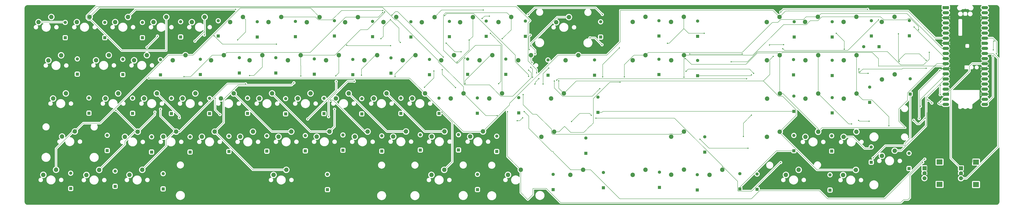
<source format=gbr>
%TF.GenerationSoftware,KiCad,Pcbnew,9.0.2*%
%TF.CreationDate,2025-07-26T17:38:43-10:00*%
%TF.ProjectId,Custom_Keyboard,43757374-6f6d-45f4-9b65-79626f617264,rev?*%
%TF.SameCoordinates,Original*%
%TF.FileFunction,Copper,L1,Top*%
%TF.FilePolarity,Positive*%
%FSLAX46Y46*%
G04 Gerber Fmt 4.6, Leading zero omitted, Abs format (unit mm)*
G04 Created by KiCad (PCBNEW 9.0.2) date 2025-07-26 17:38:43*
%MOMM*%
%LPD*%
G01*
G04 APERTURE LIST*
G04 Aperture macros list*
%AMRoundRect*
0 Rectangle with rounded corners*
0 $1 Rounding radius*
0 $2 $3 $4 $5 $6 $7 $8 $9 X,Y pos of 4 corners*
0 Add a 4 corners polygon primitive as box body*
4,1,4,$2,$3,$4,$5,$6,$7,$8,$9,$2,$3,0*
0 Add four circle primitives for the rounded corners*
1,1,$1+$1,$2,$3*
1,1,$1+$1,$4,$5*
1,1,$1+$1,$6,$7*
1,1,$1+$1,$8,$9*
0 Add four rect primitives between the rounded corners*
20,1,$1+$1,$2,$3,$4,$5,0*
20,1,$1+$1,$4,$5,$6,$7,0*
20,1,$1+$1,$6,$7,$8,$9,0*
20,1,$1+$1,$8,$9,$2,$3,0*%
%AMFreePoly0*
4,1,37,0.800000,0.796148,0.878414,0.796148,1.032228,0.765552,1.177117,0.705537,1.307515,0.618408,1.418408,0.507515,1.505537,0.377117,1.565552,0.232228,1.596148,0.078414,1.596148,-0.078414,1.565552,-0.232228,1.505537,-0.377117,1.418408,-0.507515,1.307515,-0.618408,1.177117,-0.705537,1.032228,-0.765552,0.878414,-0.796148,0.800000,-0.796148,0.800000,-0.800000,-1.400000,-0.800000,
-1.403843,-0.796157,-1.439018,-0.796157,-1.511114,-0.766294,-1.566294,-0.711114,-1.596157,-0.639018,-1.596157,-0.603843,-1.600000,-0.600000,-1.600000,0.600000,-1.596157,0.603843,-1.596157,0.639018,-1.566294,0.711114,-1.511114,0.766294,-1.439018,0.796157,-1.403843,0.796157,-1.400000,0.800000,0.800000,0.800000,0.800000,0.796148,0.800000,0.796148,$1*%
%AMFreePoly1*
4,1,37,1.403843,0.796157,1.439018,0.796157,1.511114,0.766294,1.566294,0.711114,1.596157,0.639018,1.596157,0.603843,1.600000,0.600000,1.600000,-0.600000,1.596157,-0.603843,1.596157,-0.639018,1.566294,-0.711114,1.511114,-0.766294,1.439018,-0.796157,1.403843,-0.796157,1.400000,-0.800000,-0.800000,-0.800000,-0.800000,-0.796148,-0.878414,-0.796148,-1.032228,-0.765552,-1.177117,-0.705537,
-1.307515,-0.618408,-1.418408,-0.507515,-1.505537,-0.377117,-1.565552,-0.232228,-1.596148,-0.078414,-1.596148,0.078414,-1.565552,0.232228,-1.505537,0.377117,-1.418408,0.507515,-1.307515,0.618408,-1.177117,0.705537,-1.032228,0.765552,-0.878414,0.796148,-0.800000,0.796148,-0.800000,0.800000,1.400000,0.800000,1.403843,0.796157,1.403843,0.796157,$1*%
%AMFreePoly2*
4,1,37,0.603843,0.796157,0.639018,0.796157,0.711114,0.766294,0.766294,0.711114,0.796157,0.639018,0.796157,0.603843,0.800000,0.600000,0.800000,-0.600000,0.796157,-0.603843,0.796157,-0.639018,0.766294,-0.711114,0.711114,-0.766294,0.639018,-0.796157,0.603843,-0.796157,0.600000,-0.800000,0.000000,-0.800000,0.000000,-0.796148,-0.078414,-0.796148,-0.232228,-0.765552,-0.377117,-0.705537,
-0.507515,-0.618408,-0.618408,-0.507515,-0.705537,-0.377117,-0.765552,-0.232228,-0.796148,-0.078414,-0.796148,0.078414,-0.765552,0.232228,-0.705537,0.377117,-0.618408,0.507515,-0.507515,0.618408,-0.377117,0.705537,-0.232228,0.765552,-0.078414,0.796148,0.000000,0.796148,0.000000,0.800000,0.600000,0.800000,0.603843,0.796157,0.603843,0.796157,$1*%
%AMFreePoly3*
4,1,37,0.000000,0.796148,0.078414,0.796148,0.232228,0.765552,0.377117,0.705537,0.507515,0.618408,0.618408,0.507515,0.705537,0.377117,0.765552,0.232228,0.796148,0.078414,0.796148,-0.078414,0.765552,-0.232228,0.705537,-0.377117,0.618408,-0.507515,0.507515,-0.618408,0.377117,-0.705537,0.232228,-0.765552,0.078414,-0.796148,0.000000,-0.796148,0.000000,-0.800000,-0.600000,-0.800000,
-0.603843,-0.796157,-0.639018,-0.796157,-0.711114,-0.766294,-0.766294,-0.711114,-0.796157,-0.639018,-0.796157,-0.603843,-0.800000,-0.600000,-0.800000,0.600000,-0.796157,0.603843,-0.796157,0.639018,-0.766294,0.711114,-0.711114,0.766294,-0.639018,0.796157,-0.603843,0.796157,-0.600000,0.800000,0.000000,0.800000,0.000000,0.796148,0.000000,0.796148,$1*%
G04 Aperture macros list end*
%TA.AperFunction,ComponentPad*%
%ADD10C,2.200000*%
%TD*%
%TA.AperFunction,ComponentPad*%
%ADD11RoundRect,0.250000X0.550000X-0.550000X0.550000X0.550000X-0.550000X0.550000X-0.550000X-0.550000X0*%
%TD*%
%TA.AperFunction,ComponentPad*%
%ADD12C,1.600000*%
%TD*%
%TA.AperFunction,ComponentPad*%
%ADD13R,2.000000X2.000000*%
%TD*%
%TA.AperFunction,ComponentPad*%
%ADD14C,2.000000*%
%TD*%
%TA.AperFunction,ComponentPad*%
%ADD15R,3.000000X2.500000*%
%TD*%
%TA.AperFunction,ComponentPad*%
%ADD16RoundRect,0.250000X0.550000X0.550000X-0.550000X0.550000X-0.550000X-0.550000X0.550000X-0.550000X0*%
%TD*%
%TA.AperFunction,SMDPad,CuDef*%
%ADD17FreePoly0,0.000000*%
%TD*%
%TA.AperFunction,ComponentPad*%
%ADD18RoundRect,0.200000X-0.600000X-0.600000X0.600000X-0.600000X0.600000X0.600000X-0.600000X0.600000X0*%
%TD*%
%TA.AperFunction,SMDPad,CuDef*%
%ADD19RoundRect,0.800000X-0.800000X-0.000010X0.800000X-0.000010X0.800000X0.000010X-0.800000X0.000010X0*%
%TD*%
%TA.AperFunction,SMDPad,CuDef*%
%ADD20FreePoly1,0.000000*%
%TD*%
%TA.AperFunction,ComponentPad*%
%ADD21FreePoly2,0.000000*%
%TD*%
%TA.AperFunction,ComponentPad*%
%ADD22FreePoly3,0.000000*%
%TD*%
%TA.AperFunction,ViaPad*%
%ADD23C,0.600000*%
%TD*%
%TA.AperFunction,Conductor*%
%ADD24C,0.200000*%
%TD*%
G04 APERTURE END LIST*
D10*
%TO.P,SW59,1,1*%
%TO.N,Col 7*%
X39230000Y-88300000D03*
%TO.P,SW59,2,2*%
%TO.N,Net-(D59-A)*%
X32880000Y-90840000D03*
%TD*%
D11*
%TO.P,D66,1,K*%
%TO.N,Row 3*%
X191750000Y-98150000D03*
D12*
%TO.P,D66,2,A*%
%TO.N,Net-(D66-A)*%
X191750000Y-90530000D03*
%TD*%
D11*
%TO.P,D39,1,K*%
%TO.N,Row 2*%
X396392400Y-60096400D03*
D12*
%TO.P,D39,2,A*%
%TO.N,Net-(D39-A)*%
X396392400Y-52476400D03*
%TD*%
D11*
%TO.P,D59,1,K*%
%TO.N,Row 3*%
X55320000Y-97840000D03*
D12*
%TO.P,D59,2,A*%
%TO.N,Net-(D59-A)*%
X55320000Y-90220000D03*
%TD*%
D11*
%TO.P,D6,1,K*%
%TO.N,Row 0*%
X129844800Y-41198800D03*
D12*
%TO.P,D6,2,A*%
%TO.N,Net-(D6-A)*%
X129844800Y-33578800D03*
%TD*%
D11*
%TO.P,D53,1,K*%
%TO.N,Row 3*%
X239268000Y-79248000D03*
D12*
%TO.P,D53,2,A*%
%TO.N,Net-(D53-A)*%
X239268000Y-71628000D03*
%TD*%
D10*
%TO.P,SW21,1,1*%
%TO.N,Col 3*%
X446582800Y-31140400D03*
%TO.P,SW21,2,2*%
%TO.N,Net-(D21-A)*%
X440232800Y-33680400D03*
%TD*%
D11*
%TO.P,D55,1,K*%
%TO.N,Row 3*%
X299212000Y-78841600D03*
D12*
%TO.P,D55,2,A*%
%TO.N,Net-(D55-A)*%
X299212000Y-71221600D03*
%TD*%
D11*
%TO.P,D3,1,K*%
%TO.N,Row 0*%
X72796400Y-41554400D03*
D12*
%TO.P,D3,2,A*%
%TO.N,Net-(D3-A)*%
X72796400Y-33934400D03*
%TD*%
D10*
%TO.P,SW52,1,1*%
%TO.N,Col 0*%
X213258400Y-69342000D03*
%TO.P,SW52,2,2*%
%TO.N,Net-(D52-A)*%
X206908400Y-71882000D03*
%TD*%
%TO.P,SW82,1,1*%
%TO.N,Col 13*%
X291870000Y-107450000D03*
%TO.P,SW82,2,2*%
%TO.N,Net-(D82-A)*%
X285520000Y-109990000D03*
%TD*%
%TO.P,SW80,1,1*%
%TO.N,Col 11*%
X222800000Y-107450000D03*
%TO.P,SW80,2,2*%
%TO.N,Net-(D80-A)*%
X216450000Y-109990000D03*
%TD*%
D11*
%TO.P,D65,1,K*%
%TO.N,Row 3*%
X172460000Y-97690000D03*
D12*
%TO.P,D65,2,A*%
%TO.N,Net-(D65-A)*%
X172460000Y-90070000D03*
%TD*%
D10*
%TO.P,SW55,1,1*%
%TO.N,Col 3*%
X282295600Y-69342000D03*
%TO.P,SW55,2,2*%
%TO.N,Net-(D55-A)*%
X275945600Y-71882000D03*
%TD*%
D11*
%TO.P,D84,1,K*%
%TO.N,Row 4*%
X348550000Y-117500000D03*
D12*
%TO.P,D84,2,A*%
%TO.N,Net-(D84-A)*%
X348550000Y-109880000D03*
%TD*%
D11*
%TO.P,D71,1,K*%
%TO.N,Row 4*%
X352270000Y-98640000D03*
D12*
%TO.P,D71,2,A*%
%TO.N,Net-(D71-A)*%
X352270000Y-91020000D03*
%TD*%
D10*
%TO.P,SW7,1,1*%
%TO.N,Col 6*%
X141782800Y-31242000D03*
%TO.P,SW7,2,2*%
%TO.N,Net-(D7-A)*%
X135432800Y-33782000D03*
%TD*%
%TO.P,SW66,1,1*%
%TO.N,Col 14*%
X184700000Y-88390000D03*
%TO.P,SW66,2,2*%
%TO.N,Net-(D66-A)*%
X178350000Y-90930000D03*
%TD*%
D11*
%TO.P,D57,1,K*%
%TO.N,Row 3*%
X415645600Y-79095600D03*
D12*
%TO.P,D57,2,A*%
%TO.N,Net-(D57-A)*%
X415645600Y-71475600D03*
%TD*%
D10*
%TO.P,SW49,1,1*%
%TO.N,Col 14*%
X156362400Y-69342000D03*
%TO.P,SW49,2,2*%
%TO.N,Net-(D49-A)*%
X150012400Y-71882000D03*
%TD*%
%TO.P,SW43,1,1*%
%TO.N,Col 8*%
X34747200Y-69342000D03*
%TO.P,SW43,2,2*%
%TO.N,Net-(D43-A)*%
X28397200Y-71882000D03*
%TD*%
%TO.P,SW51,1,1*%
%TO.N,Col 16*%
X194157600Y-69342000D03*
%TO.P,SW51,2,2*%
%TO.N,Net-(D51-A)*%
X187807600Y-71882000D03*
%TD*%
D11*
%TO.P,D62,1,K*%
%TO.N,Row 3*%
X115790000Y-98300000D03*
D12*
%TO.P,D62,2,A*%
%TO.N,Net-(D62-A)*%
X115790000Y-90680000D03*
%TD*%
D10*
%TO.P,SW36,1,1*%
%TO.N,Col 1*%
X322834000Y-50292000D03*
%TO.P,SW36,2,2*%
%TO.N,Net-(D36-A)*%
X316484000Y-52832000D03*
%TD*%
D11*
%TO.P,D82,1,K*%
%TO.N,Row 4*%
X301880000Y-116390000D03*
D12*
%TO.P,D82,2,A*%
%TO.N,Net-(D82-A)*%
X301880000Y-108770000D03*
%TD*%
D10*
%TO.P,SW17,1,1*%
%TO.N,Col 16*%
X398978000Y-107441200D03*
%TO.P,SW17,2,2*%
%TO.N,Net-(D17-A)*%
X392628000Y-109981200D03*
%TD*%
D11*
%TO.P,D43,1,K*%
%TO.N,Row 2*%
X46228000Y-79197200D03*
D12*
%TO.P,D43,2,A*%
%TO.N,Net-(D43-A)*%
X46228000Y-71577200D03*
%TD*%
D11*
%TO.P,D21,1,K*%
%TO.N,Row 1*%
X453999600Y-40589200D03*
D12*
%TO.P,D21,2,A*%
%TO.N,Net-(D21-A)*%
X453999600Y-32969200D03*
%TD*%
D11*
%TO.P,D33,1,K*%
%TO.N,Row 1*%
X253390400Y-59842400D03*
D12*
%TO.P,D33,2,A*%
%TO.N,Net-(D33-A)*%
X253390400Y-52222400D03*
%TD*%
D10*
%TO.P,SW77,1,1*%
%TO.N,Col 8*%
X51320000Y-107480000D03*
%TO.P,SW77,2,2*%
%TO.N,Net-(D77-A)*%
X44970000Y-110020000D03*
%TD*%
D11*
%TO.P,D61,1,K*%
%TO.N,Row 3*%
X96490000Y-98600000D03*
D12*
%TO.P,D61,2,A*%
%TO.N,Net-(D61-A)*%
X96490000Y-90980000D03*
%TD*%
D11*
%TO.P,D18,1,K*%
%TO.N,Row 1*%
X396697200Y-41198800D03*
D12*
%TO.P,D18,2,A*%
%TO.N,Net-(D18-A)*%
X396697200Y-33578800D03*
%TD*%
D11*
%TO.P,D79,1,K*%
%TO.N,Row 4*%
X164780000Y-117340000D03*
D12*
%TO.P,D79,2,A*%
%TO.N,Net-(D79-A)*%
X164780000Y-109720000D03*
%TD*%
D11*
%TO.P,D58,1,K*%
%TO.N,Row 3*%
X434230000Y-73790000D03*
D12*
%TO.P,D58,2,A*%
%TO.N,Net-(D58-A)*%
X434230000Y-66170000D03*
%TD*%
D11*
%TO.P,D80,1,K*%
%TO.N,Row 4*%
X239350000Y-117320000D03*
D12*
%TO.P,D80,2,A*%
%TO.N,Net-(D80-A)*%
X239350000Y-109700000D03*
%TD*%
D11*
%TO.P,D34,1,K*%
%TO.N,Row 1*%
X274370800Y-60299600D03*
D12*
%TO.P,D34,2,A*%
%TO.N,Net-(D34-A)*%
X274370800Y-52679600D03*
%TD*%
D11*
%TO.P,D31,1,K*%
%TO.N,Row 1*%
X215493600Y-59994800D03*
D12*
%TO.P,D31,2,A*%
%TO.N,Net-(D31-A)*%
X215493600Y-52374800D03*
%TD*%
D10*
%TO.P,SW48,1,1*%
%TO.N,Col 13*%
X137261600Y-69342000D03*
%TO.P,SW48,2,2*%
%TO.N,Net-(D48-A)*%
X130911600Y-71882000D03*
%TD*%
D11*
%TO.P,D16,1,K*%
%TO.N,Row 0*%
X348742000Y-40894000D03*
D12*
%TO.P,D16,2,A*%
%TO.N,Net-(D16-A)*%
X348742000Y-33274000D03*
%TD*%
D11*
%TO.P,D74,1,K*%
%TO.N,Row 4*%
X435030000Y-103680000D03*
D12*
%TO.P,D74,2,A*%
%TO.N,Net-(D74-A)*%
X435030000Y-96060000D03*
%TD*%
D11*
%TO.P,D24,1,K*%
%TO.N,Row 1*%
X81737200Y-60096400D03*
D12*
%TO.P,D24,2,A*%
%TO.N,Net-(D24-A)*%
X81737200Y-52476400D03*
%TD*%
D11*
%TO.P,D70,1,K*%
%TO.N,Row 4*%
X293200000Y-99190000D03*
D12*
%TO.P,D70,2,A*%
%TO.N,Net-(D70-A)*%
X293200000Y-91570000D03*
%TD*%
D10*
%TO.P,SW41,1,1*%
%TO.N,Col 6*%
X427736000Y-50292000D03*
%TO.P,SW41,2,2*%
%TO.N,Net-(D41-A)*%
X421386000Y-52832000D03*
%TD*%
D11*
%TO.P,D40,1,K*%
%TO.N,Row 2*%
X415594800Y-60401200D03*
D12*
%TO.P,D40,2,A*%
%TO.N,Net-(D40-A)*%
X415594800Y-52781200D03*
%TD*%
D10*
%TO.P,SW31,1,1*%
%TO.N,Col 13*%
X208534000Y-50292000D03*
%TO.P,SW31,2,2*%
%TO.N,Net-(D31-A)*%
X202184000Y-52832000D03*
%TD*%
D13*
%TO.P,SW86,A,A*%
%TO.N,Net-(A1-GPIO22)*%
X479590000Y-106700000D03*
D14*
%TO.P,SW86,B,B*%
%TO.N,Net-(A1-GPIO26_ADC0)*%
X479590000Y-111700000D03*
%TO.P,SW86,C,C*%
%TO.N,GND*%
X479590000Y-109200000D03*
D15*
%TO.P,SW86,MP*%
%TO.N,N/C*%
X487090000Y-103600000D03*
X487090000Y-114800000D03*
%TD*%
D10*
%TO.P,SW73,1,1*%
%TO.N,Col 4*%
X408650000Y-88470000D03*
%TO.P,SW73,2,2*%
%TO.N,Net-(D73-A)*%
X402300000Y-91010000D03*
%TD*%
%TO.P,SW75,1,1*%
%TO.N,Col 6*%
X446680000Y-97910000D03*
%TO.P,SW75,2,2*%
%TO.N,Net-(D75-A)*%
X440330000Y-100450000D03*
%TD*%
%TO.P,SW63,1,1*%
%TO.N,Col 11*%
X127740000Y-88420000D03*
%TO.P,SW63,2,2*%
%TO.N,Net-(D63-A)*%
X121390000Y-90960000D03*
%TD*%
%TO.P,SW3,1,1*%
%TO.N,Col 2*%
X65633600Y-31242000D03*
%TO.P,SW3,2,2*%
%TO.N,Net-(D3-A)*%
X59283600Y-33782000D03*
%TD*%
%TO.P,SW13,1,1*%
%TO.N,Col 12*%
X256082800Y-31242000D03*
%TO.P,SW13,2,2*%
%TO.N,Net-(D13-A)*%
X249732800Y-33782000D03*
%TD*%
%TO.P,SW2,1,1*%
%TO.N,Col 1*%
X46583600Y-31242000D03*
%TO.P,SW2,2,2*%
%TO.N,Net-(D2-A)*%
X40233600Y-33782000D03*
%TD*%
D11*
%TO.P,D49,1,K*%
%TO.N,Row 2*%
X163017200Y-79400400D03*
D12*
%TO.P,D49,2,A*%
%TO.N,Net-(D49-A)*%
X163017200Y-71780400D03*
%TD*%
D10*
%TO.P,SW64,1,1*%
%TO.N,Col 12*%
X146790000Y-88390000D03*
%TO.P,SW64,2,2*%
%TO.N,Net-(D64-A)*%
X140440000Y-90930000D03*
%TD*%
D11*
%TO.P,D1,1,K*%
%TO.N,Row 0*%
X34442400Y-41554400D03*
D12*
%TO.P,D1,2,A*%
%TO.N,Net-(D1-A)*%
X34442400Y-33934400D03*
%TD*%
D10*
%TO.P,SW4,1,1*%
%TO.N,Col 3*%
X84683600Y-31242000D03*
%TO.P,SW4,2,2*%
%TO.N,Net-(D4-A)*%
X78333600Y-33782000D03*
%TD*%
%TO.P,SW27,1,1*%
%TO.N,Col 9*%
X132384800Y-50292000D03*
%TO.P,SW27,2,2*%
%TO.N,Net-(D27-A)*%
X126034800Y-52832000D03*
%TD*%
%TO.P,SW61,1,1*%
%TO.N,Col 9*%
X89540000Y-88420000D03*
%TO.P,SW61,2,2*%
%TO.N,Net-(D61-A)*%
X83190000Y-90960000D03*
%TD*%
D11*
%TO.P,D68,1,K*%
%TO.N,Row 3*%
X229900000Y-97560000D03*
D12*
%TO.P,D68,2,A*%
%TO.N,Net-(D68-A)*%
X229900000Y-89940000D03*
%TD*%
D10*
%TO.P,SW19,1,1*%
%TO.N,Col 1*%
X408482800Y-31140400D03*
%TO.P,SW19,2,2*%
%TO.N,Net-(D19-A)*%
X402132800Y-33680400D03*
%TD*%
D11*
%TO.P,D85,1,K*%
%TO.N,Row 4*%
X369700000Y-116960000D03*
D12*
%TO.P,D85,2,A*%
%TO.N,Net-(D85-A)*%
X369700000Y-109340000D03*
%TD*%
D10*
%TO.P,SW76,1,1*%
%TO.N,Col 7*%
X29910000Y-107410000D03*
%TO.P,SW76,2,2*%
%TO.N,Net-(D76-A)*%
X23560000Y-109950000D03*
%TD*%
%TO.P,SW8,1,1*%
%TO.N,Col 7*%
X160883600Y-31292800D03*
%TO.P,SW8,2,2*%
%TO.N,Net-(D8-A)*%
X154533600Y-33832800D03*
%TD*%
D11*
%TO.P,D47,1,K*%
%TO.N,Row 2*%
X125069600Y-79298800D03*
D12*
%TO.P,D47,2,A*%
%TO.N,Net-(D47-A)*%
X125069600Y-71678800D03*
%TD*%
D11*
%TO.P,D52,1,K*%
%TO.N,Row 3*%
X220218000Y-79349600D03*
D12*
%TO.P,D52,2,A*%
%TO.N,Net-(D52-A)*%
X220218000Y-71729600D03*
%TD*%
D11*
%TO.P,D5,1,K*%
%TO.N,Row 0*%
X110490000Y-40741600D03*
D12*
%TO.P,D5,2,A*%
%TO.N,Net-(D5-A)*%
X110490000Y-33121600D03*
%TD*%
D11*
%TO.P,D73,1,K*%
%TO.N,Row 4*%
X415360000Y-98120000D03*
D12*
%TO.P,D73,2,A*%
%TO.N,Net-(D73-A)*%
X415360000Y-90500000D03*
%TD*%
D10*
%TO.P,SW14,1,1*%
%TO.N,Col 13*%
X284784800Y-31292800D03*
%TO.P,SW14,2,2*%
%TO.N,Net-(D14-A)*%
X278434800Y-33832800D03*
%TD*%
%TO.P,SW37,1,1*%
%TO.N,Col 2*%
X341934800Y-50292000D03*
%TO.P,SW37,2,2*%
%TO.N,Net-(D37-A)*%
X335584800Y-52832000D03*
%TD*%
%TO.P,SW33,1,1*%
%TO.N,Col 15*%
X246735600Y-50292000D03*
%TO.P,SW33,2,2*%
%TO.N,Net-(D33-A)*%
X240385600Y-52832000D03*
%TD*%
D11*
%TO.P,D83,1,K*%
%TO.N,Row 4*%
X329770000Y-116230000D03*
D12*
%TO.P,D83,2,A*%
%TO.N,Net-(D83-A)*%
X329770000Y-108610000D03*
%TD*%
D10*
%TO.P,SW46,1,1*%
%TO.N,Col 11*%
X99110800Y-69342000D03*
%TO.P,SW46,2,2*%
%TO.N,Net-(D46-A)*%
X92760800Y-71882000D03*
%TD*%
D11*
%TO.P,D51,1,K*%
%TO.N,Row 2*%
X201269600Y-79349600D03*
D12*
%TO.P,D51,2,A*%
%TO.N,Net-(D51-A)*%
X201269600Y-71729600D03*
%TD*%
D11*
%TO.P,D35,1,K*%
%TO.N,Row 2*%
X297484800Y-60299600D03*
D12*
%TO.P,D35,2,A*%
%TO.N,Net-(D35-A)*%
X297484800Y-52679600D03*
%TD*%
D10*
%TO.P,SW6,1,1*%
%TO.N,Col 5*%
X122783600Y-31242000D03*
%TO.P,SW6,2,2*%
%TO.N,Net-(D6-A)*%
X116433600Y-33782000D03*
%TD*%
D11*
%TO.P,D29,1,K*%
%TO.N,Row 1*%
X177342800Y-59994800D03*
D12*
%TO.P,D29,2,A*%
%TO.N,Net-(D29-A)*%
X177342800Y-52374800D03*
%TD*%
D11*
%TO.P,D2,1,K*%
%TO.N,Row 0*%
X54102000Y-41554400D03*
D12*
%TO.P,D2,2,A*%
%TO.N,Net-(D2-A)*%
X54102000Y-33934400D03*
%TD*%
D11*
%TO.P,D63,1,K*%
%TO.N,Row 3*%
X134630000Y-98150000D03*
D12*
%TO.P,D63,2,A*%
%TO.N,Net-(D63-A)*%
X134630000Y-90530000D03*
%TD*%
D11*
%TO.P,D15,1,K*%
%TO.N,Row 0*%
X329539600Y-40741600D03*
D12*
%TO.P,D15,2,A*%
%TO.N,Net-(D15-A)*%
X329539600Y-33121600D03*
%TD*%
D10*
%TO.P,SW84,1,1*%
%TO.N,Col 15*%
X341960000Y-107380000D03*
%TO.P,SW84,2,2*%
%TO.N,Net-(D84-A)*%
X335610000Y-109920000D03*
%TD*%
D11*
%TO.P,D37,1,K*%
%TO.N,Row 2*%
X348691200Y-60502800D03*
D12*
%TO.P,D37,2,A*%
%TO.N,Net-(D37-A)*%
X348691200Y-52882800D03*
%TD*%
D10*
%TO.P,SW56,1,1*%
%TO.N,Col 4*%
X389585200Y-69392800D03*
%TO.P,SW56,2,2*%
%TO.N,Net-(D56-A)*%
X383235200Y-71932800D03*
%TD*%
%TO.P,SW83,1,1*%
%TO.N,Col 14*%
X322820000Y-107410000D03*
%TO.P,SW83,2,2*%
%TO.N,Net-(D83-A)*%
X316470000Y-109950000D03*
%TD*%
%TO.P,SW40,1,1*%
%TO.N,Col 5*%
X408635200Y-50292000D03*
%TO.P,SW40,2,2*%
%TO.N,Net-(D40-A)*%
X402285200Y-52832000D03*
%TD*%
D11*
%TO.P,D27,1,K*%
%TO.N,Row 1*%
X139090400Y-59131200D03*
D12*
%TO.P,D27,2,A*%
%TO.N,Net-(D27-A)*%
X139090400Y-51511200D03*
%TD*%
D11*
%TO.P,D78,1,K*%
%TO.N,Row 4*%
X83100000Y-116980000D03*
D12*
%TO.P,D78,2,A*%
%TO.N,Net-(D78-A)*%
X83100000Y-109360000D03*
%TD*%
D10*
%TO.P,SW70,1,1*%
%TO.N,Col 1*%
X277470000Y-88440000D03*
%TO.P,SW70,2,2*%
%TO.N,Net-(D70-A)*%
X271120000Y-90980000D03*
%TD*%
D13*
%TO.P,SW87,A,A*%
%TO.N,Net-(A1-GPIO27_ADC1)*%
X461470000Y-106650000D03*
D14*
%TO.P,SW87,B,B*%
%TO.N,Net-(A1-GPIO28_ADC2)*%
X461470000Y-111650000D03*
%TO.P,SW87,C,C*%
%TO.N,GND*%
X461470000Y-109150000D03*
D15*
%TO.P,SW87,MP*%
%TO.N,N/C*%
X468970000Y-103550000D03*
X468970000Y-114750000D03*
%TD*%
D10*
%TO.P,SW58,1,1*%
%TO.N,Col 6*%
X427736000Y-69443600D03*
%TO.P,SW58,2,2*%
%TO.N,Net-(D58-A)*%
X421386000Y-71983600D03*
%TD*%
D16*
%TO.P,D41,1,K*%
%TO.N,Row 2*%
X438930000Y-46070000D03*
D12*
%TO.P,D41,2,A*%
%TO.N,Net-(D41-A)*%
X431310000Y-46070000D03*
%TD*%
D10*
%TO.P,SW29,1,1*%
%TO.N,Col 11*%
X170434000Y-50292000D03*
%TO.P,SW29,2,2*%
%TO.N,Net-(D29-A)*%
X164084000Y-52832000D03*
%TD*%
D11*
%TO.P,D17,1,K*%
%TO.N,Row 0*%
X378320000Y-117190000D03*
D12*
%TO.P,D17,2,A*%
%TO.N,Net-(D17-A)*%
X378320000Y-109570000D03*
%TD*%
D11*
%TO.P,D81,1,K*%
%TO.N,Row 4*%
X276900000Y-117300000D03*
D12*
%TO.P,D81,2,A*%
%TO.N,Net-(D81-A)*%
X276900000Y-109680000D03*
%TD*%
D11*
%TO.P,D38,1,K*%
%TO.N,Row 2*%
X414540000Y-117560000D03*
D12*
%TO.P,D38,2,A*%
%TO.N,Net-(D38-A)*%
X414540000Y-109940000D03*
%TD*%
D10*
%TO.P,SW25,1,1*%
%TO.N,Col 7*%
X94183200Y-50292000D03*
%TO.P,SW25,2,2*%
%TO.N,Net-(D25-A)*%
X87833200Y-52832000D03*
%TD*%
D11*
%TO.P,D11,1,K*%
%TO.N,Row 0*%
X225399600Y-41046400D03*
D12*
%TO.P,D11,2,A*%
%TO.N,Net-(D11-A)*%
X225399600Y-33426400D03*
%TD*%
D11*
%TO.P,D12,1,K*%
%TO.N,Row 0*%
X243636800Y-40894000D03*
D12*
%TO.P,D12,2,A*%
%TO.N,Net-(D12-A)*%
X243636800Y-33274000D03*
%TD*%
D11*
%TO.P,D10,1,K*%
%TO.N,Row 0*%
X206248000Y-41198800D03*
D12*
%TO.P,D10,2,A*%
%TO.N,Net-(D10-A)*%
X206248000Y-33578800D03*
%TD*%
D11*
%TO.P,D76,1,K*%
%TO.N,Row 4*%
X37160000Y-116760000D03*
D12*
%TO.P,D76,2,A*%
%TO.N,Net-(D76-A)*%
X37160000Y-109140000D03*
%TD*%
D10*
%TO.P,SW85,1,1*%
%TO.N,Col 16*%
X360970000Y-107450000D03*
%TO.P,SW85,2,2*%
%TO.N,Net-(D85-A)*%
X354620000Y-109990000D03*
%TD*%
%TO.P,SW5,1,1*%
%TO.N,Col 4*%
X103733600Y-31242000D03*
%TO.P,SW5,2,2*%
%TO.N,Net-(D5-A)*%
X97383600Y-33782000D03*
%TD*%
D17*
%TO.P,A1,1,GPIO0*%
%TO.N,Row 0*%
X472090000Y-26530000D03*
D18*
X472890000Y-26530000D03*
D19*
%TO.P,A1,2,GPIO1*%
%TO.N,Row 1*%
X472090000Y-29070000D03*
D12*
X472890000Y-29070000D03*
D20*
%TO.P,A1,3,GND*%
%TO.N,GND*%
X472090000Y-31610000D03*
D21*
X472890000Y-31610000D03*
D19*
%TO.P,A1,4,GPIO2*%
%TO.N,Row 2*%
X472090000Y-34150000D03*
D12*
X472890000Y-34150000D03*
D19*
%TO.P,A1,5,GPIO3*%
%TO.N,Row 3*%
X472090000Y-36690000D03*
D12*
X472890000Y-36690000D03*
D19*
%TO.P,A1,6,GPIO4*%
%TO.N,Row 4*%
X472090000Y-39230000D03*
D12*
X472890000Y-39230000D03*
D19*
%TO.P,A1,7,GPIO5*%
%TO.N,Col 0*%
X472090000Y-41770000D03*
D12*
X472890000Y-41770000D03*
D20*
%TO.P,A1,8,GND*%
%TO.N,GND*%
X472090000Y-44310000D03*
D21*
X472890000Y-44310000D03*
D19*
%TO.P,A1,9,GPIO6*%
%TO.N,Col 1*%
X472090000Y-46850000D03*
D12*
X472890000Y-46850000D03*
D19*
%TO.P,A1,10,GPIO7*%
%TO.N,Col 2*%
X472090000Y-49390000D03*
D12*
X472890000Y-49390000D03*
D19*
%TO.P,A1,11,GPIO8*%
%TO.N,Col 3*%
X472090000Y-51930000D03*
D12*
X472890000Y-51930000D03*
D19*
%TO.P,A1,12,GPIO9*%
%TO.N,Col 4*%
X472090000Y-54470000D03*
D12*
X472890000Y-54470000D03*
D20*
%TO.P,A1,13,GND*%
%TO.N,GND*%
X472090000Y-57010000D03*
D21*
X472890000Y-57010000D03*
D19*
%TO.P,A1,14,GPIO10*%
%TO.N,Col 5*%
X472090000Y-59550000D03*
D12*
X472890000Y-59550000D03*
D19*
%TO.P,A1,15,GPIO11*%
%TO.N,Col 6*%
X472090000Y-62090000D03*
D12*
X472890000Y-62090000D03*
D19*
%TO.P,A1,16,GPIO12*%
%TO.N,Col 7*%
X472090000Y-64630000D03*
D12*
X472890000Y-64630000D03*
D19*
%TO.P,A1,17,GPIO13*%
%TO.N,Col 8*%
X472090000Y-67170000D03*
D12*
X472890000Y-67170000D03*
D20*
%TO.P,A1,18,GND*%
%TO.N,GND*%
X472090000Y-69710000D03*
D21*
X472890000Y-69710000D03*
D19*
%TO.P,A1,19,GPIO14*%
%TO.N,Col 9*%
X472090000Y-72250000D03*
D12*
X472890000Y-72250000D03*
D19*
%TO.P,A1,20,GPIO15*%
%TO.N,Col 10*%
X472090000Y-74790000D03*
D12*
X472890000Y-74790000D03*
%TO.P,A1,21,GPIO16*%
%TO.N,Col 11*%
X490670000Y-74790000D03*
D19*
X491470000Y-74790000D03*
D12*
%TO.P,A1,22,GPIO17*%
%TO.N,Col 12*%
X490670000Y-72250000D03*
D19*
X491470000Y-72250000D03*
D22*
%TO.P,A1,23,GND*%
%TO.N,GND*%
X490670000Y-69710000D03*
D17*
X491470000Y-69710000D03*
D12*
%TO.P,A1,24,GPIO18*%
%TO.N,Col 13*%
X490670000Y-67170000D03*
D19*
X491470000Y-67170000D03*
D12*
%TO.P,A1,25,GPIO19*%
%TO.N,Col 14*%
X490670000Y-64630000D03*
D19*
X491470000Y-64630000D03*
D12*
%TO.P,A1,26,GPIO20*%
%TO.N,Col 15*%
X490670000Y-62090000D03*
D19*
X491470000Y-62090000D03*
D12*
%TO.P,A1,27,GPIO21*%
%TO.N,Col 16*%
X490670000Y-59550000D03*
D19*
X491470000Y-59550000D03*
D22*
%TO.P,A1,28,GND*%
%TO.N,GND*%
X490670000Y-57010000D03*
D17*
X491470000Y-57010000D03*
D12*
%TO.P,A1,29,GPIO22*%
%TO.N,Net-(A1-GPIO22)*%
X490670000Y-54470000D03*
D19*
X491470000Y-54470000D03*
D12*
%TO.P,A1,30,RUN*%
%TO.N,unconnected-(A1-RUN-Pad30)_1*%
X490670000Y-51930000D03*
D19*
%TO.N,unconnected-(A1-RUN-Pad30)*%
X491470000Y-51930000D03*
D12*
%TO.P,A1,31,GPIO26_ADC0*%
%TO.N,Net-(A1-GPIO26_ADC0)*%
X490670000Y-49390000D03*
D19*
X491470000Y-49390000D03*
D12*
%TO.P,A1,32,GPIO27_ADC1*%
%TO.N,Net-(A1-GPIO27_ADC1)*%
X490670000Y-46850000D03*
D19*
X491470000Y-46850000D03*
D22*
%TO.P,A1,33,AGND*%
%TO.N,unconnected-(A1-AGND-Pad33)_1*%
X490670000Y-44310000D03*
D17*
%TO.N,unconnected-(A1-AGND-Pad33)*%
X491470000Y-44310000D03*
D12*
%TO.P,A1,34,GPIO28_ADC2*%
%TO.N,Net-(A1-GPIO28_ADC2)*%
X490670000Y-41770000D03*
D19*
X491470000Y-41770000D03*
D12*
%TO.P,A1,35,ADC_VREF*%
%TO.N,unconnected-(A1-ADC_VREF-Pad35)*%
X490670000Y-39230000D03*
D19*
%TO.N,unconnected-(A1-ADC_VREF-Pad35)_1*%
X491470000Y-39230000D03*
D12*
%TO.P,A1,36,3V3*%
%TO.N,unconnected-(A1-3V3-Pad36)_1*%
X490670000Y-36690000D03*
D19*
%TO.N,unconnected-(A1-3V3-Pad36)*%
X491470000Y-36690000D03*
D12*
%TO.P,A1,37,3V3_EN*%
%TO.N,unconnected-(A1-3V3_EN-Pad37)_1*%
X490670000Y-34150000D03*
D19*
%TO.N,unconnected-(A1-3V3_EN-Pad37)*%
X491470000Y-34150000D03*
D22*
%TO.P,A1,38,GND*%
%TO.N,GND*%
X490670000Y-31610000D03*
D17*
X491470000Y-31610000D03*
D12*
%TO.P,A1,39,VSYS*%
%TO.N,unconnected-(A1-VSYS-Pad39)*%
X490670000Y-29070000D03*
D19*
%TO.N,unconnected-(A1-VSYS-Pad39)_1*%
X491470000Y-29070000D03*
D12*
%TO.P,A1,40,VBUS*%
%TO.N,+5V*%
X490670000Y-26530000D03*
D19*
X491470000Y-26530000D03*
%TD*%
D11*
%TO.P,D67,1,K*%
%TO.N,Row 3*%
X210910000Y-97570000D03*
D12*
%TO.P,D67,2,A*%
%TO.N,Net-(D67-A)*%
X210910000Y-89950000D03*
%TD*%
D11*
%TO.P,D7,1,K*%
%TO.N,Row 0*%
X148844000Y-41046400D03*
D12*
%TO.P,D7,2,A*%
%TO.N,Net-(D7-A)*%
X148844000Y-33426400D03*
%TD*%
D10*
%TO.P,SW26,1,1*%
%TO.N,Col 8*%
X113284000Y-50292000D03*
%TO.P,SW26,2,2*%
%TO.N,Net-(D26-A)*%
X106934000Y-52832000D03*
%TD*%
D11*
%TO.P,D30,1,K*%
%TO.N,Row 1*%
X196342000Y-59283600D03*
D12*
%TO.P,D30,2,A*%
%TO.N,Net-(D30-A)*%
X196342000Y-51663600D03*
%TD*%
D11*
%TO.P,D9,1,K*%
%TO.N,Row 0*%
X187198000Y-41046400D03*
D12*
%TO.P,D9,2,A*%
%TO.N,Net-(D9-A)*%
X187198000Y-33426400D03*
%TD*%
D10*
%TO.P,SW68,1,1*%
%TO.N,Col 16*%
X222940000Y-88330000D03*
%TO.P,SW68,2,2*%
%TO.N,Net-(D68-A)*%
X216590000Y-90870000D03*
%TD*%
D11*
%TO.P,D25,1,K*%
%TO.N,Row 1*%
X101600000Y-59944000D03*
D12*
%TO.P,D25,2,A*%
%TO.N,Net-(D25-A)*%
X101600000Y-52324000D03*
%TD*%
D10*
%TO.P,SW18,1,1*%
%TO.N,Col 0*%
X389432800Y-31191200D03*
%TO.P,SW18,2,2*%
%TO.N,Net-(D18-A)*%
X383082800Y-33731200D03*
%TD*%
%TO.P,SW78,1,1*%
%TO.N,Col 9*%
X72730000Y-107450000D03*
%TO.P,SW78,2,2*%
%TO.N,Net-(D78-A)*%
X66380000Y-109990000D03*
%TD*%
D11*
%TO.P,D46,1,K*%
%TO.N,Row 2*%
X106172000Y-79400400D03*
D12*
%TO.P,D46,2,A*%
%TO.N,Net-(D46-A)*%
X106172000Y-71780400D03*
%TD*%
D10*
%TO.P,SW45,1,1*%
%TO.N,Col 10*%
X79959200Y-69342000D03*
%TO.P,SW45,2,2*%
%TO.N,Net-(D45-A)*%
X73609200Y-71882000D03*
%TD*%
D11*
%TO.P,D77,1,K*%
%TO.N,Row 4*%
X59220000Y-115700000D03*
D12*
%TO.P,D77,2,A*%
%TO.N,Net-(D77-A)*%
X59220000Y-108080000D03*
%TD*%
D11*
%TO.P,D64,1,K*%
%TO.N,Row 3*%
X153770000Y-97990000D03*
D12*
%TO.P,D64,2,A*%
%TO.N,Net-(D64-A)*%
X153770000Y-90370000D03*
%TD*%
D11*
%TO.P,D36,1,K*%
%TO.N,Row 2*%
X329488800Y-59944000D03*
D12*
%TO.P,D36,2,A*%
%TO.N,Net-(D36-A)*%
X329488800Y-52324000D03*
%TD*%
D11*
%TO.P,D54,1,K*%
%TO.N,Row 3*%
X259791200Y-79044800D03*
D12*
%TO.P,D54,2,A*%
%TO.N,Net-(D54-A)*%
X259791200Y-71424800D03*
%TD*%
D10*
%TO.P,SW38,1,1*%
%TO.N,Col 3*%
X427410000Y-107490000D03*
%TO.P,SW38,2,2*%
%TO.N,Net-(D38-A)*%
X421060000Y-110030000D03*
%TD*%
%TO.P,SW71,1,1*%
%TO.N,Col 2*%
X341920000Y-88370000D03*
%TO.P,SW71,2,2*%
%TO.N,Net-(D71-A)*%
X335570000Y-90910000D03*
%TD*%
D11*
%TO.P,D72,1,K*%
%TO.N,Row 4*%
X396580000Y-97920000D03*
D12*
%TO.P,D72,2,A*%
%TO.N,Net-(D72-A)*%
X396580000Y-90300000D03*
%TD*%
D11*
%TO.P,D4,1,K*%
%TO.N,Row 0*%
X91795600Y-41198800D03*
D12*
%TO.P,D4,2,A*%
%TO.N,Net-(D4-A)*%
X91795600Y-33578800D03*
%TD*%
D10*
%TO.P,SW23,1,1*%
%TO.N,Col 5*%
X56083200Y-50292000D03*
%TO.P,SW23,2,2*%
%TO.N,Net-(D23-A)*%
X49733200Y-52832000D03*
%TD*%
D11*
%TO.P,D69,1,K*%
%TO.N,Row 4*%
X248890000Y-98320000D03*
D12*
%TO.P,D69,2,A*%
%TO.N,Net-(D69-A)*%
X248890000Y-90700000D03*
%TD*%
D10*
%TO.P,SW1,1,1*%
%TO.N,Col 0*%
X27530000Y-31242000D03*
%TO.P,SW1,2,2*%
%TO.N,Net-(D1-A)*%
X21180000Y-33782000D03*
%TD*%
%TO.P,SW28,1,1*%
%TO.N,Col 10*%
X151485600Y-50292000D03*
%TO.P,SW28,2,2*%
%TO.N,Net-(D28-A)*%
X145135600Y-52832000D03*
%TD*%
%TO.P,SW57,1,1*%
%TO.N,Col 5*%
X408635200Y-69392800D03*
%TO.P,SW57,2,2*%
%TO.N,Net-(D57-A)*%
X402285200Y-71932800D03*
%TD*%
D11*
%TO.P,D50,1,K*%
%TO.N,Row 2*%
X181813200Y-79552800D03*
D12*
%TO.P,D50,2,A*%
%TO.N,Net-(D50-A)*%
X181813200Y-71932800D03*
%TD*%
D10*
%TO.P,SW30,1,1*%
%TO.N,Col 12*%
X189433200Y-50292000D03*
%TO.P,SW30,2,2*%
%TO.N,Net-(D30-A)*%
X183083200Y-52832000D03*
%TD*%
D11*
%TO.P,D23,1,K*%
%TO.N,Row 1*%
X63042800Y-59944000D03*
D12*
%TO.P,D23,2,A*%
%TO.N,Net-(D23-A)*%
X63042800Y-52324000D03*
%TD*%
D10*
%TO.P,SW34,1,1*%
%TO.N,Col 16*%
X265887200Y-50292000D03*
%TO.P,SW34,2,2*%
%TO.N,Net-(D34-A)*%
X259537200Y-52832000D03*
%TD*%
%TO.P,SW16,1,1*%
%TO.N,Col 15*%
X341833200Y-31140400D03*
%TO.P,SW16,2,2*%
%TO.N,Net-(D16-A)*%
X335483200Y-33680400D03*
%TD*%
D11*
%TO.P,D20,1,K*%
%TO.N,Row 1*%
X435102000Y-40741600D03*
D12*
%TO.P,D20,2,A*%
%TO.N,Net-(D20-A)*%
X435102000Y-33121600D03*
%TD*%
D10*
%TO.P,SW60,1,1*%
%TO.N,Col 8*%
X70470000Y-88450000D03*
%TO.P,SW60,2,2*%
%TO.N,Net-(D60-A)*%
X64120000Y-90990000D03*
%TD*%
D11*
%TO.P,D22,1,K*%
%TO.N,Row 1*%
X40436800Y-59740800D03*
D12*
%TO.P,D22,2,A*%
%TO.N,Net-(D22-A)*%
X40436800Y-52120800D03*
%TD*%
D11*
%TO.P,D44,1,K*%
%TO.N,Row 2*%
X67919600Y-79298800D03*
D12*
%TO.P,D44,2,A*%
%TO.N,Net-(D44-A)*%
X67919600Y-71678800D03*
%TD*%
D11*
%TO.P,D8,1,K*%
%TO.N,Row 0*%
X168198800Y-40741600D03*
D12*
%TO.P,D8,2,A*%
%TO.N,Net-(D8-A)*%
X168198800Y-33121600D03*
%TD*%
D10*
%TO.P,SW9,1,1*%
%TO.N,Col 8*%
X179933600Y-31292800D03*
%TO.P,SW9,2,2*%
%TO.N,Net-(D9-A)*%
X173583600Y-33832800D03*
%TD*%
D11*
%TO.P,D28,1,K*%
%TO.N,Row 1*%
X158242000Y-59791600D03*
D12*
%TO.P,D28,2,A*%
%TO.N,Net-(D28-A)*%
X158242000Y-52171600D03*
%TD*%
D10*
%TO.P,SW47,1,1*%
%TO.N,Col 12*%
X118160800Y-69342000D03*
%TO.P,SW47,2,2*%
%TO.N,Net-(D47-A)*%
X111810800Y-71882000D03*
%TD*%
%TO.P,SW79,1,1*%
%TO.N,Col 10*%
X144320000Y-107450000D03*
%TO.P,SW79,2,2*%
%TO.N,Net-(D79-A)*%
X137970000Y-109990000D03*
%TD*%
%TO.P,SW69,1,1*%
%TO.N,Col 0*%
X242080000Y-88330000D03*
%TO.P,SW69,2,2*%
%TO.N,Net-(D69-A)*%
X235730000Y-90870000D03*
%TD*%
D11*
%TO.P,D56,1,K*%
%TO.N,Row 3*%
X396580000Y-78282800D03*
D12*
%TO.P,D56,2,A*%
%TO.N,Net-(D56-A)*%
X396580000Y-70662800D03*
%TD*%
D10*
%TO.P,SW32,1,1*%
%TO.N,Col 14*%
X227634800Y-50292000D03*
%TO.P,SW32,2,2*%
%TO.N,Net-(D32-A)*%
X221284800Y-52832000D03*
%TD*%
%TO.P,SW81,1,1*%
%TO.N,Col 12*%
X260850000Y-107410000D03*
%TO.P,SW81,2,2*%
%TO.N,Net-(D81-A)*%
X254500000Y-109950000D03*
%TD*%
%TO.P,SW67,1,1*%
%TO.N,Col 15*%
X203790000Y-88330000D03*
%TO.P,SW67,2,2*%
%TO.N,Net-(D67-A)*%
X197440000Y-90870000D03*
%TD*%
%TO.P,SW24,1,1*%
%TO.N,Col 6*%
X75031600Y-50292000D03*
%TO.P,SW24,2,2*%
%TO.N,Net-(D24-A)*%
X68681600Y-52832000D03*
%TD*%
%TO.P,SW10,1,1*%
%TO.N,Col 9*%
X198932800Y-31242000D03*
%TO.P,SW10,2,2*%
%TO.N,Net-(D10-A)*%
X192582800Y-33782000D03*
%TD*%
D11*
%TO.P,D13,1,K*%
%TO.N,Row 0*%
X263144000Y-40894000D03*
D12*
%TO.P,D13,2,A*%
%TO.N,Net-(D13-A)*%
X263144000Y-33274000D03*
%TD*%
D10*
%TO.P,SW50,1,1*%
%TO.N,Col 15*%
X175310800Y-69342000D03*
%TO.P,SW50,2,2*%
%TO.N,Net-(D50-A)*%
X168960800Y-71882000D03*
%TD*%
D11*
%TO.P,D75,1,K*%
%TO.N,Row 4*%
X453820000Y-106800000D03*
D12*
%TO.P,D75,2,A*%
%TO.N,Net-(D75-A)*%
X453820000Y-99180000D03*
%TD*%
D10*
%TO.P,SW35,1,1*%
%TO.N,Col 0*%
X289458400Y-50292000D03*
%TO.P,SW35,2,2*%
%TO.N,Net-(D35-A)*%
X283108400Y-52832000D03*
%TD*%
D11*
%TO.P,D19,1,K*%
%TO.N,Row 1*%
X415645600Y-41249600D03*
D12*
%TO.P,D19,2,A*%
%TO.N,Net-(D19-A)*%
X415645600Y-33629600D03*
%TD*%
D10*
%TO.P,SW12,1,1*%
%TO.N,Col 11*%
X237032800Y-31292800D03*
%TO.P,SW12,2,2*%
%TO.N,Net-(D12-A)*%
X230682800Y-33832800D03*
%TD*%
%TO.P,SW22,1,1*%
%TO.N,Col 4*%
X32410400Y-50342800D03*
%TO.P,SW22,2,2*%
%TO.N,Net-(D22-A)*%
X26060400Y-52882800D03*
%TD*%
%TO.P,SW42,1,1*%
%TO.N,Col 7*%
X446684400Y-59842400D03*
%TO.P,SW42,2,2*%
%TO.N,Net-(D42-A)*%
X440334400Y-62382400D03*
%TD*%
%TO.P,SW54,1,1*%
%TO.N,Col 2*%
X251561600Y-69342000D03*
%TO.P,SW54,2,2*%
%TO.N,Net-(D54-A)*%
X245211600Y-71882000D03*
%TD*%
D11*
%TO.P,D14,1,K*%
%TO.N,Row 0*%
X300532800Y-41249600D03*
D12*
%TO.P,D14,2,A*%
%TO.N,Net-(D14-A)*%
X300532800Y-33629600D03*
%TD*%
D11*
%TO.P,D26,1,K*%
%TO.N,Row 1*%
X121005600Y-59182000D03*
D12*
%TO.P,D26,2,A*%
%TO.N,Net-(D26-A)*%
X121005600Y-51562000D03*
%TD*%
D10*
%TO.P,SW11,1,1*%
%TO.N,Col 10*%
X217982800Y-31292800D03*
%TO.P,SW11,2,2*%
%TO.N,Net-(D11-A)*%
X211632800Y-33832800D03*
%TD*%
%TO.P,SW20,1,1*%
%TO.N,Col 2*%
X427634400Y-31140400D03*
%TO.P,SW20,2,2*%
%TO.N,Net-(D20-A)*%
X421284400Y-33680400D03*
%TD*%
D11*
%TO.P,D60,1,K*%
%TO.N,Row 3*%
X77350000Y-98600000D03*
D12*
%TO.P,D60,2,A*%
%TO.N,Net-(D60-A)*%
X77350000Y-90980000D03*
%TD*%
D10*
%TO.P,SW72,1,1*%
%TO.N,Col 3*%
X389550000Y-88470000D03*
%TO.P,SW72,2,2*%
%TO.N,Net-(D72-A)*%
X383200000Y-91010000D03*
%TD*%
D11*
%TO.P,D32,1,K*%
%TO.N,Row 1*%
X234442000Y-59842400D03*
D12*
%TO.P,D32,2,A*%
%TO.N,Net-(D32-A)*%
X234442000Y-52222400D03*
%TD*%
D10*
%TO.P,SW65,1,1*%
%TO.N,Col 13*%
X165780000Y-88360000D03*
%TO.P,SW65,2,2*%
%TO.N,Net-(D65-A)*%
X159430000Y-90900000D03*
%TD*%
D11*
%TO.P,D48,1,K*%
%TO.N,Row 2*%
X143967200Y-79552800D03*
D12*
%TO.P,D48,2,A*%
%TO.N,Net-(D48-A)*%
X143967200Y-71932800D03*
%TD*%
D10*
%TO.P,SW44,1,1*%
%TO.N,Col 9*%
X60756800Y-69342000D03*
%TO.P,SW44,2,2*%
%TO.N,Net-(D44-A)*%
X54406800Y-71882000D03*
%TD*%
%TO.P,SW15,1,1*%
%TO.N,Col 14*%
X322783200Y-31140400D03*
%TO.P,SW15,2,2*%
%TO.N,Net-(D15-A)*%
X316433200Y-33680400D03*
%TD*%
D11*
%TO.P,D42,1,K*%
%TO.N,Row 2*%
X454406000Y-69646800D03*
D12*
%TO.P,D42,2,A*%
%TO.N,Net-(D42-A)*%
X454406000Y-62026800D03*
%TD*%
D11*
%TO.P,D45,1,K*%
%TO.N,Row 2*%
X87223600Y-79400400D03*
D12*
%TO.P,D45,2,A*%
%TO.N,Net-(D45-A)*%
X87223600Y-71780400D03*
%TD*%
D10*
%TO.P,SW39,1,1*%
%TO.N,Col 4*%
X389534400Y-50292000D03*
%TO.P,SW39,2,2*%
%TO.N,Net-(D39-A)*%
X383184400Y-52832000D03*
%TD*%
%TO.P,SW53,1,1*%
%TO.N,Col 1*%
X232410000Y-69342000D03*
%TO.P,SW53,2,2*%
%TO.N,Net-(D53-A)*%
X226060000Y-71882000D03*
%TD*%
%TO.P,SW62,1,1*%
%TO.N,Col 10*%
X108710000Y-88420000D03*
%TO.P,SW62,2,2*%
%TO.N,Net-(D62-A)*%
X102360000Y-90960000D03*
%TD*%
%TO.P,SW74,1,1*%
%TO.N,Col 5*%
X427660000Y-88470000D03*
%TO.P,SW74,2,2*%
%TO.N,Net-(D74-A)*%
X421310000Y-91010000D03*
%TD*%
D23*
%TO.N,Col 4*%
X174341608Y-45251608D03*
X342534800Y-52010000D03*
X139460000Y-44770000D03*
X98920000Y-43280000D03*
X472890000Y-54470000D03*
X103590000Y-40240600D03*
X108484014Y-40598800D03*
X196180000Y-45530000D03*
%TO.N,Row 3*%
X295940000Y-80210000D03*
X286070000Y-83400000D03*
%TO.N,Net-(A1-GPIO28_ADC2)*%
X497240000Y-49560000D03*
%TO.N,Col 1*%
X312310000Y-61100000D03*
X310190000Y-63770000D03*
X249170735Y-80390735D03*
%TO.N,Col 13*%
X262520000Y-78430000D03*
X168300000Y-77200000D03*
X198340000Y-60950000D03*
X265830000Y-45610000D03*
X274770000Y-56710000D03*
X267950000Y-49620000D03*
X271980000Y-64690000D03*
X461634265Y-102134265D03*
%TO.N,Col 6*%
X421630000Y-47290000D03*
X192280000Y-27980000D03*
X443810000Y-85480000D03*
X75080000Y-46310000D03*
X417660000Y-39390000D03*
X80280000Y-40760000D03*
%TO.N,Col 0*%
X75940000Y-61670000D03*
%TO.N,Col 14*%
X212970000Y-66320000D03*
X428730000Y-82830000D03*
X217700000Y-58190000D03*
X309900000Y-46670000D03*
X265086200Y-47510000D03*
X301600000Y-61080000D03*
X373770000Y-96670000D03*
X434020000Y-83240000D03*
X265570000Y-40294000D03*
X349960000Y-92200000D03*
X461770000Y-81710000D03*
X295250000Y-41670000D03*
X166320000Y-72680000D03*
X456110000Y-82730000D03*
X301230000Y-45090000D03*
%TO.N,Row 1*%
X278740000Y-62710000D03*
X373130000Y-62040000D03*
%TO.N,Col 10*%
X463130000Y-72550000D03*
X151550000Y-60660000D03*
X365430000Y-53620000D03*
X468620000Y-74280000D03*
X148090000Y-64060000D03*
X465160000Y-74180000D03*
X193170000Y-28690000D03*
X91180000Y-81450000D03*
X242180000Y-27770000D03*
X463840000Y-48840000D03*
%TO.N,Col 11*%
X221800000Y-57480000D03*
X108950000Y-71770000D03*
X390060000Y-28760000D03*
X433240000Y-27420000D03*
X495705735Y-47644265D03*
X245250000Y-30810000D03*
X301370000Y-29970000D03*
X496070735Y-43259265D03*
X235230000Y-42730000D03*
X228450000Y-66460000D03*
X241650000Y-32020000D03*
X168920000Y-60640000D03*
X495510000Y-50600000D03*
X221668935Y-78601065D03*
X229150000Y-53740000D03*
X111350000Y-79900000D03*
X169120000Y-63390000D03*
X264540000Y-29970000D03*
X154930000Y-82140000D03*
%TO.N,Col 2*%
X341950000Y-61300000D03*
X245780000Y-39390000D03*
X119130000Y-27380000D03*
X262020000Y-69950000D03*
X458580000Y-37630000D03*
%TO.N,Col 15*%
X375500000Y-80200000D03*
X371509000Y-90870000D03*
X333750000Y-44330000D03*
X233180000Y-64480000D03*
X352060000Y-39320000D03*
%TO.N,Col 5*%
X344860000Y-49692000D03*
X222310000Y-51210000D03*
X391490000Y-45030000D03*
X233110000Y-51700000D03*
X120140000Y-42680000D03*
X370920000Y-49692000D03*
X384470000Y-45180000D03*
X459470000Y-75790000D03*
X425260000Y-84590000D03*
X264710000Y-57710000D03*
X196874008Y-30315992D03*
%TO.N,Row 2*%
X428890000Y-57123000D03*
X435990000Y-101500000D03*
X433510000Y-59300000D03*
X375490000Y-60140000D03*
%TO.N,Col 12*%
X254210000Y-78444800D03*
X181660000Y-60240000D03*
X251630000Y-42080000D03*
X460600000Y-103800000D03*
X165330000Y-80950000D03*
X249820000Y-64500000D03*
X178130000Y-63280000D03*
%TO.N,Col 3*%
X391060000Y-47060000D03*
X386310000Y-50880000D03*
X456380000Y-36210000D03*
X438630000Y-32650000D03*
X279770000Y-63070000D03*
X268750000Y-59110000D03*
%TO.N,Col 16*%
X266680000Y-61290000D03*
X266470000Y-53940000D03*
X269860000Y-61930000D03*
X390050000Y-103820000D03*
X267870000Y-64710000D03*
X298200000Y-81720000D03*
X261800000Y-81510000D03*
X469130000Y-57890000D03*
X458870000Y-81890000D03*
X259110000Y-82990000D03*
X265739330Y-56255298D03*
%TO.N,Col 9*%
X429360000Y-58660000D03*
X124110000Y-64620000D03*
X223760000Y-44240000D03*
X469299265Y-69979265D03*
X462319000Y-56810000D03*
X469500000Y-73640000D03*
X469448580Y-65248580D03*
X342990000Y-58310000D03*
X196060000Y-32570000D03*
X231190000Y-48550000D03*
X81810000Y-77180000D03*
X201010000Y-43931000D03*
X126080000Y-60450000D03*
X191350000Y-42090000D03*
X376630000Y-59300000D03*
%TO.N,Col 7*%
X448530000Y-39590000D03*
X462320000Y-52940000D03*
X448870000Y-53430000D03*
%TO.N,Col 8*%
X59520000Y-77770000D03*
X192291460Y-29041460D03*
X79010000Y-78650000D03*
X264750000Y-60899600D03*
X222980000Y-30540000D03*
X277570000Y-63130000D03*
X300170000Y-66940000D03*
X93440000Y-60940000D03*
%TD*%
D24*
%TO.N,Net-(A1-GPIO26_ADC0)*%
X482342000Y-111700000D02*
X498139000Y-95903000D01*
X495669000Y-49390000D02*
X490670000Y-49390000D01*
X498139000Y-95903000D02*
X498139000Y-51860000D01*
X479590000Y-111700000D02*
X482342000Y-111700000D01*
X498139000Y-51860000D02*
X495669000Y-49390000D01*
%TO.N,GND*%
X473991000Y-55909000D02*
X472890000Y-57010000D01*
X462771000Y-107849000D02*
X462771000Y-79029000D01*
X490213950Y-53369000D02*
X492726050Y-53369000D01*
X491475000Y-57010000D02*
X490670000Y-57010000D01*
X472090000Y-69710000D02*
X474020000Y-67780000D01*
X489569000Y-72481000D02*
X489569000Y-70811000D01*
X489564000Y-52719050D02*
X490213950Y-53369000D01*
X473991000Y-45411000D02*
X473991000Y-55909000D01*
X489569000Y-70811000D02*
X490670000Y-69710000D01*
X485289000Y-76761000D02*
X489569000Y-72481000D01*
X492726050Y-53369000D02*
X493371000Y-54013950D01*
X489569000Y-58111000D02*
X489569000Y-68609000D01*
X489564000Y-32716000D02*
X489564000Y-52719050D01*
X461470000Y-109150000D02*
X465240000Y-109150000D01*
X461470000Y-109150000D02*
X462771000Y-107849000D01*
X489569000Y-68609000D02*
X490670000Y-69710000D01*
X474020000Y-67780000D02*
X474020000Y-58140000D01*
X472890000Y-31610000D02*
X473991000Y-32711000D01*
X473991000Y-43209000D02*
X472890000Y-44310000D01*
X493371000Y-54013950D02*
X493371000Y-55114000D01*
X462771000Y-79029000D02*
X472090000Y-69710000D01*
X472890000Y-31610000D02*
X490670000Y-31610000D01*
X473991000Y-32711000D02*
X473991000Y-43209000D01*
X493371000Y-55114000D02*
X491475000Y-57010000D01*
X474020000Y-58140000D02*
X472890000Y-57010000D01*
X472890000Y-44310000D02*
X473991000Y-45411000D01*
X479540000Y-109150000D02*
X479590000Y-109200000D01*
X485289000Y-103501000D02*
X485289000Y-76761000D01*
X490670000Y-31610000D02*
X489564000Y-32716000D01*
X490670000Y-57010000D02*
X489569000Y-58111000D01*
X479590000Y-109200000D02*
X485289000Y-103501000D01*
%TO.N,Col 4*%
X372748486Y-54874530D02*
X345675800Y-54874530D01*
X472890000Y-54470000D02*
X467696640Y-54470000D01*
X108484014Y-40621774D02*
X108484014Y-40598800D01*
X410660000Y-86460000D02*
X408650000Y-88470000D01*
X435492189Y-48891000D02*
X390935400Y-48891000D01*
X438639900Y-52038711D02*
X435492189Y-48891000D01*
X174620000Y-45530000D02*
X174341608Y-45251608D01*
X438856250Y-55670000D02*
X438639900Y-55886350D01*
X408650000Y-86901966D02*
X408650000Y-88470000D01*
X139460000Y-44770000D02*
X112632240Y-44770000D01*
X378431015Y-49192001D02*
X372748486Y-54874530D01*
X390935400Y-48891000D02*
X389534400Y-50292000D01*
X453000000Y-72840000D02*
X448700000Y-77140000D01*
X471690000Y-55670000D02*
X438856250Y-55670000D01*
X453000000Y-69166640D02*
X453000000Y-72840000D01*
X391140834Y-69392800D02*
X408650000Y-86901966D01*
X389534400Y-50292000D02*
X388434401Y-49192001D01*
X389585200Y-69392800D02*
X391140834Y-69392800D01*
X448700000Y-77140000D02*
X448700000Y-83220000D01*
X389534400Y-50292000D02*
X389534400Y-69342000D01*
X467696640Y-54470000D02*
X453000000Y-69166640D01*
X472890000Y-54470000D02*
X471690000Y-55670000D01*
X342811270Y-52010000D02*
X342534800Y-52010000D01*
X103733600Y-38466400D02*
X103733600Y-31242000D01*
X345675800Y-54874530D02*
X342811270Y-52010000D01*
X112632240Y-44770000D02*
X108484014Y-40621774D01*
X388434401Y-49192001D02*
X378431015Y-49192001D01*
X389534400Y-69342000D02*
X389585200Y-69392800D01*
X451940000Y-86460000D02*
X410660000Y-86460000D01*
X103733600Y-40097000D02*
X103733600Y-38466400D01*
X448700000Y-83220000D02*
X451940000Y-86460000D01*
X103590000Y-40240600D02*
X103733600Y-40097000D01*
X196180000Y-45530000D02*
X174620000Y-45530000D01*
X98920000Y-43280000D02*
X103733600Y-38466400D01*
X438639900Y-55886350D02*
X438639900Y-52038711D01*
%TO.N,Row 3*%
X286070000Y-83400000D02*
X290130000Y-79340000D01*
X299212000Y-78841600D02*
X301141200Y-78841600D01*
X295070000Y-79340000D02*
X295940000Y-80210000D01*
X290130000Y-79340000D02*
X295070000Y-79340000D01*
X301141200Y-78841600D02*
X301700000Y-78282800D01*
X396580000Y-78282800D02*
X301700000Y-78282800D01*
%TO.N,Net-(A1-GPIO28_ADC2)*%
X495430000Y-41770000D02*
X490670000Y-41770000D01*
X497240000Y-43580000D02*
X495430000Y-41770000D01*
X497240000Y-49560000D02*
X497240000Y-43580000D01*
%TO.N,Col 1*%
X279920000Y-88440000D02*
X282630000Y-85730000D01*
X305106550Y-63770000D02*
X310190000Y-63770000D01*
X388610000Y-33920000D02*
X390052200Y-32477800D01*
X408482800Y-31140400D02*
X410103200Y-29520000D01*
X277470000Y-88440000D02*
X279920000Y-88440000D01*
X452800000Y-29520000D02*
X470130000Y-46850000D01*
X243458735Y-80390735D02*
X249170735Y-80390735D01*
X295520000Y-85600000D02*
X296950000Y-84170000D01*
X292160000Y-88790000D02*
X295350000Y-85600000D01*
X46583600Y-31242000D02*
X51396600Y-26429000D01*
X390052200Y-32477800D02*
X401354086Y-32477800D01*
X219883800Y-53542530D02*
X232410000Y-66068730D01*
X192138486Y-26429000D02*
X198352486Y-32643000D01*
X317042686Y-50292000D02*
X322834000Y-50292000D01*
X470130000Y-46850000D02*
X472890000Y-46850000D01*
X282630000Y-85730000D02*
X285690000Y-88790000D01*
X296950000Y-84170000D02*
X296950000Y-71926550D01*
X198352486Y-32643000D02*
X199578360Y-32643000D01*
X285690000Y-88790000D02*
X292160000Y-88790000D01*
X312310000Y-55024686D02*
X317042686Y-50292000D01*
X402691486Y-31140400D02*
X408482800Y-31140400D01*
X232410000Y-69342000D02*
X243458735Y-80390735D01*
X324235000Y-48891000D02*
X370919000Y-48891000D01*
X385890000Y-33920000D02*
X388610000Y-33920000D01*
X312310000Y-61100000D02*
X312310000Y-55024686D01*
X199578360Y-32643000D02*
X219883800Y-52948440D01*
X296950000Y-71926550D02*
X305106550Y-63770000D01*
X401354086Y-32477800D02*
X402691486Y-31140400D01*
X295350000Y-85600000D02*
X295520000Y-85600000D01*
X219883800Y-52948440D02*
X219883800Y-53542530D01*
X322834000Y-50292000D02*
X324235000Y-48891000D01*
X410103200Y-29520000D02*
X452800000Y-29520000D01*
X370919000Y-48891000D02*
X385890000Y-33920000D01*
X232410000Y-66068730D02*
X232410000Y-69342000D01*
X51396600Y-26429000D02*
X192138486Y-26429000D01*
%TO.N,Col 13*%
X168300000Y-77200000D02*
X168300000Y-85840000D01*
X291870000Y-107450000D02*
X285630000Y-107450000D01*
X413330189Y-121889000D02*
X409311289Y-117870100D01*
X168300000Y-85840000D02*
X165780000Y-88360000D01*
X207692470Y-50292000D02*
X198340000Y-59644470D01*
X461415792Y-102134265D02*
X461634265Y-102134265D01*
X309999428Y-121889000D02*
X310130000Y-121889000D01*
X271980000Y-64690000D02*
X271980000Y-59500000D01*
X277010000Y-98830000D02*
X285630000Y-107450000D01*
X277010000Y-98250000D02*
X277010000Y-98830000D01*
X284784800Y-31292800D02*
X278993486Y-31292800D01*
X379526060Y-117870100D02*
X375507160Y-121889000D01*
X208534000Y-50292000D02*
X207692470Y-50292000D01*
X375507160Y-121889000D02*
X310130000Y-121889000D01*
X285630000Y-107450000D02*
X285478470Y-107450000D01*
X441661057Y-121889000D02*
X461415792Y-102134265D01*
X441661057Y-121889000D02*
X413330189Y-121889000D01*
X265830000Y-44456286D02*
X265830000Y-45610000D01*
X262520000Y-78430000D02*
X264795000Y-80705000D01*
X409311289Y-117870100D02*
X379526060Y-117870100D01*
X156279600Y-88360000D02*
X137261600Y-69342000D01*
X198340000Y-59644470D02*
X198340000Y-60950000D01*
X278993486Y-31292800D02*
X265830000Y-44456286D01*
X165780000Y-88360000D02*
X156279600Y-88360000D01*
X295560428Y-107450000D02*
X309999428Y-121889000D01*
X291870000Y-107450000D02*
X295560428Y-107450000D01*
X267950000Y-47730000D02*
X265830000Y-45610000D01*
X264795000Y-86766530D02*
X276278470Y-98250000D01*
X264795000Y-80705000D02*
X264795000Y-86766530D01*
X271980000Y-59500000D02*
X274770000Y-56710000D01*
X267950000Y-49620000D02*
X267950000Y-47730000D01*
X276278470Y-98250000D02*
X277010000Y-98250000D01*
%TO.N,Col 6*%
X462370000Y-85397100D02*
X462370000Y-71478630D01*
X443810000Y-81008811D02*
X443810000Y-85480000D01*
X443772400Y-85480000D02*
X443810000Y-85480000D01*
X141782800Y-31242000D02*
X158851486Y-31242000D01*
X417660000Y-39390000D02*
X421630000Y-43360000D01*
X462370000Y-71478630D02*
X471758630Y-62090000D01*
X435377789Y-72576600D02*
X443810000Y-81008811D01*
X446680000Y-97910000D02*
X449857100Y-97910000D01*
X80280000Y-40760000D02*
X80280000Y-41110000D01*
X171783350Y-27980000D02*
X192280000Y-27980000D01*
X421630000Y-43360000D02*
X421630000Y-47290000D01*
X427736000Y-50292000D02*
X427736000Y-69443600D01*
X160303286Y-32693800D02*
X167069550Y-32693800D01*
X430869000Y-72576600D02*
X435377789Y-72576600D01*
X449857100Y-97910000D02*
X462370000Y-85397100D01*
X158851486Y-31242000D02*
X160303286Y-32693800D01*
X427736000Y-69443600D02*
X430869000Y-72576600D01*
X471758630Y-62090000D02*
X472890000Y-62090000D01*
X80280000Y-41110000D02*
X75080000Y-46310000D01*
X167069550Y-32693800D02*
X171783350Y-27980000D01*
%TO.N,Col 0*%
X386161600Y-27920000D02*
X310260000Y-27920000D01*
X213258400Y-69342000D02*
X205586400Y-61670000D01*
X279366950Y-50292000D02*
X255302600Y-74356350D01*
X232246400Y-88330000D02*
X213258400Y-69342000D01*
X255302600Y-75107400D02*
X242080000Y-88330000D01*
X310260000Y-27920000D02*
X310260000Y-43610000D01*
X389432800Y-31191200D02*
X386161600Y-27920000D01*
X255302600Y-74356350D02*
X255302600Y-75107400D01*
X393910000Y-28230000D02*
X392394000Y-28230000D01*
X303578000Y-50292000D02*
X289458400Y-50292000D01*
X394010000Y-28130000D02*
X393910000Y-28230000D01*
X466870000Y-41770000D02*
X453380000Y-28280000D01*
X205586400Y-61670000D02*
X75940000Y-61670000D01*
X242080000Y-88330000D02*
X232246400Y-88330000D01*
X453380000Y-28280000D02*
X394160000Y-28280000D01*
X392394000Y-28230000D02*
X389432800Y-31191200D01*
X394160000Y-28280000D02*
X394010000Y-28130000D01*
X289458400Y-50292000D02*
X279366950Y-50292000D01*
X310260000Y-43610000D02*
X303578000Y-50292000D01*
X472890000Y-41770000D02*
X466870000Y-41770000D01*
%TO.N,Col 14*%
X354430000Y-96670000D02*
X349960000Y-92200000D01*
X301600000Y-61080000D02*
X301600000Y-54970000D01*
X458937000Y-84543000D02*
X457923000Y-84543000D01*
X457923000Y-84543000D02*
X456110000Y-82730000D01*
X434020000Y-83240000D02*
X429140000Y-83240000D01*
X373770000Y-96670000D02*
X354430000Y-96670000D01*
X301230000Y-45090000D02*
X297810000Y-41670000D01*
X301600000Y-54970000D02*
X309900000Y-46670000D01*
X217700000Y-58190000D02*
X217700000Y-61590000D01*
X297810000Y-41670000D02*
X295250000Y-41670000D01*
X167647270Y-72680000D02*
X166320000Y-72680000D01*
X264887200Y-40976800D02*
X264887200Y-47311000D01*
X265570000Y-40294000D02*
X264887200Y-40976800D01*
X217700000Y-61590000D02*
X212970000Y-66320000D01*
X264887200Y-47311000D02*
X265086200Y-47510000D01*
X461770000Y-81710000D02*
X458937000Y-84543000D01*
X183357270Y-88390000D02*
X167647270Y-72680000D01*
X429140000Y-83240000D02*
X428730000Y-82830000D01*
X184700000Y-88390000D02*
X183357270Y-88390000D01*
%TO.N,Row 1*%
X373130000Y-62040000D02*
X279410000Y-62040000D01*
X279410000Y-62040000D02*
X278740000Y-62710000D01*
%TO.N,Col 10*%
X144320000Y-107450000D02*
X127740000Y-107450000D01*
X465160000Y-74180000D02*
X463840000Y-72860000D01*
X91180000Y-80562800D02*
X79959200Y-69342000D01*
X151550000Y-55510000D02*
X151485600Y-55445600D01*
X193170000Y-29011450D02*
X193170000Y-28690000D01*
X113211800Y-72309686D02*
X120300486Y-65221000D01*
X151550000Y-60660000D02*
X151550000Y-55510000D01*
X151485600Y-55445600D02*
X151485600Y-50292000D01*
X151485600Y-50292000D02*
X168452686Y-50292000D01*
X472890000Y-74790000D02*
X469130000Y-74790000D01*
X463840000Y-52269943D02*
X461039943Y-55070000D01*
X373435916Y-53620000D02*
X365430000Y-53620000D01*
X108710000Y-88420000D02*
X113211800Y-83918200D01*
X127740000Y-107450000D02*
X108710000Y-88420000D01*
X146929000Y-65221000D02*
X148090000Y-64060000D01*
X463840000Y-48840000D02*
X463840000Y-52269943D01*
X461039943Y-55070000D02*
X449660057Y-55070000D01*
X469130000Y-74790000D02*
X468620000Y-74280000D01*
X91180000Y-81450000D02*
X91180000Y-80562800D01*
X113211800Y-83918200D02*
X113211800Y-72309686D01*
X221505600Y-27770000D02*
X217982800Y-31292800D01*
X242180000Y-27770000D02*
X221505600Y-27770000D01*
X120300486Y-65221000D02*
X146929000Y-65221000D01*
X449660057Y-55070000D02*
X443080057Y-48490000D01*
X168452686Y-50292000D02*
X181170886Y-37573800D01*
X378565916Y-48490000D02*
X373435916Y-53620000D01*
X443080057Y-48490000D02*
X378565916Y-48490000D01*
X184607650Y-37573800D02*
X193170000Y-29011450D01*
X463130000Y-72860000D02*
X463130000Y-72550000D01*
X181170886Y-37573800D02*
X184607650Y-37573800D01*
X463840000Y-72860000D02*
X463130000Y-72860000D01*
%TO.N,Col 11*%
X267880000Y-26630000D02*
X264540000Y-29970000D01*
X495705735Y-47644265D02*
X495705735Y-43624265D01*
X108950000Y-77500000D02*
X108950000Y-71770000D01*
X245250000Y-30810000D02*
X242860000Y-30810000D01*
X433240000Y-27420000D02*
X391400000Y-27420000D01*
X229150000Y-53740000D02*
X235230000Y-47660000D01*
X235230000Y-42730000D02*
X237032800Y-40927200D01*
X226820000Y-83752130D02*
X221668935Y-78601065D01*
X391400000Y-27420000D02*
X390060000Y-28760000D01*
X226820000Y-103430000D02*
X226820000Y-83752130D01*
X495705735Y-43624265D02*
X496070735Y-43259265D01*
X154930000Y-82140000D02*
X169120000Y-67950000D01*
X298030000Y-26630000D02*
X267880000Y-26630000D01*
X235230000Y-47660000D02*
X235230000Y-42730000D01*
X495510000Y-71081370D02*
X495510000Y-50600000D01*
X490670000Y-74790000D02*
X491801370Y-74790000D01*
X222800000Y-107450000D02*
X226820000Y-103430000D01*
X111350000Y-79900000D02*
X108950000Y-77500000D01*
X170434000Y-59126000D02*
X170434000Y-50292000D01*
X221800000Y-59810000D02*
X221800000Y-57480000D01*
X168920000Y-60640000D02*
X170434000Y-59126000D01*
X242860000Y-30810000D02*
X241650000Y-32020000D01*
X237032800Y-40927200D02*
X237032800Y-31292800D01*
X169120000Y-67950000D02*
X169120000Y-63390000D01*
X491801370Y-74790000D02*
X495510000Y-71081370D01*
X228450000Y-66460000D02*
X221800000Y-59810000D01*
X301370000Y-29970000D02*
X298030000Y-26630000D01*
%TO.N,Col 2*%
X276069000Y-89020314D02*
X276889686Y-89841000D01*
X266758686Y-79710000D02*
X268671189Y-79710000D01*
X276069000Y-87107811D02*
X276069000Y-89020314D01*
X251561600Y-45171600D02*
X251561600Y-69342000D01*
X410464114Y-31140400D02*
X408504428Y-33100086D01*
X454455650Y-31868200D02*
X453543550Y-31868200D01*
X341934800Y-61284800D02*
X341950000Y-61300000D01*
X245780000Y-39390000D02*
X251561600Y-45171600D01*
X334989686Y-89509000D02*
X336150314Y-89509000D01*
X452701750Y-32710000D02*
X441243714Y-32710000D01*
X279086100Y-89841000D02*
X279197100Y-89730000D01*
X336150314Y-89509000D02*
X336371314Y-89730000D01*
X458580000Y-35992550D02*
X454455650Y-31868200D01*
X262020000Y-74971314D02*
X266758686Y-79710000D01*
X441243714Y-32710000D02*
X439674114Y-31140400D01*
X427634400Y-31140400D02*
X410464114Y-31140400D01*
X340560000Y-89730000D02*
X341920000Y-88370000D01*
X401422270Y-35081400D02*
X401360270Y-35019400D01*
X458580000Y-37630000D02*
X458580000Y-35992550D01*
X336371314Y-89730000D02*
X340560000Y-89730000D01*
X262020000Y-69950000D02*
X262020000Y-74971314D01*
X376196816Y-50292000D02*
X341934800Y-50292000D01*
X268671189Y-79710000D02*
X276069000Y-87107811D01*
X401360270Y-35019400D02*
X391469416Y-35019400D01*
X453543550Y-31868200D02*
X452701750Y-32710000D01*
X341934800Y-50292000D02*
X341934800Y-61284800D01*
X276889686Y-89841000D02*
X279086100Y-89841000D01*
X439674114Y-31140400D02*
X427634400Y-31140400D01*
X408504428Y-33100086D02*
X404694428Y-33100086D01*
X334768686Y-89730000D02*
X334989686Y-89509000D01*
X69495600Y-27380000D02*
X119130000Y-27380000D01*
X65633600Y-31242000D02*
X69495600Y-27380000D01*
X391469416Y-35019400D02*
X376196816Y-50292000D01*
X279197100Y-89730000D02*
X334768686Y-89730000D01*
X404694428Y-33100086D02*
X402713114Y-35081400D01*
X402713114Y-35081400D02*
X401422270Y-35081400D01*
%TO.N,Col 15*%
X371509000Y-90870000D02*
X371509000Y-84191000D01*
X371509000Y-84191000D02*
X375500000Y-80200000D01*
X344220000Y-39320000D02*
X342050000Y-37150000D01*
X203790000Y-88330000D02*
X194298800Y-88330000D01*
X334565130Y-44330000D02*
X341833200Y-37061930D01*
X341942540Y-37171270D02*
X341833200Y-37061930D01*
X341833200Y-37061930D02*
X341833200Y-31140400D01*
X342028730Y-37171270D02*
X341942540Y-37171270D01*
X194298800Y-88330000D02*
X175310800Y-69342000D01*
X352060000Y-39320000D02*
X344220000Y-39320000D01*
X333750000Y-44330000D02*
X334565130Y-44330000D01*
X233180000Y-63006070D02*
X233180000Y-64480000D01*
X342050000Y-37150000D02*
X342028730Y-37171270D01*
X246735600Y-50292000D02*
X245894070Y-50292000D01*
X245894070Y-50292000D02*
X233180000Y-63006070D01*
%TO.N,Col 5*%
X391490000Y-45030000D02*
X384620000Y-45030000D01*
X199640000Y-28540000D02*
X198650000Y-28540000D01*
X120140000Y-42680000D02*
X124122600Y-38697400D01*
X222310000Y-51210000D02*
X199640000Y-28540000D01*
X370822000Y-49790000D02*
X344958000Y-49790000D01*
X256874943Y-70743000D02*
X250981286Y-70743000D01*
X408635200Y-69392800D02*
X408635200Y-50292000D01*
X232931057Y-65081000D02*
X232579000Y-64728943D01*
X459470000Y-75790000D02*
X459470000Y-72352950D01*
X472272950Y-59550000D02*
X472890000Y-59550000D01*
X423832400Y-84590000D02*
X425260000Y-84590000D01*
X344958000Y-49790000D02*
X344860000Y-49692000D01*
X459470000Y-72352950D02*
X472272950Y-59550000D01*
X245319286Y-65081000D02*
X232931057Y-65081000D01*
X266079000Y-61538943D02*
X256874943Y-70743000D01*
X124122600Y-38697400D02*
X124122600Y-32581000D01*
X408635200Y-69392800D02*
X423832400Y-84590000D01*
X266079000Y-59079000D02*
X266079000Y-61538943D01*
X198650000Y-28540000D02*
X196874008Y-30315992D01*
X232579000Y-52231000D02*
X233110000Y-51700000D01*
X384620000Y-45030000D02*
X384470000Y-45180000D01*
X370920000Y-49692000D02*
X370822000Y-49790000D01*
X124122600Y-32581000D02*
X122783600Y-31242000D01*
X232579000Y-64728943D02*
X232579000Y-52231000D01*
X250981286Y-70743000D02*
X245319286Y-65081000D01*
X264710000Y-57710000D02*
X266079000Y-59079000D01*
%TO.N,Row 2*%
X428890000Y-57123000D02*
X428759000Y-57254000D01*
X375490000Y-60140000D02*
X375127200Y-60502800D01*
X451820000Y-94250000D02*
X454406000Y-91664000D01*
X375127200Y-60502800D02*
X348691200Y-60502800D01*
X451820000Y-95380000D02*
X451820000Y-94250000D01*
X454406000Y-91664000D02*
X454406000Y-69646800D01*
X435990000Y-101500000D02*
X442110000Y-95380000D01*
X428759000Y-58908943D02*
X429150057Y-59300000D01*
X428759000Y-57254000D02*
X428759000Y-58908943D01*
X442110000Y-95380000D02*
X451820000Y-95380000D01*
X429150057Y-59300000D02*
X433510000Y-59300000D01*
%TO.N,Col 12*%
X453312000Y-122319000D02*
X451190000Y-122319000D01*
X264350000Y-122290000D02*
X260850000Y-118790000D01*
X137208800Y-88390000D02*
X146790000Y-88390000D01*
X449759000Y-123750000D02*
X280580000Y-123750000D01*
X451190000Y-122319000D02*
X449759000Y-123750000D01*
X460600000Y-103800000D02*
X454240000Y-110160000D01*
X250920000Y-45379943D02*
X238360000Y-45379943D01*
X254210000Y-100770000D02*
X254210000Y-78444800D01*
X249820000Y-64500000D02*
X250920000Y-63400000D01*
X222379000Y-47818943D02*
X222379000Y-30291057D01*
X260850000Y-118790000D02*
X260850000Y-107410000D01*
X238360000Y-45379943D02*
X229398943Y-54341000D01*
X250920000Y-63400000D02*
X250920000Y-45379943D01*
X165330000Y-72750000D02*
X174800000Y-63280000D01*
X280580000Y-123750000D02*
X273560000Y-116730000D01*
X256082800Y-31242000D02*
X256082800Y-37627200D01*
X253973600Y-29132800D02*
X256082800Y-31242000D01*
X228901057Y-54341000D02*
X222379000Y-47818943D01*
X454240000Y-121360000D02*
X453861000Y-121739000D01*
X165330000Y-80950000D02*
X165330000Y-72750000D01*
X181660000Y-57280384D02*
X188648384Y-50292000D01*
X188648384Y-50292000D02*
X189433200Y-50292000D01*
X266880000Y-119760000D02*
X264350000Y-122290000D01*
X266880000Y-116730000D02*
X266880000Y-119760000D01*
X223537257Y-29132800D02*
X253973600Y-29132800D01*
X222379000Y-30291057D02*
X223537257Y-29132800D01*
X260850000Y-107410000D02*
X254210000Y-100770000D01*
X229398943Y-54341000D02*
X228901057Y-54341000D01*
X451190000Y-122319000D02*
X451161000Y-122290000D01*
X273560000Y-116730000D02*
X266880000Y-116730000D01*
X118160800Y-69342000D02*
X137208800Y-88390000D01*
X453861000Y-121739000D02*
X453861000Y-121770000D01*
X454240000Y-110160000D02*
X454240000Y-121360000D01*
X453861000Y-121770000D02*
X453312000Y-122319000D01*
X181660000Y-60240000D02*
X181660000Y-57280384D01*
X256082800Y-37627200D02*
X251630000Y-42080000D01*
X174800000Y-63280000D02*
X178130000Y-63280000D01*
%TO.N,Net-(A1-GPIO22)*%
X479590000Y-106700000D02*
X474579000Y-101689000D01*
X485248189Y-54470000D02*
X491470000Y-54470000D01*
X474579000Y-101689000D02*
X474579000Y-67618164D01*
X474579000Y-67618164D02*
X483811019Y-58386145D01*
X483811019Y-58386145D02*
X483811019Y-55907170D01*
X483811019Y-55907170D02*
X485248189Y-54470000D01*
%TO.N,Col 3*%
X381380086Y-63169000D02*
X389004886Y-70793800D01*
X264486200Y-34113800D02*
X264486200Y-53186184D01*
X47163914Y-32643000D02*
X46003286Y-32643000D01*
X389004886Y-70793800D02*
X390977160Y-70793800D01*
X384643400Y-52546600D02*
X384643400Y-59905686D01*
X456380000Y-36210000D02*
X456380000Y-36300000D01*
X84683600Y-31242000D02*
X84683600Y-47972950D01*
X423370000Y-47910000D02*
X391910000Y-47910000D01*
X397681000Y-80339000D02*
X389550000Y-88470000D01*
X389550000Y-88990000D02*
X408050000Y-107490000D01*
X389550000Y-88470000D02*
X389550000Y-88990000D01*
X282295600Y-69342000D02*
X288468600Y-63169000D01*
X472010000Y-51930000D02*
X472890000Y-51930000D01*
X264486200Y-53186184D02*
X268750000Y-57449984D01*
X279770000Y-66816400D02*
X282295600Y-69342000D01*
X45182600Y-30661686D02*
X49816286Y-26028000D01*
X265570000Y-33030000D02*
X264486200Y-34113800D01*
X268750000Y-57449984D02*
X268750000Y-59110000D01*
X456380000Y-36300000D02*
X472010000Y-51930000D01*
X438630000Y-32650000D02*
X423370000Y-47910000D01*
X84683600Y-47972950D02*
X62493864Y-47972950D01*
X288468600Y-63169000D02*
X381380086Y-63169000D01*
X386310000Y-50880000D02*
X384643400Y-52546600D01*
X62493864Y-47972950D02*
X47163914Y-32643000D01*
X408050000Y-107490000D02*
X427410000Y-107490000D01*
X384643400Y-59905686D02*
X381380086Y-63169000D01*
X258568000Y-26028000D02*
X265570000Y-33030000D01*
X397681000Y-77497640D02*
X397681000Y-80339000D01*
X46003286Y-32643000D02*
X45182600Y-31822314D01*
X49816286Y-26028000D02*
X258568000Y-26028000D01*
X45182600Y-31822314D02*
X45182600Y-30661686D01*
X390977160Y-70793800D02*
X397681000Y-77497640D01*
X391910000Y-47910000D02*
X391060000Y-47060000D01*
X279770000Y-63070000D02*
X279770000Y-66816400D01*
%TO.N,Col 16*%
X458870000Y-68150000D02*
X469130000Y-57890000D01*
X360970000Y-105590000D02*
X368599000Y-113219000D01*
X360970000Y-107450000D02*
X360970000Y-105590000D01*
X266470000Y-53940000D02*
X265887200Y-53357200D01*
X267870000Y-64710000D02*
X268090000Y-64490000D01*
X360970000Y-105590000D02*
X360970000Y-105438686D01*
X375562840Y-118061000D02*
X389803840Y-103820000D01*
X360970000Y-105438686D02*
X337251314Y-81720000D01*
X337251314Y-81720000D02*
X298200000Y-81720000D01*
X368599000Y-113219000D02*
X368599000Y-117745160D01*
X458870000Y-81890000D02*
X458870000Y-68150000D01*
X266680000Y-57195968D02*
X265739330Y-56255298D01*
X368599000Y-117745160D02*
X368914840Y-118061000D01*
X268090000Y-63700000D02*
X269860000Y-61930000D01*
X266680000Y-61290000D02*
X266680000Y-57195968D01*
X222940000Y-88330000D02*
X213145600Y-88330000D01*
X259110000Y-82990000D02*
X260320000Y-82990000D01*
X368914840Y-118061000D02*
X375562840Y-118061000D01*
X213145600Y-88330000D02*
X194157600Y-69342000D01*
X260320000Y-82990000D02*
X261800000Y-81510000D01*
X389803840Y-103820000D02*
X390050000Y-103820000D01*
X268090000Y-64490000D02*
X268090000Y-63700000D01*
X265887200Y-53357200D02*
X265887200Y-50292000D01*
%TO.N,Row 4*%
X369700000Y-116160000D02*
X369700000Y-116960000D01*
X387940000Y-97920000D02*
X369700000Y-116160000D01*
X396580000Y-97920000D02*
X387940000Y-97920000D01*
%TO.N,Col 9*%
X132384800Y-56213530D02*
X132384800Y-50292000D01*
X469080000Y-65730000D02*
X469080000Y-65617160D01*
X84649000Y-95531000D02*
X84649000Y-92526184D01*
X89540000Y-88420000D02*
X91280000Y-88420000D01*
X376630000Y-59300000D02*
X374580000Y-57250000D01*
X461050000Y-56790000D02*
X450740000Y-56790000D01*
X128148330Y-60450000D02*
X132384800Y-56213530D01*
X115080000Y-64620000D02*
X124110000Y-64620000D01*
X200271800Y-43192800D02*
X200271800Y-36781800D01*
X81810000Y-80690000D02*
X89540000Y-88420000D01*
X469080000Y-65617160D02*
X469448580Y-65248580D01*
X191350000Y-42090000D02*
X192513800Y-40926200D01*
X200271800Y-36781800D02*
X196060000Y-32570000D01*
X201010000Y-43931000D02*
X200271800Y-43192800D01*
X88755184Y-88420000D02*
X89540000Y-88420000D01*
X462319000Y-56810000D02*
X461070000Y-56810000D01*
X472890000Y-72250000D02*
X470890000Y-72250000D01*
X450350000Y-57180000D02*
X430840000Y-57180000D01*
X72730000Y-107450000D02*
X84649000Y-95531000D01*
X469299265Y-69979265D02*
X469299265Y-65949265D01*
X461070000Y-56810000D02*
X461050000Y-56790000D01*
X126080000Y-60450000D02*
X128148330Y-60450000D01*
X91280000Y-88420000D02*
X115080000Y-64620000D01*
X231190000Y-48550000D02*
X228070000Y-48550000D01*
X84649000Y-92526184D02*
X88755184Y-88420000D01*
X81810000Y-77180000D02*
X81810000Y-80690000D01*
X450740000Y-56790000D02*
X450350000Y-57180000D01*
X228070000Y-48550000D02*
X223760000Y-44240000D01*
X344050000Y-57250000D02*
X342990000Y-58310000D01*
X374580000Y-57250000D02*
X344050000Y-57250000D01*
X469299265Y-65949265D02*
X469080000Y-65730000D01*
X192513800Y-40926200D02*
X192513800Y-36116200D01*
X192513800Y-36116200D02*
X196060000Y-32570000D01*
X430840000Y-57180000D02*
X429360000Y-58660000D01*
X470890000Y-72250000D02*
X469500000Y-73640000D01*
%TO.N,Col 7*%
X29910000Y-107410000D02*
X29910000Y-96835184D01*
X458960000Y-49580000D02*
X451870000Y-49580000D01*
X43340000Y-84190000D02*
X39230000Y-88300000D01*
X97942286Y-50292000D02*
X121404286Y-26830000D01*
X448530000Y-39590000D02*
X448530000Y-53090000D01*
X29910000Y-96835184D02*
X38445184Y-88300000D01*
X85728330Y-50292000D02*
X94183200Y-50292000D01*
X94183200Y-50292000D02*
X97942286Y-50292000D01*
X462320000Y-52940000D02*
X458960000Y-49580000D01*
X85728330Y-50292000D02*
X51830330Y-84190000D01*
X38445184Y-88300000D02*
X39230000Y-88300000D01*
X156420800Y-26830000D02*
X160883600Y-31292800D01*
X451870000Y-49580000D02*
X448870000Y-52580000D01*
X51830330Y-84190000D02*
X43340000Y-84190000D01*
X448870000Y-52580000D02*
X448870000Y-53430000D01*
X448530000Y-53090000D02*
X448870000Y-53430000D01*
X121404286Y-26830000D02*
X156420800Y-26830000D01*
%TO.N,Col 8*%
X179933600Y-31292800D02*
X173827200Y-31292800D01*
X258136200Y-53485816D02*
X264750000Y-60099616D01*
X258136200Y-50306200D02*
X258136200Y-53485816D01*
X156229000Y-48891000D02*
X114685000Y-48891000D01*
X281715286Y-70743000D02*
X296367000Y-70743000D01*
X107492686Y-50292000D02*
X96844686Y-60940000D01*
X64090000Y-93274366D02*
X64090000Y-94710000D01*
X96844686Y-60940000D02*
X93440000Y-60940000D01*
X79010000Y-79910000D02*
X70470000Y-88450000D01*
X277570000Y-66597714D02*
X281715286Y-70743000D01*
X237363800Y-29533800D02*
X258136200Y-50306200D01*
X190040120Y-31292800D02*
X192291460Y-29041460D01*
X296367000Y-70743000D02*
X300170000Y-66940000D01*
X70470000Y-88450000D02*
X59790000Y-77770000D01*
X79010000Y-78650000D02*
X79010000Y-79910000D01*
X179933600Y-31292800D02*
X190040120Y-31292800D01*
X70470000Y-88450000D02*
X68914366Y-88450000D01*
X277570000Y-63130000D02*
X277570000Y-66597714D01*
X223986200Y-29533800D02*
X237363800Y-29533800D01*
X114685000Y-48891000D02*
X113284000Y-50292000D01*
X173827200Y-31292800D02*
X156229000Y-48891000D01*
X64090000Y-94710000D02*
X51320000Y-107480000D01*
X264750000Y-60099616D02*
X264750000Y-60899600D01*
X59790000Y-77770000D02*
X59520000Y-77770000D01*
X113284000Y-50292000D02*
X107492686Y-50292000D01*
X222980000Y-30540000D02*
X223986200Y-29533800D01*
X68914366Y-88450000D02*
X64090000Y-93274366D01*
%TO.N,Net-(D1-A)*%
X21180000Y-33782000D02*
X34290000Y-33782000D01*
X34290000Y-33782000D02*
X34442400Y-33934400D01*
%TO.N,Net-(D74-A)*%
X431791530Y-96840000D02*
X434250000Y-96840000D01*
X434250000Y-96840000D02*
X435030000Y-96060000D01*
X421310000Y-91010000D02*
X425961530Y-91010000D01*
X425961530Y-91010000D02*
X431791530Y-96840000D01*
%TD*%
%TA.AperFunction,Conductor*%
%TO.N,GND*%
G36*
X49462296Y-25330185D02*
G01*
X49508051Y-25382989D01*
X49517995Y-25452147D01*
X49488970Y-25515703D01*
X49457256Y-25541888D01*
X49447571Y-25547479D01*
X49447568Y-25547481D01*
X44702081Y-30292968D01*
X44702075Y-30292976D01*
X44653823Y-30376553D01*
X44653823Y-30376554D01*
X44623023Y-30429901D01*
X44582099Y-30582629D01*
X44582099Y-30582631D01*
X44582099Y-30750732D01*
X44582100Y-30750745D01*
X44582100Y-31735644D01*
X44582099Y-31735662D01*
X44582099Y-31901368D01*
X44582098Y-31901368D01*
X44585587Y-31914390D01*
X44622152Y-32050849D01*
X44623024Y-32054101D01*
X44643450Y-32089479D01*
X44643451Y-32089482D01*
X44702075Y-32191023D01*
X44702081Y-32191031D01*
X44820949Y-32309899D01*
X44820955Y-32309904D01*
X45518425Y-33007374D01*
X45518435Y-33007385D01*
X45522765Y-33011715D01*
X45522766Y-33011716D01*
X45634570Y-33123520D01*
X45710956Y-33167621D01*
X45771501Y-33202577D01*
X45924228Y-33243500D01*
X45924229Y-33243500D01*
X46863817Y-33243500D01*
X46930856Y-33263185D01*
X46951498Y-33279819D01*
X48763859Y-35092180D01*
X48797344Y-35153503D01*
X48792360Y-35223195D01*
X48750488Y-35279128D01*
X48714499Y-35297791D01*
X48701153Y-35302127D01*
X48546811Y-35380768D01*
X48489889Y-35422125D01*
X48406672Y-35482586D01*
X48406670Y-35482588D01*
X48406669Y-35482588D01*
X48284188Y-35605069D01*
X48284188Y-35605070D01*
X48284186Y-35605072D01*
X48256186Y-35643611D01*
X48182368Y-35745211D01*
X48103728Y-35899552D01*
X48103727Y-35899554D01*
X48103727Y-35899555D01*
X48092556Y-35933935D01*
X48050197Y-36064302D01*
X48027792Y-36205764D01*
X48023100Y-36235389D01*
X48023100Y-36408611D01*
X48031146Y-36459410D01*
X48042550Y-36531417D01*
X48050198Y-36579701D01*
X48103727Y-36744445D01*
X48182368Y-36898788D01*
X48284186Y-37038928D01*
X48406672Y-37161414D01*
X48546812Y-37263232D01*
X48701155Y-37341873D01*
X48865899Y-37395402D01*
X49036989Y-37422500D01*
X49036990Y-37422500D01*
X49210210Y-37422500D01*
X49210211Y-37422500D01*
X49381301Y-37395402D01*
X49546045Y-37341873D01*
X49700388Y-37263232D01*
X49840528Y-37161414D01*
X49963014Y-37038928D01*
X50064832Y-36898788D01*
X50143473Y-36744445D01*
X50147807Y-36731104D01*
X50187241Y-36673430D01*
X50251598Y-36646230D01*
X50320445Y-36658142D01*
X50353419Y-36681740D01*
X53713898Y-40042219D01*
X53747383Y-40103542D01*
X53742399Y-40173234D01*
X53700527Y-40229167D01*
X53635063Y-40253584D01*
X53626218Y-40253900D01*
X53501999Y-40253900D01*
X53501980Y-40253901D01*
X53399203Y-40264400D01*
X53399200Y-40264401D01*
X53232668Y-40319585D01*
X53232663Y-40319587D01*
X53083342Y-40411689D01*
X52959289Y-40535742D01*
X52867187Y-40685063D01*
X52867185Y-40685068D01*
X52857670Y-40713783D01*
X52812001Y-40851603D01*
X52812001Y-40851604D01*
X52812000Y-40851604D01*
X52801501Y-40954378D01*
X52801500Y-40954396D01*
X52801500Y-42154401D01*
X52801501Y-42154418D01*
X52812000Y-42257196D01*
X52812001Y-42257199D01*
X52867185Y-42423731D01*
X52867187Y-42423736D01*
X52895220Y-42469185D01*
X52959288Y-42573056D01*
X53083344Y-42697112D01*
X53232666Y-42789214D01*
X53399203Y-42844399D01*
X53501991Y-42854900D01*
X54702008Y-42854899D01*
X54804797Y-42844399D01*
X54971334Y-42789214D01*
X55120656Y-42697112D01*
X55244712Y-42573056D01*
X55336814Y-42423734D01*
X55391999Y-42257197D01*
X55402500Y-42154409D01*
X55402499Y-42030180D01*
X55422183Y-41963143D01*
X55474987Y-41917388D01*
X55544145Y-41907444D01*
X55607701Y-41936468D01*
X55614180Y-41942501D01*
X62009003Y-48337324D01*
X62009013Y-48337335D01*
X62013343Y-48341665D01*
X62013344Y-48341666D01*
X62125148Y-48453470D01*
X62137881Y-48460821D01*
X62181373Y-48485931D01*
X62181372Y-48485931D01*
X62181375Y-48485932D01*
X62262073Y-48532524D01*
X62262074Y-48532524D01*
X62262079Y-48532527D01*
X62414806Y-48573450D01*
X62414807Y-48573450D01*
X62414808Y-48573450D01*
X74362543Y-48573450D01*
X74429582Y-48593135D01*
X74475337Y-48645939D01*
X74485281Y-48715097D01*
X74456256Y-48778653D01*
X74418838Y-48807935D01*
X74192751Y-48923132D01*
X73988950Y-49071201D01*
X73988945Y-49071205D01*
X73810805Y-49249345D01*
X73810801Y-49249350D01*
X73662732Y-49453151D01*
X73548360Y-49677616D01*
X73470510Y-49917214D01*
X73470510Y-49917215D01*
X73431100Y-50166038D01*
X73431100Y-50417962D01*
X73459175Y-50595220D01*
X73470510Y-50666785D01*
X73548360Y-50906383D01*
X73602163Y-51011976D01*
X73662133Y-51129674D01*
X73662732Y-51130848D01*
X73810801Y-51334649D01*
X73810805Y-51334654D01*
X73988945Y-51512794D01*
X73988950Y-51512798D01*
X74149139Y-51629181D01*
X74192755Y-51660870D01*
X74335784Y-51733747D01*
X74417216Y-51775239D01*
X74417218Y-51775239D01*
X74417221Y-51775241D01*
X74656815Y-51853090D01*
X74905638Y-51892500D01*
X74905639Y-51892500D01*
X75157561Y-51892500D01*
X75157562Y-51892500D01*
X75406385Y-51853090D01*
X75645979Y-51775241D01*
X75870445Y-51660870D01*
X76074256Y-51512793D01*
X76252393Y-51334656D01*
X76400470Y-51130845D01*
X76514841Y-50906379D01*
X76592690Y-50666785D01*
X76632100Y-50417962D01*
X76632100Y-50166038D01*
X76592690Y-49917215D01*
X76514841Y-49677621D01*
X76514839Y-49677618D01*
X76514839Y-49677616D01*
X76465313Y-49580416D01*
X76400470Y-49453155D01*
X76341159Y-49371520D01*
X76252398Y-49249350D01*
X76252394Y-49249345D01*
X76074254Y-49071205D01*
X76074249Y-49071201D01*
X75870448Y-48923132D01*
X75870447Y-48923131D01*
X75870445Y-48923130D01*
X75645979Y-48808759D01*
X75644362Y-48807935D01*
X75593566Y-48759960D01*
X75576771Y-48692139D01*
X75599308Y-48626005D01*
X75654023Y-48582553D01*
X75700657Y-48573450D01*
X84762655Y-48573450D01*
X84762657Y-48573450D01*
X84915384Y-48532527D01*
X85052316Y-48453470D01*
X85164120Y-48341666D01*
X85243177Y-48204734D01*
X85284100Y-48052007D01*
X85284100Y-43201153D01*
X98119500Y-43201153D01*
X98119500Y-43358846D01*
X98150261Y-43513489D01*
X98150264Y-43513501D01*
X98210602Y-43659172D01*
X98210609Y-43659185D01*
X98298210Y-43790288D01*
X98298213Y-43790292D01*
X98409707Y-43901786D01*
X98409711Y-43901789D01*
X98540814Y-43989390D01*
X98540827Y-43989397D01*
X98634440Y-44028172D01*
X98686503Y-44049737D01*
X98808330Y-44073970D01*
X98841153Y-44080499D01*
X98841156Y-44080500D01*
X98841158Y-44080500D01*
X98998844Y-44080500D01*
X98998845Y-44080499D01*
X99153497Y-44049737D01*
X99299179Y-43989394D01*
X99430289Y-43901789D01*
X99541789Y-43790289D01*
X99629394Y-43659179D01*
X99689737Y-43513497D01*
X99720018Y-43361265D01*
X99720638Y-43358150D01*
X99753023Y-43296239D01*
X99754518Y-43294716D01*
X102617245Y-40431989D01*
X102678566Y-40398506D01*
X102748258Y-40403490D01*
X102804191Y-40445362D01*
X102819485Y-40472220D01*
X102880602Y-40619772D01*
X102880609Y-40619785D01*
X102968210Y-40750888D01*
X102968213Y-40750892D01*
X103079707Y-40862386D01*
X103079711Y-40862389D01*
X103210814Y-40949990D01*
X103210827Y-40949997D01*
X103346653Y-41006257D01*
X103356503Y-41010337D01*
X103511153Y-41041099D01*
X103511156Y-41041100D01*
X103511158Y-41041100D01*
X103668844Y-41041100D01*
X103668845Y-41041099D01*
X103823497Y-41010337D01*
X103969179Y-40949994D01*
X104100289Y-40862389D01*
X104211789Y-40750889D01*
X104299394Y-40619779D01*
X104359737Y-40474097D01*
X104390500Y-40319442D01*
X104390500Y-40161758D01*
X104390500Y-40161755D01*
X104390499Y-40161753D01*
X104359739Y-40007111D01*
X104359736Y-40007101D01*
X104352313Y-39989181D01*
X104343539Y-39967997D01*
X104334100Y-39920545D01*
X104334100Y-36235389D01*
X105173100Y-36235389D01*
X105173100Y-36408611D01*
X105181146Y-36459410D01*
X105192550Y-36531417D01*
X105200198Y-36579701D01*
X105253727Y-36744445D01*
X105332368Y-36898788D01*
X105434186Y-37038928D01*
X105556672Y-37161414D01*
X105696812Y-37263232D01*
X105851155Y-37341873D01*
X106015899Y-37395402D01*
X106186989Y-37422500D01*
X106186990Y-37422500D01*
X106360210Y-37422500D01*
X106360211Y-37422500D01*
X106531301Y-37395402D01*
X106696045Y-37341873D01*
X106850388Y-37263232D01*
X106990528Y-37161414D01*
X107113014Y-37038928D01*
X107214832Y-36898788D01*
X107293473Y-36744445D01*
X107347002Y-36579701D01*
X107374100Y-36408611D01*
X107374100Y-36235389D01*
X107347002Y-36064299D01*
X107293473Y-35899555D01*
X107214832Y-35745212D01*
X107113014Y-35605072D01*
X106990528Y-35482586D01*
X106850388Y-35380768D01*
X106696045Y-35302127D01*
X106531301Y-35248598D01*
X106531299Y-35248597D01*
X106531298Y-35248597D01*
X106399871Y-35227781D01*
X106360211Y-35221500D01*
X106186989Y-35221500D01*
X106147328Y-35227781D01*
X106015902Y-35248597D01*
X105851152Y-35302128D01*
X105696811Y-35380768D01*
X105639889Y-35422125D01*
X105556672Y-35482586D01*
X105556670Y-35482588D01*
X105556669Y-35482588D01*
X105434188Y-35605069D01*
X105434188Y-35605070D01*
X105434186Y-35605072D01*
X105406186Y-35643611D01*
X105332368Y-35745211D01*
X105253728Y-35899552D01*
X105253727Y-35899554D01*
X105253727Y-35899555D01*
X105242556Y-35933935D01*
X105200197Y-36064302D01*
X105177792Y-36205764D01*
X105173100Y-36235389D01*
X104334100Y-36235389D01*
X104334100Y-33019248D01*
X109189500Y-33019248D01*
X109189500Y-33223951D01*
X109221522Y-33426134D01*
X109284781Y-33620823D01*
X109328609Y-33706838D01*
X109374190Y-33796296D01*
X109377715Y-33803213D01*
X109498028Y-33968813D01*
X109642786Y-34113571D01*
X109771087Y-34206785D01*
X109808390Y-34233887D01*
X109915992Y-34288713D01*
X109990776Y-34326818D01*
X109990778Y-34326818D01*
X109990781Y-34326820D01*
X110087079Y-34358109D01*
X110185465Y-34390077D01*
X110279464Y-34404965D01*
X110387648Y-34422100D01*
X110387649Y-34422100D01*
X110592351Y-34422100D01*
X110592352Y-34422100D01*
X110794534Y-34390077D01*
X110989219Y-34326820D01*
X111171610Y-34233887D01*
X111264590Y-34166332D01*
X111337213Y-34113571D01*
X111337215Y-34113568D01*
X111337219Y-34113566D01*
X111481966Y-33968819D01*
X111481968Y-33968815D01*
X111481971Y-33968813D01*
X111544074Y-33883334D01*
X111602287Y-33803210D01*
X111695220Y-33620819D01*
X111758477Y-33426134D01*
X111790500Y-33223952D01*
X111790500Y-33019248D01*
X111771167Y-32897186D01*
X111758477Y-32817065D01*
X111719730Y-32697815D01*
X111695220Y-32622381D01*
X111695218Y-32622378D01*
X111695218Y-32622376D01*
X111648715Y-32531110D01*
X111602287Y-32439990D01*
X111592690Y-32426781D01*
X111481971Y-32274386D01*
X111337213Y-32129628D01*
X111171613Y-32009315D01*
X111171612Y-32009314D01*
X111171610Y-32009313D01*
X111101323Y-31973500D01*
X110989223Y-31916381D01*
X110794534Y-31853122D01*
X110619995Y-31825478D01*
X110592352Y-31821100D01*
X110387648Y-31821100D01*
X110363329Y-31824951D01*
X110185465Y-31853122D01*
X109990776Y-31916381D01*
X109808386Y-32009315D01*
X109642786Y-32129628D01*
X109498028Y-32274386D01*
X109377715Y-32439986D01*
X109284781Y-32622376D01*
X109221522Y-32817065D01*
X109189500Y-33019248D01*
X104334100Y-33019248D01*
X104334100Y-32808300D01*
X104353785Y-32741261D01*
X104401804Y-32697815D01*
X104572445Y-32610870D01*
X104776256Y-32462793D01*
X104954393Y-32284656D01*
X105102470Y-32080845D01*
X105216841Y-31856379D01*
X105294690Y-31616785D01*
X105334100Y-31367962D01*
X105334100Y-31116038D01*
X105294690Y-30867215D01*
X105216841Y-30627621D01*
X105216839Y-30627618D01*
X105216839Y-30627616D01*
X105156032Y-30508276D01*
X105102470Y-30403155D01*
X105048942Y-30329480D01*
X104954398Y-30199350D01*
X104954394Y-30199345D01*
X104776254Y-30021205D01*
X104776249Y-30021201D01*
X104572448Y-29873132D01*
X104572447Y-29873131D01*
X104572445Y-29873130D01*
X104474024Y-29822982D01*
X104347983Y-29758760D01*
X104108385Y-29680910D01*
X103859562Y-29641500D01*
X103607638Y-29641500D01*
X103496889Y-29659041D01*
X103358814Y-29680910D01*
X103119216Y-29758760D01*
X102894751Y-29873132D01*
X102690950Y-30021201D01*
X102690945Y-30021205D01*
X102512805Y-30199345D01*
X102512801Y-30199350D01*
X102364732Y-30403151D01*
X102250360Y-30627616D01*
X102172510Y-30867214D01*
X102164464Y-30918014D01*
X102133100Y-31116038D01*
X102133100Y-31367962D01*
X102164464Y-31565985D01*
X102172510Y-31616785D01*
X102250360Y-31856383D01*
X102311704Y-31976776D01*
X102364248Y-32079900D01*
X102364732Y-32080848D01*
X102512801Y-32284649D01*
X102512805Y-32284654D01*
X102690945Y-32462794D01*
X102690950Y-32462798D01*
X102840096Y-32571158D01*
X102894755Y-32610870D01*
X103065395Y-32697815D01*
X103116191Y-32745789D01*
X103133100Y-32808300D01*
X103133100Y-34787461D01*
X103113415Y-34854500D01*
X103060611Y-34900255D01*
X102991453Y-34910199D01*
X102927897Y-34881174D01*
X102910725Y-34862949D01*
X102889244Y-34834955D01*
X102680647Y-34626358D01*
X102680640Y-34626352D01*
X102446593Y-34446761D01*
X102191110Y-34299258D01*
X102191100Y-34299254D01*
X101918561Y-34186364D01*
X101918554Y-34186362D01*
X101918552Y-34186361D01*
X101633593Y-34110007D01*
X101584713Y-34103571D01*
X101341113Y-34071500D01*
X101341106Y-34071500D01*
X101046094Y-34071500D01*
X101046086Y-34071500D01*
X100768776Y-34108010D01*
X100753607Y-34110007D01*
X100564014Y-34160808D01*
X100468648Y-34186361D01*
X100468638Y-34186364D01*
X100196099Y-34299254D01*
X100196089Y-34299258D01*
X99940606Y-34446761D01*
X99706559Y-34626352D01*
X99706552Y-34626358D01*
X99497958Y-34834952D01*
X99497952Y-34834959D01*
X99318361Y-35069006D01*
X99170858Y-35324489D01*
X99170854Y-35324499D01*
X99057964Y-35597038D01*
X99057961Y-35597048D01*
X98989953Y-35850861D01*
X98981608Y-35882004D01*
X98981606Y-35882015D01*
X98943100Y-36174486D01*
X98943100Y-36469513D01*
X98968108Y-36659461D01*
X98981607Y-36761993D01*
X99053562Y-37030535D01*
X99057961Y-37046951D01*
X99057964Y-37046961D01*
X99170854Y-37319500D01*
X99170858Y-37319510D01*
X99318361Y-37574993D01*
X99497952Y-37809040D01*
X99497958Y-37809047D01*
X99706552Y-38017641D01*
X99706559Y-38017647D01*
X99940606Y-38197238D01*
X100196089Y-38344741D01*
X100196090Y-38344741D01*
X100196093Y-38344743D01*
X100468648Y-38457639D01*
X100753607Y-38533993D01*
X101046094Y-38572500D01*
X101046101Y-38572500D01*
X101341099Y-38572500D01*
X101341106Y-38572500D01*
X101633593Y-38533993D01*
X101918552Y-38457639D01*
X102191107Y-38344743D01*
X102446594Y-38197238D01*
X102680642Y-38017646D01*
X102889246Y-37809042D01*
X102901034Y-37793679D01*
X102910724Y-37781052D01*
X102967152Y-37739849D01*
X103036898Y-37735694D01*
X103097818Y-37769906D01*
X103130571Y-37831624D01*
X103133100Y-37856538D01*
X103133100Y-38166303D01*
X103113415Y-38233342D01*
X103096781Y-38253984D01*
X98905339Y-42445425D01*
X98844016Y-42478910D01*
X98841850Y-42479361D01*
X98686508Y-42510261D01*
X98686498Y-42510264D01*
X98540827Y-42570602D01*
X98540814Y-42570609D01*
X98409711Y-42658210D01*
X98409707Y-42658213D01*
X98298213Y-42769707D01*
X98298210Y-42769711D01*
X98210609Y-42900814D01*
X98210602Y-42900827D01*
X98150264Y-43046498D01*
X98150261Y-43046510D01*
X98119500Y-43201153D01*
X85284100Y-43201153D01*
X85284100Y-40598783D01*
X90495100Y-40598783D01*
X90495100Y-41798801D01*
X90495101Y-41798818D01*
X90505600Y-41901596D01*
X90505601Y-41901599D01*
X90560785Y-42068131D01*
X90560787Y-42068136D01*
X90592121Y-42118936D01*
X90652888Y-42217456D01*
X90776944Y-42341512D01*
X90926266Y-42433614D01*
X91092803Y-42488799D01*
X91195591Y-42499300D01*
X92395608Y-42499299D01*
X92498397Y-42488799D01*
X92664934Y-42433614D01*
X92814256Y-42341512D01*
X92938312Y-42217456D01*
X93030414Y-42068134D01*
X93085599Y-41901597D01*
X93096100Y-41798809D01*
X93096099Y-40598792D01*
X93093559Y-40573931D01*
X93085599Y-40496003D01*
X93085598Y-40496000D01*
X93069508Y-40447444D01*
X93030414Y-40329466D01*
X92938312Y-40180144D01*
X92814256Y-40056088D01*
X92707533Y-39990261D01*
X92664936Y-39963987D01*
X92664931Y-39963985D01*
X92651396Y-39959500D01*
X92498397Y-39908801D01*
X92498395Y-39908800D01*
X92395610Y-39898300D01*
X91195598Y-39898300D01*
X91195581Y-39898301D01*
X91092803Y-39908800D01*
X91092800Y-39908801D01*
X90926268Y-39963985D01*
X90926263Y-39963987D01*
X90776942Y-40056089D01*
X90652889Y-40180142D01*
X90560787Y-40329463D01*
X90560785Y-40329468D01*
X90541517Y-40387617D01*
X90505601Y-40496003D01*
X90505601Y-40496004D01*
X90505600Y-40496004D01*
X90495100Y-40598783D01*
X85284100Y-40598783D01*
X85284100Y-36235389D01*
X86123100Y-36235389D01*
X86123100Y-36408611D01*
X86131146Y-36459410D01*
X86142550Y-36531417D01*
X86150198Y-36579701D01*
X86203727Y-36744445D01*
X86282368Y-36898788D01*
X86384186Y-37038928D01*
X86506672Y-37161414D01*
X86646812Y-37263232D01*
X86801155Y-37341873D01*
X86965899Y-37395402D01*
X87136989Y-37422500D01*
X87136990Y-37422500D01*
X87310210Y-37422500D01*
X87310211Y-37422500D01*
X87481301Y-37395402D01*
X87646045Y-37341873D01*
X87800388Y-37263232D01*
X87940528Y-37161414D01*
X88063014Y-37038928D01*
X88164832Y-36898788D01*
X88243473Y-36744445D01*
X88297002Y-36579701D01*
X88324100Y-36408611D01*
X88324100Y-36235389D01*
X95013100Y-36235389D01*
X95013100Y-36408611D01*
X95021146Y-36459410D01*
X95032550Y-36531417D01*
X95040198Y-36579701D01*
X95093727Y-36744445D01*
X95172368Y-36898788D01*
X95274186Y-37038928D01*
X95396672Y-37161414D01*
X95536812Y-37263232D01*
X95691155Y-37341873D01*
X95855899Y-37395402D01*
X96026989Y-37422500D01*
X96026990Y-37422500D01*
X96200210Y-37422500D01*
X96200211Y-37422500D01*
X96371301Y-37395402D01*
X96536045Y-37341873D01*
X96690388Y-37263232D01*
X96830528Y-37161414D01*
X96953014Y-37038928D01*
X97054832Y-36898788D01*
X97133473Y-36744445D01*
X97187002Y-36579701D01*
X97214100Y-36408611D01*
X97214100Y-36235389D01*
X97187002Y-36064299D01*
X97133473Y-35899555D01*
X97054832Y-35745212D01*
X96953014Y-35605072D01*
X96901082Y-35553140D01*
X96867597Y-35491817D01*
X96872581Y-35422125D01*
X96914453Y-35366192D01*
X96979917Y-35341775D01*
X97008161Y-35342986D01*
X97008812Y-35343089D01*
X97008815Y-35343090D01*
X97257638Y-35382500D01*
X97257639Y-35382500D01*
X97509561Y-35382500D01*
X97509562Y-35382500D01*
X97758385Y-35343090D01*
X97997979Y-35265241D01*
X98222445Y-35150870D01*
X98426256Y-35002793D01*
X98604393Y-34824656D01*
X98752470Y-34620845D01*
X98866841Y-34396379D01*
X98944690Y-34156785D01*
X98984100Y-33907962D01*
X98984100Y-33656038D01*
X98944690Y-33407215D01*
X98866841Y-33167621D01*
X98866839Y-33167618D01*
X98866839Y-33167616D01*
X98813286Y-33062513D01*
X98752470Y-32943155D01*
X98715559Y-32892351D01*
X98604398Y-32739350D01*
X98604394Y-32739345D01*
X98426254Y-32561205D01*
X98426249Y-32561201D01*
X98222448Y-32413132D01*
X98222447Y-32413131D01*
X98222445Y-32413130D01*
X98144824Y-32373580D01*
X97997983Y-32298760D01*
X97758385Y-32220910D01*
X97509562Y-32181500D01*
X97257638Y-32181500D01*
X97133226Y-32201205D01*
X97008814Y-32220910D01*
X96769216Y-32298760D01*
X96544751Y-32413132D01*
X96340950Y-32561201D01*
X96340945Y-32561205D01*
X96162805Y-32739345D01*
X96162801Y-32739350D01*
X96014732Y-32943151D01*
X95900360Y-33167616D01*
X95822510Y-33407214D01*
X95788678Y-33620819D01*
X95783100Y-33656038D01*
X95783100Y-33907962D01*
X95812441Y-34093214D01*
X95822510Y-34156785D01*
X95900360Y-34396383D01*
X95951914Y-34497562D01*
X96014634Y-34620657D01*
X96014732Y-34620848D01*
X96162801Y-34824649D01*
X96162805Y-34824654D01*
X96162807Y-34824656D01*
X96340944Y-35002793D01*
X96340945Y-35002794D01*
X96340944Y-35002794D01*
X96347261Y-35007383D01*
X96389927Y-35062714D01*
X96395905Y-35132327D01*
X96363299Y-35194122D01*
X96302460Y-35228479D01*
X96254978Y-35230174D01*
X96200211Y-35221500D01*
X96026989Y-35221500D01*
X95987328Y-35227781D01*
X95855902Y-35248597D01*
X95691152Y-35302128D01*
X95536811Y-35380768D01*
X95479889Y-35422125D01*
X95396672Y-35482586D01*
X95396670Y-35482588D01*
X95396669Y-35482588D01*
X95274188Y-35605069D01*
X95274188Y-35605070D01*
X95274186Y-35605072D01*
X95246186Y-35643611D01*
X95172368Y-35745211D01*
X95093728Y-35899552D01*
X95093727Y-35899554D01*
X95093727Y-35899555D01*
X95082556Y-35933935D01*
X95040197Y-36064302D01*
X95017792Y-36205764D01*
X95013100Y-36235389D01*
X88324100Y-36235389D01*
X88297002Y-36064299D01*
X88243473Y-35899555D01*
X88164832Y-35745212D01*
X88063014Y-35605072D01*
X87940528Y-35482586D01*
X87800388Y-35380768D01*
X87646045Y-35302127D01*
X87481301Y-35248598D01*
X87481299Y-35248597D01*
X87481298Y-35248597D01*
X87349871Y-35227781D01*
X87310211Y-35221500D01*
X87136989Y-35221500D01*
X87097328Y-35227781D01*
X86965902Y-35248597D01*
X86801152Y-35302128D01*
X86646811Y-35380768D01*
X86589889Y-35422125D01*
X86506672Y-35482586D01*
X86506670Y-35482588D01*
X86506669Y-35482588D01*
X86384188Y-35605069D01*
X86384188Y-35605070D01*
X86384186Y-35605072D01*
X86356186Y-35643611D01*
X86282368Y-35745211D01*
X86203728Y-35899552D01*
X86203727Y-35899554D01*
X86203727Y-35899555D01*
X86192556Y-35933935D01*
X86150197Y-36064302D01*
X86127792Y-36205764D01*
X86123100Y-36235389D01*
X85284100Y-36235389D01*
X85284100Y-33476448D01*
X90495100Y-33476448D01*
X90495100Y-33681151D01*
X90527122Y-33883334D01*
X90590381Y-34078023D01*
X90651337Y-34197654D01*
X90679207Y-34252352D01*
X90683315Y-34260413D01*
X90803628Y-34426013D01*
X90948386Y-34570771D01*
X91085712Y-34670542D01*
X91113990Y-34691087D01*
X91230207Y-34750303D01*
X91296376Y-34784018D01*
X91296378Y-34784018D01*
X91296381Y-34784020D01*
X91389703Y-34814342D01*
X91491065Y-34847277D01*
X91592157Y-34863288D01*
X91693248Y-34879300D01*
X91693249Y-34879300D01*
X91897951Y-34879300D01*
X91897952Y-34879300D01*
X92100134Y-34847277D01*
X92294819Y-34784020D01*
X92477210Y-34691087D01*
X92572898Y-34621566D01*
X92642813Y-34570771D01*
X92642815Y-34570768D01*
X92642819Y-34570766D01*
X92787566Y-34426019D01*
X92787568Y-34426015D01*
X92787571Y-34426013D01*
X92846009Y-34345579D01*
X92907887Y-34260410D01*
X92999053Y-34081487D01*
X93000818Y-34078023D01*
X93000818Y-34078022D01*
X93000820Y-34078019D01*
X93064077Y-33883334D01*
X93096100Y-33681152D01*
X93096100Y-33476448D01*
X93094889Y-33468802D01*
X93064077Y-33274265D01*
X93023686Y-33149956D01*
X93000820Y-33079581D01*
X93000818Y-33079578D01*
X93000818Y-33079576D01*
X92951005Y-32981814D01*
X92907887Y-32897190D01*
X92892618Y-32876174D01*
X92787571Y-32731586D01*
X92642813Y-32586828D01*
X92477213Y-32466515D01*
X92477212Y-32466514D01*
X92477210Y-32466513D01*
X92414240Y-32434428D01*
X92294823Y-32373581D01*
X92100134Y-32310322D01*
X91921489Y-32282028D01*
X91897952Y-32278300D01*
X91693248Y-32278300D01*
X91669711Y-32282028D01*
X91491065Y-32310322D01*
X91296376Y-32373581D01*
X91113986Y-32466515D01*
X90948386Y-32586828D01*
X90803628Y-32731586D01*
X90683315Y-32897186D01*
X90590381Y-33079576D01*
X90527122Y-33274265D01*
X90495100Y-33476448D01*
X85284100Y-33476448D01*
X85284100Y-32808300D01*
X85303785Y-32741261D01*
X85351804Y-32697815D01*
X85522445Y-32610870D01*
X85726256Y-32462793D01*
X85904393Y-32284656D01*
X86052470Y-32080845D01*
X86166841Y-31856379D01*
X86244690Y-31616785D01*
X86284100Y-31367962D01*
X86284100Y-31116038D01*
X86244690Y-30867215D01*
X86166841Y-30627621D01*
X86166839Y-30627618D01*
X86166839Y-30627616D01*
X86106032Y-30508276D01*
X86052470Y-30403155D01*
X85998942Y-30329480D01*
X85904398Y-30199350D01*
X85904394Y-30199345D01*
X85726254Y-30021205D01*
X85726249Y-30021201D01*
X85522448Y-29873132D01*
X85522447Y-29873131D01*
X85522445Y-29873130D01*
X85424024Y-29822982D01*
X85297983Y-29758760D01*
X85058385Y-29680910D01*
X84809562Y-29641500D01*
X84557638Y-29641500D01*
X84446889Y-29659041D01*
X84308814Y-29680910D01*
X84069216Y-29758760D01*
X83844751Y-29873132D01*
X83640950Y-30021201D01*
X83640945Y-30021205D01*
X83462805Y-30199345D01*
X83462801Y-30199350D01*
X83314732Y-30403151D01*
X83200360Y-30627616D01*
X83122510Y-30867214D01*
X83114464Y-30918014D01*
X83083100Y-31116038D01*
X83083100Y-31367962D01*
X83114464Y-31565985D01*
X83122510Y-31616785D01*
X83200360Y-31856383D01*
X83261704Y-31976776D01*
X83314248Y-32079900D01*
X83314732Y-32080848D01*
X83462801Y-32284649D01*
X83462805Y-32284654D01*
X83640945Y-32462794D01*
X83640950Y-32462798D01*
X83790096Y-32571158D01*
X83844755Y-32610870D01*
X84015395Y-32697815D01*
X84066191Y-32745789D01*
X84083100Y-32808300D01*
X84083100Y-34787461D01*
X84063415Y-34854500D01*
X84010611Y-34900255D01*
X83941453Y-34910199D01*
X83877897Y-34881174D01*
X83860725Y-34862949D01*
X83839244Y-34834955D01*
X83630647Y-34626358D01*
X83630640Y-34626352D01*
X83396593Y-34446761D01*
X83141110Y-34299258D01*
X83141100Y-34299254D01*
X82868561Y-34186364D01*
X82868554Y-34186362D01*
X82868552Y-34186361D01*
X82583593Y-34110007D01*
X82534713Y-34103571D01*
X82291113Y-34071500D01*
X82291106Y-34071500D01*
X81996094Y-34071500D01*
X81996086Y-34071500D01*
X81718776Y-34108010D01*
X81703607Y-34110007D01*
X81514014Y-34160808D01*
X81418648Y-34186361D01*
X81418638Y-34186364D01*
X81146099Y-34299254D01*
X81146089Y-34299258D01*
X80890606Y-34446761D01*
X80656559Y-34626352D01*
X80656552Y-34626358D01*
X80447958Y-34834952D01*
X80447952Y-34834959D01*
X80268361Y-35069006D01*
X80120858Y-35324489D01*
X80120854Y-35324499D01*
X80007964Y-35597038D01*
X80007961Y-35597048D01*
X79939953Y-35850861D01*
X79931608Y-35882004D01*
X79931606Y-35882015D01*
X79893100Y-36174486D01*
X79893100Y-36469513D01*
X79918108Y-36659461D01*
X79931607Y-36761993D01*
X80003562Y-37030535D01*
X80007961Y-37046951D01*
X80007964Y-37046961D01*
X80120854Y-37319500D01*
X80120858Y-37319510D01*
X80268361Y-37574993D01*
X80447952Y-37809040D01*
X80447958Y-37809047D01*
X80656552Y-38017641D01*
X80656559Y-38017647D01*
X80890606Y-38197238D01*
X81146089Y-38344741D01*
X81146090Y-38344741D01*
X81146093Y-38344743D01*
X81418648Y-38457639D01*
X81703607Y-38533993D01*
X81996094Y-38572500D01*
X81996101Y-38572500D01*
X82291099Y-38572500D01*
X82291106Y-38572500D01*
X82583593Y-38533993D01*
X82868552Y-38457639D01*
X83141107Y-38344743D01*
X83396594Y-38197238D01*
X83630642Y-38017646D01*
X83839246Y-37809042D01*
X83851034Y-37793679D01*
X83860724Y-37781052D01*
X83917152Y-37739849D01*
X83986898Y-37735694D01*
X84047818Y-37769906D01*
X84080571Y-37831624D01*
X84083100Y-37856538D01*
X84083100Y-47248450D01*
X84063415Y-47315489D01*
X84010611Y-47361244D01*
X83959100Y-47372450D01*
X62793961Y-47372450D01*
X62726922Y-47352765D01*
X62706280Y-47336131D01*
X61601302Y-46231153D01*
X74279500Y-46231153D01*
X74279500Y-46388846D01*
X74310261Y-46543489D01*
X74310264Y-46543501D01*
X74370602Y-46689172D01*
X74370609Y-46689185D01*
X74458210Y-46820288D01*
X74458213Y-46820292D01*
X74569707Y-46931786D01*
X74569711Y-46931789D01*
X74700814Y-47019390D01*
X74700827Y-47019397D01*
X74839156Y-47076694D01*
X74846503Y-47079737D01*
X75001153Y-47110499D01*
X75001156Y-47110500D01*
X75001158Y-47110500D01*
X75158844Y-47110500D01*
X75158845Y-47110499D01*
X75313497Y-47079737D01*
X75459179Y-47019394D01*
X75590289Y-46931789D01*
X75701789Y-46820289D01*
X75789394Y-46689179D01*
X75792854Y-46680827D01*
X75823077Y-46607860D01*
X75849737Y-46543497D01*
X75871021Y-46436498D01*
X75880638Y-46388150D01*
X75913023Y-46326239D01*
X75914518Y-46324716D01*
X80760520Y-41478716D01*
X80839577Y-41341784D01*
X80839577Y-41341782D01*
X80843641Y-41334744D01*
X80845379Y-41335747D01*
X80863584Y-41308493D01*
X80870793Y-41301284D01*
X80901789Y-41270289D01*
X80989394Y-41139179D01*
X80991879Y-41133181D01*
X81007843Y-41094638D01*
X81049737Y-40993497D01*
X81080500Y-40838842D01*
X81080500Y-40681158D01*
X81080500Y-40681155D01*
X81080499Y-40681153D01*
X81072200Y-40639431D01*
X81049737Y-40526503D01*
X81049735Y-40526498D01*
X80989397Y-40380827D01*
X80989390Y-40380814D01*
X80901789Y-40249711D01*
X80901786Y-40249707D01*
X80790292Y-40138213D01*
X80790288Y-40138210D01*
X80659185Y-40050609D01*
X80659172Y-40050602D01*
X80513501Y-39990264D01*
X80513489Y-39990261D01*
X80358845Y-39959500D01*
X80358842Y-39959500D01*
X80201158Y-39959500D01*
X80201155Y-39959500D01*
X80046510Y-39990261D01*
X80046498Y-39990264D01*
X79900827Y-40050602D01*
X79900814Y-40050609D01*
X79769711Y-40138210D01*
X79769707Y-40138213D01*
X79658213Y-40249707D01*
X79658210Y-40249711D01*
X79570609Y-40380814D01*
X79570602Y-40380827D01*
X79510264Y-40526498D01*
X79510261Y-40526510D01*
X79479500Y-40681153D01*
X79479500Y-40838846D01*
X79503471Y-40959355D01*
X79497244Y-41028946D01*
X79469535Y-41071227D01*
X75065339Y-45475425D01*
X75004016Y-45508910D01*
X75001850Y-45509361D01*
X74846508Y-45540261D01*
X74846498Y-45540264D01*
X74700827Y-45600602D01*
X74700814Y-45600609D01*
X74569711Y-45688210D01*
X74569707Y-45688213D01*
X74458213Y-45799707D01*
X74458210Y-45799711D01*
X74370609Y-45930814D01*
X74370602Y-45930827D01*
X74310264Y-46076498D01*
X74310261Y-46076510D01*
X74279500Y-46231153D01*
X61601302Y-46231153D01*
X56324545Y-40954396D01*
X71495900Y-40954396D01*
X71495900Y-42154401D01*
X71495901Y-42154418D01*
X71506400Y-42257196D01*
X71506401Y-42257199D01*
X71561585Y-42423731D01*
X71561587Y-42423736D01*
X71589620Y-42469185D01*
X71653688Y-42573056D01*
X71777744Y-42697112D01*
X71927066Y-42789214D01*
X72093603Y-42844399D01*
X72196391Y-42854900D01*
X73396408Y-42854899D01*
X73499197Y-42844399D01*
X73665734Y-42789214D01*
X73815056Y-42697112D01*
X73939112Y-42573056D01*
X74031214Y-42423734D01*
X74086399Y-42257197D01*
X74096900Y-42154409D01*
X74096899Y-40954392D01*
X74096449Y-40949990D01*
X74086399Y-40851603D01*
X74086398Y-40851600D01*
X74082170Y-40838842D01*
X74031214Y-40685066D01*
X73939112Y-40535744D01*
X73815056Y-40411688D01*
X73704536Y-40343519D01*
X73665736Y-40319587D01*
X73665731Y-40319585D01*
X73664262Y-40319098D01*
X73499197Y-40264401D01*
X73499195Y-40264400D01*
X73396410Y-40253900D01*
X72196398Y-40253900D01*
X72196381Y-40253901D01*
X72093603Y-40264400D01*
X72093600Y-40264401D01*
X71927068Y-40319585D01*
X71927063Y-40319587D01*
X71777742Y-40411689D01*
X71653689Y-40535742D01*
X71561587Y-40685063D01*
X71561585Y-40685068D01*
X71552070Y-40713783D01*
X71506401Y-40851603D01*
X71506401Y-40851604D01*
X71506400Y-40851604D01*
X71495901Y-40954378D01*
X71495900Y-40954396D01*
X56324545Y-40954396D01*
X51605538Y-36235389D01*
X56913100Y-36235389D01*
X56913100Y-36408611D01*
X56921146Y-36459410D01*
X56932550Y-36531417D01*
X56940198Y-36579701D01*
X56993727Y-36744445D01*
X57072368Y-36898788D01*
X57174186Y-37038928D01*
X57296672Y-37161414D01*
X57436812Y-37263232D01*
X57591155Y-37341873D01*
X57755899Y-37395402D01*
X57926989Y-37422500D01*
X57926990Y-37422500D01*
X58100210Y-37422500D01*
X58100211Y-37422500D01*
X58271301Y-37395402D01*
X58436045Y-37341873D01*
X58590388Y-37263232D01*
X58730528Y-37161414D01*
X58853014Y-37038928D01*
X58954832Y-36898788D01*
X59033473Y-36744445D01*
X59087002Y-36579701D01*
X59114100Y-36408611D01*
X59114100Y-36235389D01*
X59104454Y-36174486D01*
X60843100Y-36174486D01*
X60843100Y-36469513D01*
X60868108Y-36659461D01*
X60881607Y-36761993D01*
X60953562Y-37030535D01*
X60957961Y-37046951D01*
X60957964Y-37046961D01*
X61070854Y-37319500D01*
X61070858Y-37319510D01*
X61218361Y-37574993D01*
X61397952Y-37809040D01*
X61397958Y-37809047D01*
X61606552Y-38017641D01*
X61606559Y-38017647D01*
X61840606Y-38197238D01*
X62096089Y-38344741D01*
X62096090Y-38344741D01*
X62096093Y-38344743D01*
X62368648Y-38457639D01*
X62653607Y-38533993D01*
X62946094Y-38572500D01*
X62946101Y-38572500D01*
X63241099Y-38572500D01*
X63241106Y-38572500D01*
X63533593Y-38533993D01*
X63818552Y-38457639D01*
X64091107Y-38344743D01*
X64346594Y-38197238D01*
X64580642Y-38017646D01*
X64789246Y-37809042D01*
X64968838Y-37574994D01*
X65116343Y-37319507D01*
X65229239Y-37046952D01*
X65305593Y-36761993D01*
X65344100Y-36469506D01*
X65344100Y-36235389D01*
X67073100Y-36235389D01*
X67073100Y-36408611D01*
X67081146Y-36459410D01*
X67092550Y-36531417D01*
X67100198Y-36579701D01*
X67153727Y-36744445D01*
X67232368Y-36898788D01*
X67334186Y-37038928D01*
X67456672Y-37161414D01*
X67596812Y-37263232D01*
X67751155Y-37341873D01*
X67915899Y-37395402D01*
X68086989Y-37422500D01*
X68086990Y-37422500D01*
X68260210Y-37422500D01*
X68260211Y-37422500D01*
X68431301Y-37395402D01*
X68596045Y-37341873D01*
X68750388Y-37263232D01*
X68890528Y-37161414D01*
X69013014Y-37038928D01*
X69114832Y-36898788D01*
X69193473Y-36744445D01*
X69247002Y-36579701D01*
X69274100Y-36408611D01*
X69274100Y-36235389D01*
X75963100Y-36235389D01*
X75963100Y-36408611D01*
X75971146Y-36459410D01*
X75982550Y-36531417D01*
X75990198Y-36579701D01*
X76043727Y-36744445D01*
X76122368Y-36898788D01*
X76224186Y-37038928D01*
X76346672Y-37161414D01*
X76486812Y-37263232D01*
X76641155Y-37341873D01*
X76805899Y-37395402D01*
X76976989Y-37422500D01*
X76976990Y-37422500D01*
X77150210Y-37422500D01*
X77150211Y-37422500D01*
X77321301Y-37395402D01*
X77486045Y-37341873D01*
X77640388Y-37263232D01*
X77780528Y-37161414D01*
X77903014Y-37038928D01*
X78004832Y-36898788D01*
X78083473Y-36744445D01*
X78137002Y-36579701D01*
X78164100Y-36408611D01*
X78164100Y-36235389D01*
X78137002Y-36064299D01*
X78083473Y-35899555D01*
X78004832Y-35745212D01*
X77903014Y-35605072D01*
X77851082Y-35553140D01*
X77817597Y-35491817D01*
X77822581Y-35422125D01*
X77864453Y-35366192D01*
X77929917Y-35341775D01*
X77958161Y-35342986D01*
X77958812Y-35343089D01*
X77958815Y-35343090D01*
X78207638Y-35382500D01*
X78207639Y-35382500D01*
X78459561Y-35382500D01*
X78459562Y-35382500D01*
X78708385Y-35343090D01*
X78947979Y-35265241D01*
X79172445Y-35150870D01*
X79376256Y-35002793D01*
X79554393Y-34824656D01*
X79702470Y-34620845D01*
X79816841Y-34396379D01*
X79894690Y-34156785D01*
X79934100Y-33907962D01*
X79934100Y-33656038D01*
X79894690Y-33407215D01*
X79816841Y-33167621D01*
X79816839Y-33167618D01*
X79816839Y-33167616D01*
X79763286Y-33062513D01*
X79702470Y-32943155D01*
X79665559Y-32892351D01*
X79554398Y-32739350D01*
X79554394Y-32739345D01*
X79376254Y-32561205D01*
X79376249Y-32561201D01*
X79172448Y-32413132D01*
X79172447Y-32413131D01*
X79172445Y-32413130D01*
X79094824Y-32373580D01*
X78947983Y-32298760D01*
X78708385Y-32220910D01*
X78459562Y-32181500D01*
X78207638Y-32181500D01*
X78083226Y-32201205D01*
X77958814Y-32220910D01*
X77719216Y-32298760D01*
X77494751Y-32413132D01*
X77290950Y-32561201D01*
X77290945Y-32561205D01*
X77112805Y-32739345D01*
X77112801Y-32739350D01*
X76964732Y-32943151D01*
X76850360Y-33167616D01*
X76772510Y-33407214D01*
X76738678Y-33620819D01*
X76733100Y-33656038D01*
X76733100Y-33907962D01*
X76762441Y-34093214D01*
X76772510Y-34156785D01*
X76850360Y-34396383D01*
X76901914Y-34497562D01*
X76964634Y-34620657D01*
X76964732Y-34620848D01*
X77112801Y-34824649D01*
X77112805Y-34824654D01*
X77112807Y-34824656D01*
X77290944Y-35002793D01*
X77290945Y-35002794D01*
X77290944Y-35002794D01*
X77297261Y-35007383D01*
X77339927Y-35062714D01*
X77345905Y-35132327D01*
X77313299Y-35194122D01*
X77252460Y-35228479D01*
X77204978Y-35230174D01*
X77150211Y-35221500D01*
X76976989Y-35221500D01*
X76937328Y-35227781D01*
X76805902Y-35248597D01*
X76641152Y-35302128D01*
X76486811Y-35380768D01*
X76429889Y-35422125D01*
X76346672Y-35482586D01*
X76346670Y-35482588D01*
X76346669Y-35482588D01*
X76224188Y-35605069D01*
X76224188Y-35605070D01*
X76224186Y-35605072D01*
X76196186Y-35643611D01*
X76122368Y-35745211D01*
X76043728Y-35899552D01*
X76043727Y-35899554D01*
X76043727Y-35899555D01*
X76032556Y-35933935D01*
X75990197Y-36064302D01*
X75967792Y-36205764D01*
X75963100Y-36235389D01*
X69274100Y-36235389D01*
X69247002Y-36064299D01*
X69193473Y-35899555D01*
X69114832Y-35745212D01*
X69013014Y-35605072D01*
X68890528Y-35482586D01*
X68750388Y-35380768D01*
X68596045Y-35302127D01*
X68431301Y-35248598D01*
X68431299Y-35248597D01*
X68431298Y-35248597D01*
X68299871Y-35227781D01*
X68260211Y-35221500D01*
X68086989Y-35221500D01*
X68047328Y-35227781D01*
X67915902Y-35248597D01*
X67751152Y-35302128D01*
X67596811Y-35380768D01*
X67539889Y-35422125D01*
X67456672Y-35482586D01*
X67456670Y-35482588D01*
X67456669Y-35482588D01*
X67334188Y-35605069D01*
X67334188Y-35605070D01*
X67334186Y-35605072D01*
X67306186Y-35643611D01*
X67232368Y-35745211D01*
X67153728Y-35899552D01*
X67153727Y-35899554D01*
X67153727Y-35899555D01*
X67142556Y-35933935D01*
X67100197Y-36064302D01*
X67077792Y-36205764D01*
X67073100Y-36235389D01*
X65344100Y-36235389D01*
X65344100Y-36174494D01*
X65305593Y-35882007D01*
X65229239Y-35597048D01*
X65229232Y-35597032D01*
X65192934Y-35509401D01*
X65116343Y-35324493D01*
X65113210Y-35319067D01*
X64968838Y-35069006D01*
X64789247Y-34834959D01*
X64789241Y-34834952D01*
X64580647Y-34626358D01*
X64580640Y-34626352D01*
X64346593Y-34446761D01*
X64091110Y-34299258D01*
X64091100Y-34299254D01*
X63818561Y-34186364D01*
X63818554Y-34186362D01*
X63818552Y-34186361D01*
X63533593Y-34110007D01*
X63484713Y-34103571D01*
X63241113Y-34071500D01*
X63241106Y-34071500D01*
X62946094Y-34071500D01*
X62946086Y-34071500D01*
X62668776Y-34108010D01*
X62653607Y-34110007D01*
X62464014Y-34160808D01*
X62368648Y-34186361D01*
X62368638Y-34186364D01*
X62096099Y-34299254D01*
X62096089Y-34299258D01*
X61840606Y-34446761D01*
X61606559Y-34626352D01*
X61606552Y-34626358D01*
X61397958Y-34834952D01*
X61397952Y-34834959D01*
X61218361Y-35069006D01*
X61070858Y-35324489D01*
X61070854Y-35324499D01*
X60957964Y-35597038D01*
X60957961Y-35597048D01*
X60889953Y-35850861D01*
X60881608Y-35882004D01*
X60881606Y-35882015D01*
X60843100Y-36174486D01*
X59104454Y-36174486D01*
X59087002Y-36064299D01*
X59033473Y-35899555D01*
X58954832Y-35745212D01*
X58853014Y-35605072D01*
X58801082Y-35553140D01*
X58767597Y-35491817D01*
X58772581Y-35422125D01*
X58814453Y-35366192D01*
X58879917Y-35341775D01*
X58908161Y-35342986D01*
X58908812Y-35343089D01*
X58908815Y-35343090D01*
X59157638Y-35382500D01*
X59157639Y-35382500D01*
X59409561Y-35382500D01*
X59409562Y-35382500D01*
X59658385Y-35343090D01*
X59897979Y-35265241D01*
X60122445Y-35150870D01*
X60326256Y-35002793D01*
X60504393Y-34824656D01*
X60652470Y-34620845D01*
X60766841Y-34396379D01*
X60844690Y-34156785D01*
X60884100Y-33907962D01*
X60884100Y-33832048D01*
X71495900Y-33832048D01*
X71495900Y-34036751D01*
X71527922Y-34238934D01*
X71591181Y-34433623D01*
X71684115Y-34616013D01*
X71804428Y-34781613D01*
X71949186Y-34926371D01*
X72075589Y-35018206D01*
X72114790Y-35046687D01*
X72219560Y-35100070D01*
X72297176Y-35139618D01*
X72297178Y-35139618D01*
X72297181Y-35139620D01*
X72371104Y-35163639D01*
X72491865Y-35202877D01*
X72529394Y-35208821D01*
X72694048Y-35234900D01*
X72694049Y-35234900D01*
X72898751Y-35234900D01*
X72898752Y-35234900D01*
X73100934Y-35202877D01*
X73295619Y-35139620D01*
X73478010Y-35046687D01*
X73595792Y-34961114D01*
X73643613Y-34926371D01*
X73643615Y-34926368D01*
X73643619Y-34926366D01*
X73788366Y-34781619D01*
X73788368Y-34781615D01*
X73788371Y-34781613D01*
X73854141Y-34691087D01*
X73908687Y-34616010D01*
X74001620Y-34433619D01*
X74064877Y-34238934D01*
X74096900Y-34036752D01*
X74096900Y-33832048D01*
X74076542Y-33703513D01*
X74064877Y-33629865D01*
X74021793Y-33497267D01*
X74001620Y-33435181D01*
X74001618Y-33435178D01*
X74001618Y-33435176D01*
X73948122Y-33330186D01*
X73908687Y-33252790D01*
X73887735Y-33223952D01*
X73788371Y-33087186D01*
X73643613Y-32942428D01*
X73478013Y-32822115D01*
X73478012Y-32822114D01*
X73478010Y-32822113D01*
X73414465Y-32789735D01*
X73295623Y-32729181D01*
X73100934Y-32665922D01*
X72926395Y-32638278D01*
X72898752Y-32633900D01*
X72694048Y-32633900D01*
X72684963Y-32635339D01*
X72491865Y-32665922D01*
X72297176Y-32729181D01*
X72114786Y-32822115D01*
X71949186Y-32942428D01*
X71804428Y-33087186D01*
X71684115Y-33252786D01*
X71591181Y-33435176D01*
X71527922Y-33629865D01*
X71495900Y-33832048D01*
X60884100Y-33832048D01*
X60884100Y-33656038D01*
X60844690Y-33407215D01*
X60766841Y-33167621D01*
X60766839Y-33167618D01*
X60766839Y-33167616D01*
X60713286Y-33062513D01*
X60652470Y-32943155D01*
X60615559Y-32892351D01*
X60504398Y-32739350D01*
X60504394Y-32739345D01*
X60326254Y-32561205D01*
X60326249Y-32561201D01*
X60122448Y-32413132D01*
X60122447Y-32413131D01*
X60122445Y-32413130D01*
X60044824Y-32373580D01*
X59897983Y-32298760D01*
X59658385Y-32220910D01*
X59409562Y-32181500D01*
X59157638Y-32181500D01*
X59033226Y-32201205D01*
X58908814Y-32220910D01*
X58669216Y-32298760D01*
X58444751Y-32413132D01*
X58240950Y-32561201D01*
X58240945Y-32561205D01*
X58062805Y-32739345D01*
X58062801Y-32739350D01*
X57914732Y-32943151D01*
X57800360Y-33167616D01*
X57722510Y-33407214D01*
X57688678Y-33620819D01*
X57683100Y-33656038D01*
X57683100Y-33907962D01*
X57712441Y-34093214D01*
X57722510Y-34156785D01*
X57800360Y-34396383D01*
X57851914Y-34497562D01*
X57914634Y-34620657D01*
X57914732Y-34620848D01*
X58062801Y-34824649D01*
X58062805Y-34824654D01*
X58062807Y-34824656D01*
X58240944Y-35002793D01*
X58240945Y-35002794D01*
X58240944Y-35002794D01*
X58247261Y-35007383D01*
X58289927Y-35062714D01*
X58295905Y-35132327D01*
X58263299Y-35194122D01*
X58202460Y-35228479D01*
X58154978Y-35230174D01*
X58100211Y-35221500D01*
X57926989Y-35221500D01*
X57887328Y-35227781D01*
X57755902Y-35248597D01*
X57591152Y-35302128D01*
X57436811Y-35380768D01*
X57379889Y-35422125D01*
X57296672Y-35482586D01*
X57296670Y-35482588D01*
X57296669Y-35482588D01*
X57174188Y-35605069D01*
X57174188Y-35605070D01*
X57174186Y-35605072D01*
X57146186Y-35643611D01*
X57072368Y-35745211D01*
X56993728Y-35899552D01*
X56993727Y-35899554D01*
X56993727Y-35899555D01*
X56982556Y-35933935D01*
X56940197Y-36064302D01*
X56917792Y-36205764D01*
X56913100Y-36235389D01*
X51605538Y-36235389D01*
X49202197Y-33832048D01*
X52801500Y-33832048D01*
X52801500Y-34036751D01*
X52833522Y-34238934D01*
X52896781Y-34433623D01*
X52989715Y-34616013D01*
X53110028Y-34781613D01*
X53254786Y-34926371D01*
X53381189Y-35018206D01*
X53420390Y-35046687D01*
X53525160Y-35100070D01*
X53602776Y-35139618D01*
X53602778Y-35139618D01*
X53602781Y-35139620D01*
X53676704Y-35163639D01*
X53797465Y-35202877D01*
X53834994Y-35208821D01*
X53999648Y-35234900D01*
X53999649Y-35234900D01*
X54204351Y-35234900D01*
X54204352Y-35234900D01*
X54406534Y-35202877D01*
X54601219Y-35139620D01*
X54783610Y-35046687D01*
X54901392Y-34961114D01*
X54949213Y-34926371D01*
X54949215Y-34926368D01*
X54949219Y-34926366D01*
X55093966Y-34781619D01*
X55093968Y-34781615D01*
X55093971Y-34781613D01*
X55159741Y-34691087D01*
X55214287Y-34616010D01*
X55307220Y-34433619D01*
X55370477Y-34238934D01*
X55402500Y-34036752D01*
X55402500Y-33832048D01*
X55382142Y-33703513D01*
X55370477Y-33629865D01*
X55327393Y-33497267D01*
X55307220Y-33435181D01*
X55307218Y-33435178D01*
X55307218Y-33435176D01*
X55253722Y-33330186D01*
X55214287Y-33252790D01*
X55193335Y-33223952D01*
X55093971Y-33087186D01*
X54949213Y-32942428D01*
X54783613Y-32822115D01*
X54783612Y-32822114D01*
X54783610Y-32822113D01*
X54720065Y-32789735D01*
X54601223Y-32729181D01*
X54406534Y-32665922D01*
X54231995Y-32638278D01*
X54204352Y-32633900D01*
X53999648Y-32633900D01*
X53990563Y-32635339D01*
X53797465Y-32665922D01*
X53602776Y-32729181D01*
X53420386Y-32822115D01*
X53254786Y-32942428D01*
X53110028Y-33087186D01*
X52989715Y-33252786D01*
X52896781Y-33435176D01*
X52833522Y-33629865D01*
X52801500Y-33832048D01*
X49202197Y-33832048D01*
X47816332Y-32446183D01*
X47782847Y-32384860D01*
X47787831Y-32315168D01*
X47803695Y-32285617D01*
X47833516Y-32244570D01*
X47952470Y-32080845D01*
X48066841Y-31856379D01*
X48144690Y-31616785D01*
X48184100Y-31367962D01*
X48184100Y-31116038D01*
X48144690Y-30867215D01*
X48144689Y-30867211D01*
X48144689Y-30867210D01*
X48085509Y-30685073D01*
X48083514Y-30615232D01*
X48115757Y-30559076D01*
X51609016Y-27065819D01*
X51670339Y-27032334D01*
X51696697Y-27029500D01*
X68697502Y-27029500D01*
X68764541Y-27049185D01*
X68810296Y-27101989D01*
X68820240Y-27171147D01*
X68791215Y-27234703D01*
X68785183Y-27241181D01*
X66316522Y-29709840D01*
X66255199Y-29743325D01*
X66190523Y-29740090D01*
X66008387Y-29680910D01*
X65812180Y-29649834D01*
X65759562Y-29641500D01*
X65507638Y-29641500D01*
X65396889Y-29659041D01*
X65258814Y-29680910D01*
X65019216Y-29758760D01*
X64794751Y-29873132D01*
X64590950Y-30021201D01*
X64590945Y-30021205D01*
X64412805Y-30199345D01*
X64412801Y-30199350D01*
X64264732Y-30403151D01*
X64150360Y-30627616D01*
X64072510Y-30867214D01*
X64064464Y-30918014D01*
X64033100Y-31116038D01*
X64033100Y-31367962D01*
X64064464Y-31565985D01*
X64072510Y-31616785D01*
X64150360Y-31856383D01*
X64211704Y-31976776D01*
X64264248Y-32079900D01*
X64264732Y-32080848D01*
X64412801Y-32284649D01*
X64412805Y-32284654D01*
X64590945Y-32462794D01*
X64590950Y-32462798D01*
X64740096Y-32571158D01*
X64794755Y-32610870D01*
X64937784Y-32683747D01*
X65019216Y-32725239D01*
X65019218Y-32725239D01*
X65019221Y-32725241D01*
X65258815Y-32803090D01*
X65507638Y-32842500D01*
X65507639Y-32842500D01*
X65759561Y-32842500D01*
X65759562Y-32842500D01*
X66008385Y-32803090D01*
X66247979Y-32725241D01*
X66472445Y-32610870D01*
X66676256Y-32462793D01*
X66854393Y-32284656D01*
X67002470Y-32080845D01*
X67116841Y-31856379D01*
X67194690Y-31616785D01*
X67234100Y-31367962D01*
X67234100Y-31116038D01*
X67202736Y-30918014D01*
X67194690Y-30867214D01*
X67176840Y-30812280D01*
X67135507Y-30685071D01*
X67133513Y-30615235D01*
X67165756Y-30559078D01*
X69708017Y-28016819D01*
X69769340Y-27983334D01*
X69795698Y-27980500D01*
X118550234Y-27980500D01*
X118617273Y-28000185D01*
X118619125Y-28001398D01*
X118750814Y-28089390D01*
X118750827Y-28089397D01*
X118868681Y-28138213D01*
X118896503Y-28149737D01*
X118923148Y-28155037D01*
X118951570Y-28160691D01*
X119013481Y-28193076D01*
X119048055Y-28253791D01*
X119044316Y-28323561D01*
X119015060Y-28369989D01*
X97729870Y-49655181D01*
X97668547Y-49688666D01*
X97642189Y-49691500D01*
X95749500Y-49691500D01*
X95682461Y-49671815D01*
X95639015Y-49623795D01*
X95552070Y-49453155D01*
X95492759Y-49371520D01*
X95403998Y-49249350D01*
X95403994Y-49249345D01*
X95225854Y-49071205D01*
X95225849Y-49071201D01*
X95022048Y-48923132D01*
X95022047Y-48923131D01*
X95022045Y-48923130D01*
X94897280Y-48859559D01*
X94797583Y-48808760D01*
X94557985Y-48730910D01*
X94524813Y-48725656D01*
X94309162Y-48691500D01*
X94057238Y-48691500D01*
X93950600Y-48708390D01*
X93808414Y-48730910D01*
X93568816Y-48808760D01*
X93344351Y-48923132D01*
X93140550Y-49071201D01*
X93140545Y-49071205D01*
X92962405Y-49249345D01*
X92962401Y-49249350D01*
X92814332Y-49453151D01*
X92811424Y-49458859D01*
X92729823Y-49619011D01*
X92727385Y-49623795D01*
X92679411Y-49674591D01*
X92616900Y-49691500D01*
X85649271Y-49691500D01*
X85621871Y-49698841D01*
X85621872Y-49698842D01*
X85496544Y-49732423D01*
X85496539Y-49732426D01*
X85359620Y-49811475D01*
X85359612Y-49811481D01*
X85247808Y-49923286D01*
X83147178Y-52023915D01*
X83085855Y-52057400D01*
X83016163Y-52052416D01*
X82960230Y-52010544D01*
X82945090Y-51981346D01*
X82944284Y-51981681D01*
X82942420Y-51977180D01*
X82890652Y-51875581D01*
X82849487Y-51794790D01*
X82835284Y-51775241D01*
X82729171Y-51629186D01*
X82584413Y-51484428D01*
X82418813Y-51364115D01*
X82418812Y-51364114D01*
X82418810Y-51364113D01*
X82344143Y-51326068D01*
X82236423Y-51271181D01*
X82041734Y-51207922D01*
X81867195Y-51180278D01*
X81839552Y-51175900D01*
X81634848Y-51175900D01*
X81611311Y-51179628D01*
X81432665Y-51207922D01*
X81237976Y-51271181D01*
X81055586Y-51364115D01*
X80889986Y-51484428D01*
X80745228Y-51629186D01*
X80624915Y-51794786D01*
X80531981Y-51977176D01*
X80468722Y-52171865D01*
X80440667Y-52349000D01*
X80436700Y-52374048D01*
X80436700Y-52578752D01*
X80437331Y-52582734D01*
X80468722Y-52780934D01*
X80531981Y-52975623D01*
X80592225Y-53093856D01*
X80624457Y-53157116D01*
X80624915Y-53158013D01*
X80745228Y-53323613D01*
X80889986Y-53468371D01*
X81043658Y-53580018D01*
X81055590Y-53588687D01*
X81162584Y-53643203D01*
X81237980Y-53681620D01*
X81242481Y-53683484D01*
X81241784Y-53685166D01*
X81293023Y-53720197D01*
X81320225Y-53784554D01*
X81308315Y-53853401D01*
X81284715Y-53886378D01*
X60678981Y-74492113D01*
X60617658Y-74525598D01*
X60547966Y-74520614D01*
X60492033Y-74478742D01*
X60467616Y-74413278D01*
X60467300Y-74404432D01*
X60467300Y-74274500D01*
X60467299Y-74274486D01*
X60457644Y-74201153D01*
X60428793Y-73982007D01*
X60352439Y-73697048D01*
X60344450Y-73677762D01*
X60307213Y-73587864D01*
X60239543Y-73424493D01*
X60236410Y-73419067D01*
X60092038Y-73169006D01*
X59912447Y-72934959D01*
X59912441Y-72934952D01*
X59703847Y-72726358D01*
X59703840Y-72726352D01*
X59469793Y-72546761D01*
X59214310Y-72399258D01*
X59214300Y-72399254D01*
X58941761Y-72286364D01*
X58941754Y-72286362D01*
X58941752Y-72286361D01*
X58656793Y-72210007D01*
X58607913Y-72203571D01*
X58364313Y-72171500D01*
X58364306Y-72171500D01*
X58069294Y-72171500D01*
X58069286Y-72171500D01*
X57792933Y-72207884D01*
X57776807Y-72210007D01*
X57541339Y-72273100D01*
X57491848Y-72286361D01*
X57491838Y-72286364D01*
X57219299Y-72399254D01*
X57219289Y-72399258D01*
X56963806Y-72546761D01*
X56729759Y-72726352D01*
X56729752Y-72726358D01*
X56521158Y-72934952D01*
X56521152Y-72934959D01*
X56341561Y-73169006D01*
X56194058Y-73424489D01*
X56194054Y-73424499D01*
X56081164Y-73697038D01*
X56081161Y-73697048D01*
X56010103Y-73962244D01*
X56004808Y-73982004D01*
X56004806Y-73982015D01*
X55966300Y-74274486D01*
X55966300Y-74569513D01*
X55997785Y-74808656D01*
X56004807Y-74861993D01*
X56079012Y-75138930D01*
X56081161Y-75146951D01*
X56081164Y-75146961D01*
X56194054Y-75419500D01*
X56194058Y-75419510D01*
X56341561Y-75674993D01*
X56521152Y-75909040D01*
X56521158Y-75909047D01*
X56729752Y-76117641D01*
X56729759Y-76117647D01*
X56963806Y-76297238D01*
X57219289Y-76444741D01*
X57219290Y-76444741D01*
X57219293Y-76444743D01*
X57491848Y-76557639D01*
X57776807Y-76633993D01*
X58069294Y-76672500D01*
X58069301Y-76672500D01*
X58199232Y-76672500D01*
X58266271Y-76692185D01*
X58312026Y-76744989D01*
X58321970Y-76814147D01*
X58292945Y-76877703D01*
X58286913Y-76884181D01*
X51617914Y-83553181D01*
X51556591Y-83586666D01*
X51530233Y-83589500D01*
X43426670Y-83589500D01*
X43426654Y-83589499D01*
X43419058Y-83589499D01*
X43260943Y-83589499D01*
X43184579Y-83609961D01*
X43108214Y-83630423D01*
X43108209Y-83630426D01*
X42971290Y-83709475D01*
X42971282Y-83709481D01*
X39912922Y-86767840D01*
X39851599Y-86801325D01*
X39786923Y-86798090D01*
X39604787Y-86738910D01*
X39368791Y-86701532D01*
X39355962Y-86699500D01*
X39104038Y-86699500D01*
X39091209Y-86701532D01*
X38855214Y-86738910D01*
X38615616Y-86816760D01*
X38391151Y-86931132D01*
X38187350Y-87079201D01*
X38187345Y-87079205D01*
X38009205Y-87257345D01*
X38009201Y-87257350D01*
X37861132Y-87461151D01*
X37746760Y-87685616D01*
X37668910Y-87925214D01*
X37629500Y-88174038D01*
X37629500Y-88215086D01*
X37609815Y-88282125D01*
X37593181Y-88302767D01*
X34665764Y-91230183D01*
X34604441Y-91263668D01*
X34534749Y-91258684D01*
X34478816Y-91216812D01*
X34454399Y-91151348D01*
X34455609Y-91123112D01*
X34480500Y-90965962D01*
X34480500Y-90714038D01*
X34441090Y-90465215D01*
X34363241Y-90225621D01*
X34363239Y-90225618D01*
X34363239Y-90225616D01*
X34299630Y-90100777D01*
X34248870Y-90001155D01*
X34224305Y-89967344D01*
X34100798Y-89797350D01*
X34100794Y-89797345D01*
X33922654Y-89619205D01*
X33922649Y-89619201D01*
X33718848Y-89471132D01*
X33718847Y-89471131D01*
X33718845Y-89471130D01*
X33648747Y-89435413D01*
X33494383Y-89356760D01*
X33254785Y-89278910D01*
X33188365Y-89268390D01*
X33005962Y-89239500D01*
X32754038Y-89239500D01*
X32629626Y-89259205D01*
X32505214Y-89278910D01*
X32265616Y-89356760D01*
X32041151Y-89471132D01*
X31837350Y-89619201D01*
X31837345Y-89619205D01*
X31659205Y-89797345D01*
X31659201Y-89797350D01*
X31511132Y-90001151D01*
X31396760Y-90225616D01*
X31318910Y-90465214D01*
X31297190Y-90602351D01*
X31279500Y-90714038D01*
X31279500Y-90965962D01*
X31313656Y-91181610D01*
X31318910Y-91214785D01*
X31396760Y-91454383D01*
X31468287Y-91594761D01*
X31509049Y-91674761D01*
X31511132Y-91678848D01*
X31659201Y-91882649D01*
X31659205Y-91882654D01*
X31659207Y-91882656D01*
X31837344Y-92060793D01*
X31837345Y-92060794D01*
X31837344Y-92060794D01*
X31843661Y-92065383D01*
X31886327Y-92120714D01*
X31892305Y-92190327D01*
X31859699Y-92252122D01*
X31798860Y-92286479D01*
X31751378Y-92288174D01*
X31696611Y-92279500D01*
X31523389Y-92279500D01*
X31483728Y-92285781D01*
X31352302Y-92306597D01*
X31187552Y-92360128D01*
X31033211Y-92438768D01*
X30961197Y-92491090D01*
X30893072Y-92540586D01*
X30893070Y-92540588D01*
X30893069Y-92540588D01*
X30770588Y-92663069D01*
X30770588Y-92663070D01*
X30770586Y-92663072D01*
X30732830Y-92715038D01*
X30668768Y-92803211D01*
X30590128Y-92957552D01*
X30536597Y-93122302D01*
X30509500Y-93293389D01*
X30509500Y-93466610D01*
X30533400Y-93617513D01*
X30536598Y-93637701D01*
X30590127Y-93802445D01*
X30668768Y-93956788D01*
X30770586Y-94096928D01*
X30893072Y-94219414D01*
X31033212Y-94321232D01*
X31084362Y-94347294D01*
X31187550Y-94399871D01*
X31187552Y-94399871D01*
X31187555Y-94399873D01*
X31227970Y-94413004D01*
X31285644Y-94452442D01*
X31312842Y-94516801D01*
X31300927Y-94585647D01*
X31277331Y-94618616D01*
X29541286Y-96354662D01*
X29429481Y-96466466D01*
X29429477Y-96466471D01*
X29387315Y-96539500D01*
X29387315Y-96539501D01*
X29350423Y-96603398D01*
X29346108Y-96619501D01*
X29309499Y-96756127D01*
X29309499Y-96756129D01*
X29309499Y-96924230D01*
X29309500Y-96924243D01*
X29309500Y-105843699D01*
X29289815Y-105910738D01*
X29241795Y-105954184D01*
X29071151Y-106041132D01*
X28867350Y-106189201D01*
X28867345Y-106189205D01*
X28689205Y-106367345D01*
X28689201Y-106367350D01*
X28541132Y-106571151D01*
X28426760Y-106795616D01*
X28348910Y-107035214D01*
X28341613Y-107081284D01*
X28309500Y-107284038D01*
X28309500Y-107535962D01*
X28320587Y-107605961D01*
X28348910Y-107784785D01*
X28426760Y-108024383D01*
X28493202Y-108154781D01*
X28540554Y-108247715D01*
X28541132Y-108248848D01*
X28689201Y-108452649D01*
X28689205Y-108452654D01*
X28867345Y-108630794D01*
X28867350Y-108630798D01*
X29029859Y-108748867D01*
X29071155Y-108778870D01*
X29197004Y-108842993D01*
X29295616Y-108893239D01*
X29295618Y-108893239D01*
X29295621Y-108893241D01*
X29535215Y-108971090D01*
X29784038Y-109010500D01*
X29784039Y-109010500D01*
X30035961Y-109010500D01*
X30035962Y-109010500D01*
X30284785Y-108971090D01*
X30524379Y-108893241D01*
X30748845Y-108778870D01*
X30952656Y-108630793D01*
X31130793Y-108452656D01*
X31278870Y-108248845D01*
X31393241Y-108024379D01*
X31471090Y-107784785D01*
X31510500Y-107535962D01*
X31510500Y-107284038D01*
X31471090Y-107035215D01*
X31393241Y-106795621D01*
X31393239Y-106795618D01*
X31393239Y-106795616D01*
X31338880Y-106688931D01*
X31278870Y-106571155D01*
X31257071Y-106541151D01*
X31130798Y-106367350D01*
X31130794Y-106367345D01*
X30952654Y-106189205D01*
X30952649Y-106189201D01*
X30748848Y-106041132D01*
X30748847Y-106041131D01*
X30748845Y-106041130D01*
X30654349Y-105992982D01*
X30578205Y-105954184D01*
X30527409Y-105906209D01*
X30510500Y-105843699D01*
X30510500Y-101127900D01*
X46585600Y-101127900D01*
X46585600Y-101422099D01*
X46585601Y-101422116D01*
X46620051Y-101683796D01*
X46624002Y-101713800D01*
X46698679Y-101992499D01*
X46700152Y-101997994D01*
X46812734Y-102269794D01*
X46812742Y-102269810D01*
X46959840Y-102524589D01*
X46959851Y-102524605D01*
X47138948Y-102758009D01*
X47138954Y-102758016D01*
X47346983Y-102966045D01*
X47346990Y-102966051D01*
X47450086Y-103045159D01*
X47580403Y-103145155D01*
X47580410Y-103145159D01*
X47835189Y-103292257D01*
X47835205Y-103292265D01*
X48107005Y-103404847D01*
X48107007Y-103404847D01*
X48107013Y-103404850D01*
X48391200Y-103480998D01*
X48682894Y-103519400D01*
X48682901Y-103519400D01*
X48977099Y-103519400D01*
X48977106Y-103519400D01*
X49268800Y-103480998D01*
X49552987Y-103404850D01*
X49659182Y-103360863D01*
X49824794Y-103292265D01*
X49824797Y-103292263D01*
X49824803Y-103292261D01*
X50079597Y-103145155D01*
X50313011Y-102966050D01*
X50521050Y-102758011D01*
X50700155Y-102524597D01*
X50847261Y-102269803D01*
X50847289Y-102269737D01*
X50938816Y-102048768D01*
X50959850Y-101997987D01*
X51035998Y-101713800D01*
X51074400Y-101422106D01*
X51074400Y-101127894D01*
X51035998Y-100836200D01*
X50959850Y-100552013D01*
X50947424Y-100522013D01*
X50847265Y-100280205D01*
X50847257Y-100280189D01*
X50700159Y-100025410D01*
X50700155Y-100025403D01*
X50623415Y-99925394D01*
X50521051Y-99791990D01*
X50521045Y-99791983D01*
X50313016Y-99583954D01*
X50313009Y-99583948D01*
X50079605Y-99404851D01*
X50079603Y-99404849D01*
X50079597Y-99404845D01*
X50079592Y-99404842D01*
X50079589Y-99404840D01*
X49824810Y-99257742D01*
X49824794Y-99257734D01*
X49552994Y-99145152D01*
X49535625Y-99140498D01*
X49268800Y-99069002D01*
X49268799Y-99069001D01*
X49268796Y-99069001D01*
X48977116Y-99030601D01*
X48977111Y-99030600D01*
X48977106Y-99030600D01*
X48682894Y-99030600D01*
X48682888Y-99030600D01*
X48682883Y-99030601D01*
X48391203Y-99069001D01*
X48107005Y-99145152D01*
X47835205Y-99257734D01*
X47835189Y-99257742D01*
X47580410Y-99404840D01*
X47580394Y-99404851D01*
X47346990Y-99583948D01*
X47346983Y-99583954D01*
X47138954Y-99791983D01*
X47138948Y-99791990D01*
X46959851Y-100025394D01*
X46959840Y-100025410D01*
X46812742Y-100280189D01*
X46812734Y-100280205D01*
X46700152Y-100552005D01*
X46624001Y-100836203D01*
X46585601Y-101127883D01*
X46585600Y-101127900D01*
X30510500Y-101127900D01*
X30510500Y-97239983D01*
X54019500Y-97239983D01*
X54019500Y-98440001D01*
X54019501Y-98440018D01*
X54030000Y-98542796D01*
X54030001Y-98542799D01*
X54085185Y-98709331D01*
X54085187Y-98709336D01*
X54109556Y-98748845D01*
X54177288Y-98858656D01*
X54301344Y-98982712D01*
X54450666Y-99074814D01*
X54617203Y-99129999D01*
X54719991Y-99140500D01*
X55920008Y-99140499D01*
X56022797Y-99129999D01*
X56189334Y-99074814D01*
X56338656Y-98982712D01*
X56462712Y-98858656D01*
X56554814Y-98709334D01*
X56609999Y-98542797D01*
X56620500Y-98440009D01*
X56620499Y-97239992D01*
X56609999Y-97137203D01*
X56554814Y-96970666D01*
X56462712Y-96821344D01*
X56338656Y-96697288D01*
X56229564Y-96630000D01*
X56189336Y-96605187D01*
X56189331Y-96605185D01*
X56183938Y-96603398D01*
X56022797Y-96550001D01*
X56022795Y-96550000D01*
X55920010Y-96539500D01*
X54719998Y-96539500D01*
X54719981Y-96539501D01*
X54617203Y-96550000D01*
X54617200Y-96550001D01*
X54450668Y-96605185D01*
X54450663Y-96605187D01*
X54301342Y-96697289D01*
X54177289Y-96821342D01*
X54085187Y-96970663D01*
X54085185Y-96970668D01*
X54069004Y-97019500D01*
X54030001Y-97137203D01*
X54030001Y-97137204D01*
X54030000Y-97137204D01*
X54019500Y-97239983D01*
X30510500Y-97239983D01*
X30510500Y-97135280D01*
X30530185Y-97068241D01*
X30530186Y-97068240D01*
X30546814Y-97047604D01*
X34227819Y-93366598D01*
X34289142Y-93333114D01*
X34358834Y-93338098D01*
X34414767Y-93379970D01*
X34439184Y-93445434D01*
X34439500Y-93454280D01*
X34439500Y-93527513D01*
X34469806Y-93757701D01*
X34478007Y-93819993D01*
X34552212Y-94096930D01*
X34554361Y-94104951D01*
X34554364Y-94104961D01*
X34667254Y-94377500D01*
X34667258Y-94377510D01*
X34814761Y-94632993D01*
X34994352Y-94867040D01*
X34994358Y-94867047D01*
X35202952Y-95075641D01*
X35202959Y-95075647D01*
X35437006Y-95255238D01*
X35692489Y-95402741D01*
X35692490Y-95402741D01*
X35692493Y-95402743D01*
X35965048Y-95515639D01*
X36250007Y-95591993D01*
X36542494Y-95630500D01*
X36542501Y-95630500D01*
X36837499Y-95630500D01*
X36837506Y-95630500D01*
X37129993Y-95591993D01*
X37414952Y-95515639D01*
X37687507Y-95402743D01*
X37942994Y-95255238D01*
X38177042Y-95075646D01*
X38385646Y-94867042D01*
X38565238Y-94632994D01*
X38712743Y-94377507D01*
X38825639Y-94104952D01*
X38901993Y-93819993D01*
X38940500Y-93527506D01*
X38940500Y-93293389D01*
X40669500Y-93293389D01*
X40669500Y-93466610D01*
X40693400Y-93617513D01*
X40696598Y-93637701D01*
X40750127Y-93802445D01*
X40828768Y-93956788D01*
X40930586Y-94096928D01*
X41053072Y-94219414D01*
X41193212Y-94321232D01*
X41347555Y-94399873D01*
X41512299Y-94453402D01*
X41683389Y-94480500D01*
X41683390Y-94480500D01*
X41856610Y-94480500D01*
X41856611Y-94480500D01*
X42027701Y-94453402D01*
X42192445Y-94399873D01*
X42346788Y-94321232D01*
X42486928Y-94219414D01*
X42609414Y-94096928D01*
X42711232Y-93956788D01*
X42789873Y-93802445D01*
X42843402Y-93637701D01*
X42870500Y-93466611D01*
X42870500Y-93293389D01*
X42843402Y-93122299D01*
X42789873Y-92957555D01*
X42711232Y-92803212D01*
X42609414Y-92663072D01*
X42486928Y-92540586D01*
X42346788Y-92438768D01*
X42224771Y-92376598D01*
X42192447Y-92360128D01*
X42192446Y-92360127D01*
X42192445Y-92360127D01*
X42027701Y-92306598D01*
X42027699Y-92306597D01*
X42027698Y-92306597D01*
X41896271Y-92285781D01*
X41856611Y-92279500D01*
X41683389Y-92279500D01*
X41643728Y-92285781D01*
X41512302Y-92306597D01*
X41347552Y-92360128D01*
X41193211Y-92438768D01*
X41121197Y-92491090D01*
X41053072Y-92540586D01*
X41053070Y-92540588D01*
X41053069Y-92540588D01*
X40930588Y-92663069D01*
X40930588Y-92663070D01*
X40930586Y-92663072D01*
X40892830Y-92715038D01*
X40828768Y-92803211D01*
X40750128Y-92957552D01*
X40696597Y-93122302D01*
X40669500Y-93293389D01*
X38940500Y-93293389D01*
X38940500Y-93232494D01*
X38901993Y-92940007D01*
X38825639Y-92655048D01*
X38712743Y-92382493D01*
X38710651Y-92378870D01*
X38565238Y-92127006D01*
X38385647Y-91892959D01*
X38385641Y-91892952D01*
X38177047Y-91684358D01*
X38177040Y-91684352D01*
X37942993Y-91504761D01*
X37687510Y-91357258D01*
X37687500Y-91357254D01*
X37414961Y-91244364D01*
X37414954Y-91244362D01*
X37414952Y-91244361D01*
X37129993Y-91168007D01*
X37065377Y-91159500D01*
X36837513Y-91129500D01*
X36837506Y-91129500D01*
X36764280Y-91129500D01*
X36697241Y-91109815D01*
X36651486Y-91057011D01*
X36641542Y-90987853D01*
X36670567Y-90924297D01*
X36676599Y-90917819D01*
X37278802Y-90315616D01*
X37476770Y-90117648D01*
X54019500Y-90117648D01*
X54019500Y-90322352D01*
X54026353Y-90365618D01*
X54051522Y-90524530D01*
X54051522Y-90524534D01*
X54114781Y-90719223D01*
X54207715Y-90901613D01*
X54328028Y-91067213D01*
X54472786Y-91211971D01*
X54613717Y-91314361D01*
X54638390Y-91332287D01*
X54754607Y-91391503D01*
X54820776Y-91425218D01*
X54820778Y-91425218D01*
X54820781Y-91425220D01*
X54925137Y-91459127D01*
X55015465Y-91488477D01*
X55070906Y-91497258D01*
X55217648Y-91520500D01*
X55217649Y-91520500D01*
X55422351Y-91520500D01*
X55422352Y-91520500D01*
X55624534Y-91488477D01*
X55819219Y-91425220D01*
X56001610Y-91332287D01*
X56103847Y-91258008D01*
X56167213Y-91211971D01*
X56167215Y-91211968D01*
X56167219Y-91211966D01*
X56311966Y-91067219D01*
X56311968Y-91067215D01*
X56311971Y-91067213D01*
X56385533Y-90965962D01*
X56432287Y-90901610D01*
X56525220Y-90719219D01*
X56588477Y-90524534D01*
X56589072Y-90520781D01*
X56613647Y-90365618D01*
X56620500Y-90322352D01*
X56620500Y-90117648D01*
X56615885Y-90088511D01*
X56588477Y-89915465D01*
X56555261Y-89813239D01*
X56525220Y-89720781D01*
X56525218Y-89720778D01*
X56525218Y-89720776D01*
X56486845Y-89645466D01*
X56432287Y-89538390D01*
X56420950Y-89522786D01*
X56311971Y-89372786D01*
X56167213Y-89228028D01*
X56001613Y-89107715D01*
X56001612Y-89107714D01*
X56001610Y-89107713D01*
X55926613Y-89069500D01*
X55819223Y-89014781D01*
X55624534Y-88951522D01*
X55449995Y-88923878D01*
X55422352Y-88919500D01*
X55217648Y-88919500D01*
X55193329Y-88923351D01*
X55015465Y-88951522D01*
X54820776Y-89014781D01*
X54638386Y-89107715D01*
X54472786Y-89228028D01*
X54328028Y-89372786D01*
X54207715Y-89538386D01*
X54114781Y-89720776D01*
X54051522Y-89915465D01*
X54022172Y-90100777D01*
X54019500Y-90117648D01*
X37476770Y-90117648D01*
X38046594Y-89547824D01*
X38107915Y-89514341D01*
X38177607Y-89519325D01*
X38207158Y-89535189D01*
X38325446Y-89621130D01*
X38391155Y-89668870D01*
X38508906Y-89728867D01*
X38615616Y-89783239D01*
X38615618Y-89783239D01*
X38615621Y-89783241D01*
X38855215Y-89861090D01*
X39104038Y-89900500D01*
X39104039Y-89900500D01*
X39355961Y-89900500D01*
X39355962Y-89900500D01*
X39604785Y-89861090D01*
X39844379Y-89783241D01*
X40068845Y-89668870D01*
X40272656Y-89520793D01*
X40450793Y-89342656D01*
X40598870Y-89138845D01*
X40713241Y-88914379D01*
X40791090Y-88674785D01*
X40830500Y-88425962D01*
X40830500Y-88174038D01*
X40795842Y-87955215D01*
X40791090Y-87925214D01*
X40766488Y-87849499D01*
X40731907Y-87743071D01*
X40729913Y-87673235D01*
X40762156Y-87617078D01*
X43552417Y-84826819D01*
X43613740Y-84793334D01*
X43640098Y-84790500D01*
X47319804Y-84790500D01*
X47386843Y-84810185D01*
X47432598Y-84862989D01*
X47442542Y-84932147D01*
X47418180Y-84989986D01*
X47351398Y-85077017D01*
X47351387Y-85077033D01*
X47235088Y-85278467D01*
X47235083Y-85278478D01*
X47146068Y-85493379D01*
X47110109Y-85627583D01*
X47087089Y-85713497D01*
X47085863Y-85718071D01*
X47055500Y-85948685D01*
X47055500Y-86181314D01*
X47072697Y-86311928D01*
X47085863Y-86411930D01*
X47088413Y-86421446D01*
X47146068Y-86636620D01*
X47235083Y-86851521D01*
X47235088Y-86851532D01*
X47351387Y-87052966D01*
X47351398Y-87052982D01*
X47492996Y-87237517D01*
X47493002Y-87237524D01*
X47657475Y-87401997D01*
X47657482Y-87402003D01*
X47773668Y-87491155D01*
X47842026Y-87543608D01*
X47842033Y-87543612D01*
X48043467Y-87659911D01*
X48043472Y-87659913D01*
X48043475Y-87659915D01*
X48123787Y-87693181D01*
X48258379Y-87748931D01*
X48258380Y-87748931D01*
X48258382Y-87748932D01*
X48483070Y-87809137D01*
X48713693Y-87839500D01*
X48713700Y-87839500D01*
X48946300Y-87839500D01*
X48946307Y-87839500D01*
X49176930Y-87809137D01*
X49401618Y-87748932D01*
X49616525Y-87659915D01*
X49817974Y-87543608D01*
X50002519Y-87402002D01*
X50167002Y-87237519D01*
X50308608Y-87052974D01*
X50424915Y-86851525D01*
X50513932Y-86636618D01*
X50574137Y-86411930D01*
X50604500Y-86181307D01*
X50604500Y-85948693D01*
X50574137Y-85718070D01*
X50513932Y-85493382D01*
X50501504Y-85463379D01*
X50451799Y-85343379D01*
X50424915Y-85278475D01*
X50424913Y-85278472D01*
X50424911Y-85278467D01*
X50308612Y-85077033D01*
X50308608Y-85077026D01*
X50241819Y-84989985D01*
X50216626Y-84924817D01*
X50230664Y-84856372D01*
X50279478Y-84806383D01*
X50340196Y-84790500D01*
X51743661Y-84790500D01*
X51743677Y-84790501D01*
X51751273Y-84790501D01*
X51909384Y-84790501D01*
X51909387Y-84790501D01*
X52062115Y-84749577D01*
X52130208Y-84710263D01*
X52199046Y-84670520D01*
X52310850Y-84558716D01*
X52310850Y-84558714D01*
X52321054Y-84548511D01*
X52321058Y-84548506D01*
X58667630Y-78201933D01*
X58728951Y-78168450D01*
X58798643Y-78173434D01*
X58854576Y-78215306D01*
X58858411Y-78220725D01*
X58898210Y-78280288D01*
X58898213Y-78280292D01*
X59009707Y-78391786D01*
X59009711Y-78391789D01*
X59140814Y-78479390D01*
X59140827Y-78479397D01*
X59254203Y-78526358D01*
X59286503Y-78539737D01*
X59418676Y-78566028D01*
X59441153Y-78570499D01*
X59441156Y-78570500D01*
X59441158Y-78570500D01*
X59598843Y-78570500D01*
X59652629Y-78559801D01*
X59722220Y-78566028D01*
X59764502Y-78593737D01*
X68829310Y-87658545D01*
X68845760Y-87688672D01*
X68862533Y-87718690D01*
X68862494Y-87719317D01*
X68862795Y-87719868D01*
X68860344Y-87754135D01*
X68858227Y-87788427D01*
X68857855Y-87788932D01*
X68857811Y-87789560D01*
X68837220Y-87817065D01*
X68816902Y-87844765D01*
X68816240Y-87845090D01*
X68815939Y-87845493D01*
X68786091Y-87861981D01*
X68780011Y-87864316D01*
X68682581Y-87890423D01*
X68632461Y-87919360D01*
X68624023Y-87924231D01*
X68624019Y-87924233D01*
X68545651Y-87969479D01*
X68545648Y-87969481D01*
X68433844Y-88081286D01*
X65877836Y-90637293D01*
X65816513Y-90670778D01*
X65746821Y-90665794D01*
X65690888Y-90623922D01*
X65672225Y-90587932D01*
X65603241Y-90375621D01*
X65488870Y-90151155D01*
X65426991Y-90065985D01*
X65340798Y-89947350D01*
X65340794Y-89947345D01*
X65162654Y-89769205D01*
X65162649Y-89769201D01*
X64958848Y-89621132D01*
X64958847Y-89621131D01*
X64958845Y-89621130D01*
X64879679Y-89580793D01*
X64734383Y-89506760D01*
X64494785Y-89428910D01*
X64424090Y-89417713D01*
X64245962Y-89389500D01*
X63994038Y-89389500D01*
X63930901Y-89399500D01*
X63745214Y-89428910D01*
X63505616Y-89506760D01*
X63281151Y-89621132D01*
X63077350Y-89769201D01*
X63077345Y-89769205D01*
X62899205Y-89947345D01*
X62899201Y-89947350D01*
X62751132Y-90151151D01*
X62636760Y-90375616D01*
X62558910Y-90615214D01*
X62533755Y-90774038D01*
X62519500Y-90864038D01*
X62519500Y-91115962D01*
X62546750Y-91288008D01*
X62558910Y-91364785D01*
X62636760Y-91604383D01*
X62711789Y-91751634D01*
X62750298Y-91827213D01*
X62751132Y-91828848D01*
X62899201Y-92032649D01*
X62899205Y-92032654D01*
X62899207Y-92032656D01*
X63077344Y-92210793D01*
X63077345Y-92210794D01*
X63077344Y-92210794D01*
X63083661Y-92215383D01*
X63126327Y-92270714D01*
X63132305Y-92340327D01*
X63099699Y-92402122D01*
X63038860Y-92436479D01*
X62991378Y-92438174D01*
X62936611Y-92429500D01*
X62763389Y-92429500D01*
X62738153Y-92433497D01*
X62592302Y-92456597D01*
X62530749Y-92476597D01*
X62476598Y-92494192D01*
X62427552Y-92510128D01*
X62273211Y-92588768D01*
X62195938Y-92644911D01*
X62133072Y-92690586D01*
X62133070Y-92690588D01*
X62133069Y-92690588D01*
X62010588Y-92813069D01*
X62010588Y-92813070D01*
X62010586Y-92813072D01*
X61992128Y-92838477D01*
X61908768Y-92953211D01*
X61830128Y-93107552D01*
X61776597Y-93272302D01*
X61749500Y-93443389D01*
X61749500Y-93616610D01*
X61775013Y-93777697D01*
X61776598Y-93787701D01*
X61826878Y-93942447D01*
X61830128Y-93952447D01*
X61862911Y-94016788D01*
X61908768Y-94106788D01*
X62010586Y-94246928D01*
X62133072Y-94369414D01*
X62273212Y-94471232D01*
X62427555Y-94549873D01*
X62592299Y-94603402D01*
X62763389Y-94630500D01*
X62763390Y-94630500D01*
X62936610Y-94630500D01*
X62936611Y-94630500D01*
X63015532Y-94618000D01*
X63084824Y-94626954D01*
X63138276Y-94671951D01*
X63158916Y-94738702D01*
X63140191Y-94806016D01*
X63122610Y-94828154D01*
X52002923Y-105947840D01*
X51941600Y-105981325D01*
X51876924Y-105978090D01*
X51694787Y-105918910D01*
X51472473Y-105883699D01*
X51445962Y-105879500D01*
X51194038Y-105879500D01*
X51130901Y-105889500D01*
X50945214Y-105918910D01*
X50705616Y-105996760D01*
X50481151Y-106111132D01*
X50277350Y-106259201D01*
X50277345Y-106259205D01*
X50099205Y-106437345D01*
X50099201Y-106437350D01*
X49951132Y-106641151D01*
X49836760Y-106865616D01*
X49758910Y-107105214D01*
X49738705Y-107232781D01*
X49719500Y-107354038D01*
X49719500Y-107605962D01*
X49752511Y-107814385D01*
X49758910Y-107854785D01*
X49836760Y-108094383D01*
X49900179Y-108218848D01*
X49950771Y-108318141D01*
X49951132Y-108318848D01*
X50099201Y-108522649D01*
X50099205Y-108522654D01*
X50277345Y-108700794D01*
X50277350Y-108700798D01*
X50413755Y-108799901D01*
X50481155Y-108848870D01*
X50624184Y-108921747D01*
X50705616Y-108963239D01*
X50705618Y-108963239D01*
X50705621Y-108963241D01*
X50945215Y-109041090D01*
X51194038Y-109080500D01*
X51194039Y-109080500D01*
X51445961Y-109080500D01*
X51445962Y-109080500D01*
X51694785Y-109041090D01*
X51934379Y-108963241D01*
X52158845Y-108848870D01*
X52362656Y-108700793D01*
X52540793Y-108522656D01*
X52688870Y-108318845D01*
X52803241Y-108094379D01*
X52841170Y-107977648D01*
X57919500Y-107977648D01*
X57919500Y-108182351D01*
X57951522Y-108384534D01*
X58014781Y-108579223D01*
X58056956Y-108661994D01*
X58107100Y-108760407D01*
X58107715Y-108761613D01*
X58228028Y-108927213D01*
X58372786Y-109071971D01*
X58481776Y-109151155D01*
X58538390Y-109192287D01*
X58627416Y-109237648D01*
X58720776Y-109285218D01*
X58720778Y-109285218D01*
X58720781Y-109285220D01*
X58825137Y-109319127D01*
X58915465Y-109348477D01*
X59016557Y-109364488D01*
X59117648Y-109380500D01*
X59117649Y-109380500D01*
X59322351Y-109380500D01*
X59322352Y-109380500D01*
X59524534Y-109348477D01*
X59719219Y-109285220D01*
X59901610Y-109192287D01*
X60015944Y-109109219D01*
X60067213Y-109071971D01*
X60067215Y-109071968D01*
X60067219Y-109071966D01*
X60211966Y-108927219D01*
X60211968Y-108927215D01*
X60211971Y-108927213D01*
X60278628Y-108835466D01*
X60332287Y-108761610D01*
X60425220Y-108579219D01*
X60488477Y-108384534D01*
X60520500Y-108182352D01*
X60520500Y-107977648D01*
X60498619Y-107839500D01*
X60488477Y-107775465D01*
X60436651Y-107615962D01*
X60425220Y-107580781D01*
X60425218Y-107580778D01*
X60425218Y-107580776D01*
X60335543Y-107404781D01*
X60332287Y-107398390D01*
X60332285Y-107398387D01*
X60332284Y-107398385D01*
X60327685Y-107392054D01*
X60327681Y-107392051D01*
X60310672Y-107368640D01*
X60278267Y-107324038D01*
X71129500Y-107324038D01*
X71129500Y-107575962D01*
X71148811Y-107697883D01*
X71168910Y-107824785D01*
X71246760Y-108064383D01*
X71317051Y-108202335D01*
X71356646Y-108280045D01*
X71361132Y-108288848D01*
X71509201Y-108492649D01*
X71509205Y-108492654D01*
X71687345Y-108670794D01*
X71687350Y-108670798D01*
X71863465Y-108798752D01*
X71891155Y-108818870D01*
X72005917Y-108877344D01*
X72115616Y-108933239D01*
X72115618Y-108933239D01*
X72115621Y-108933241D01*
X72355215Y-109011090D01*
X72604038Y-109050500D01*
X72604039Y-109050500D01*
X72855961Y-109050500D01*
X72855962Y-109050500D01*
X73104785Y-109011090D01*
X73344379Y-108933241D01*
X73568845Y-108818870D01*
X73772656Y-108670793D01*
X73950793Y-108492656D01*
X74098870Y-108288845D01*
X74213241Y-108064379D01*
X74291090Y-107824785D01*
X74330500Y-107575962D01*
X74330500Y-107324038D01*
X74291090Y-107075215D01*
X74291089Y-107075211D01*
X74291089Y-107075210D01*
X74231909Y-106893073D01*
X74229914Y-106823232D01*
X74262157Y-106767076D01*
X76125498Y-104903735D01*
X89885500Y-104903735D01*
X89885500Y-105136364D01*
X89901950Y-105261307D01*
X89915863Y-105366980D01*
X89926766Y-105407669D01*
X89976068Y-105591670D01*
X90065083Y-105806571D01*
X90065088Y-105806582D01*
X90181387Y-106008016D01*
X90181398Y-106008032D01*
X90322996Y-106192567D01*
X90323002Y-106192574D01*
X90487475Y-106357047D01*
X90487482Y-106357053D01*
X90541556Y-106398545D01*
X90672026Y-106498658D01*
X90672033Y-106498662D01*
X90873467Y-106614961D01*
X90873472Y-106614963D01*
X90873475Y-106614965D01*
X90957852Y-106649915D01*
X91088379Y-106703981D01*
X91088380Y-106703981D01*
X91088382Y-106703982D01*
X91313070Y-106764187D01*
X91543693Y-106794550D01*
X91543700Y-106794550D01*
X91776300Y-106794550D01*
X91776307Y-106794550D01*
X92006930Y-106764187D01*
X92231618Y-106703982D01*
X92446525Y-106614965D01*
X92647974Y-106498658D01*
X92832519Y-106357052D01*
X92997002Y-106192569D01*
X93138608Y-106008024D01*
X93254915Y-105806575D01*
X93343932Y-105591668D01*
X93404137Y-105366980D01*
X93434500Y-105136357D01*
X93434500Y-104903743D01*
X93404137Y-104673120D01*
X93343932Y-104448432D01*
X93341180Y-104441789D01*
X93294995Y-104330288D01*
X93254915Y-104233525D01*
X93254913Y-104233522D01*
X93254911Y-104233517D01*
X93138612Y-104032083D01*
X93138608Y-104032076D01*
X93055731Y-103924068D01*
X92997003Y-103847532D01*
X92996997Y-103847525D01*
X92832524Y-103683052D01*
X92832517Y-103683046D01*
X92647982Y-103541448D01*
X92647980Y-103541446D01*
X92647974Y-103541442D01*
X92647969Y-103541439D01*
X92647966Y-103541437D01*
X92446532Y-103425138D01*
X92446521Y-103425133D01*
X92231620Y-103336118D01*
X92067956Y-103292265D01*
X92006930Y-103275913D01*
X91955680Y-103269165D01*
X91776314Y-103245550D01*
X91776307Y-103245550D01*
X91543693Y-103245550D01*
X91543685Y-103245550D01*
X91338694Y-103272539D01*
X91313070Y-103275913D01*
X91261575Y-103289711D01*
X91088379Y-103336118D01*
X90873478Y-103425133D01*
X90873467Y-103425138D01*
X90672033Y-103541437D01*
X90672017Y-103541448D01*
X90487482Y-103683046D01*
X90487475Y-103683052D01*
X90323002Y-103847525D01*
X90322996Y-103847532D01*
X90181398Y-104032067D01*
X90181387Y-104032083D01*
X90065088Y-104233517D01*
X90065083Y-104233528D01*
X89976068Y-104448429D01*
X89935234Y-104600825D01*
X89919896Y-104658071D01*
X89915863Y-104673121D01*
X89885500Y-104903735D01*
X76125498Y-104903735D01*
X83029251Y-97999983D01*
X95189500Y-97999983D01*
X95189500Y-99200001D01*
X95189501Y-99200018D01*
X95200000Y-99302796D01*
X95200001Y-99302799D01*
X95255185Y-99469331D01*
X95255187Y-99469336D01*
X95264561Y-99484534D01*
X95347288Y-99618656D01*
X95471344Y-99742712D01*
X95620666Y-99834814D01*
X95787203Y-99889999D01*
X95889991Y-99900500D01*
X97090008Y-99900499D01*
X97192797Y-99889999D01*
X97359334Y-99834814D01*
X97508656Y-99742712D01*
X97632712Y-99618656D01*
X97724814Y-99469334D01*
X97779999Y-99302797D01*
X97790500Y-99200009D01*
X97790499Y-97999992D01*
X97779999Y-97897203D01*
X97724814Y-97730666D01*
X97632712Y-97581344D01*
X97508656Y-97457288D01*
X97382369Y-97379394D01*
X97359336Y-97365187D01*
X97359331Y-97365185D01*
X97357862Y-97364698D01*
X97192797Y-97310001D01*
X97192795Y-97310000D01*
X97090010Y-97299500D01*
X95889998Y-97299500D01*
X95889981Y-97299501D01*
X95787203Y-97310000D01*
X95787200Y-97310001D01*
X95620668Y-97365185D01*
X95620663Y-97365187D01*
X95471342Y-97457289D01*
X95347289Y-97581342D01*
X95255187Y-97730663D01*
X95255185Y-97730668D01*
X95237500Y-97784038D01*
X95200001Y-97897203D01*
X95200001Y-97897204D01*
X95200000Y-97897204D01*
X95189500Y-97999983D01*
X83029251Y-97999983D01*
X85007506Y-96021728D01*
X85007511Y-96021724D01*
X85017714Y-96011520D01*
X85017716Y-96011520D01*
X85129520Y-95899716D01*
X85208577Y-95762784D01*
X85249037Y-95611785D01*
X85249043Y-95611786D01*
X85249043Y-95611759D01*
X85249500Y-95610058D01*
X85249500Y-95451943D01*
X85249500Y-95231551D01*
X85269185Y-95164512D01*
X85321989Y-95118757D01*
X85391147Y-95108813D01*
X85454703Y-95137838D01*
X85461181Y-95143870D01*
X85512952Y-95195641D01*
X85512959Y-95195647D01*
X85747006Y-95375238D01*
X86002489Y-95522741D01*
X86002490Y-95522741D01*
X86002493Y-95522743D01*
X86202612Y-95605635D01*
X86242103Y-95621993D01*
X86275048Y-95635639D01*
X86560007Y-95711993D01*
X86852494Y-95750500D01*
X86852501Y-95750500D01*
X87147499Y-95750500D01*
X87147506Y-95750500D01*
X87439993Y-95711993D01*
X87724952Y-95635639D01*
X87997507Y-95522743D01*
X88252994Y-95375238D01*
X88487042Y-95195646D01*
X88695646Y-94987042D01*
X88875238Y-94752994D01*
X89022743Y-94497507D01*
X89135639Y-94224952D01*
X89211993Y-93939993D01*
X89250500Y-93647506D01*
X89250500Y-93413389D01*
X90979500Y-93413389D01*
X90979500Y-93586611D01*
X90981226Y-93597506D01*
X91005180Y-93748752D01*
X91006598Y-93757701D01*
X91050379Y-93892445D01*
X91060128Y-93922447D01*
X91084349Y-93969984D01*
X91138768Y-94076788D01*
X91240586Y-94216928D01*
X91363072Y-94339414D01*
X91503212Y-94441232D01*
X91657555Y-94519873D01*
X91822299Y-94573402D01*
X91993389Y-94600500D01*
X91993390Y-94600500D01*
X92166610Y-94600500D01*
X92166611Y-94600500D01*
X92337701Y-94573402D01*
X92502445Y-94519873D01*
X92656788Y-94441232D01*
X92796928Y-94339414D01*
X92919414Y-94216928D01*
X93021232Y-94076788D01*
X93099873Y-93922445D01*
X93153402Y-93757701D01*
X93180500Y-93586611D01*
X93180500Y-93413389D01*
X99989500Y-93413389D01*
X99989500Y-93586611D01*
X99991226Y-93597506D01*
X100015180Y-93748752D01*
X100016598Y-93757701D01*
X100060379Y-93892445D01*
X100070128Y-93922447D01*
X100094349Y-93969984D01*
X100148768Y-94076788D01*
X100250586Y-94216928D01*
X100373072Y-94339414D01*
X100513212Y-94441232D01*
X100667555Y-94519873D01*
X100832299Y-94573402D01*
X101003389Y-94600500D01*
X101003390Y-94600500D01*
X101176610Y-94600500D01*
X101176611Y-94600500D01*
X101347701Y-94573402D01*
X101512445Y-94519873D01*
X101666788Y-94441232D01*
X101806928Y-94339414D01*
X101929414Y-94216928D01*
X102031232Y-94076788D01*
X102109873Y-93922445D01*
X102163402Y-93757701D01*
X102190500Y-93586611D01*
X102190500Y-93413389D01*
X102180854Y-93352486D01*
X103919500Y-93352486D01*
X103919500Y-93647513D01*
X103947798Y-93862447D01*
X103958007Y-93939993D01*
X104032877Y-94219414D01*
X104034361Y-94224951D01*
X104034364Y-94224961D01*
X104147254Y-94497500D01*
X104147258Y-94497510D01*
X104294761Y-94752993D01*
X104474352Y-94987040D01*
X104474358Y-94987047D01*
X104682952Y-95195641D01*
X104682959Y-95195647D01*
X104917006Y-95375238D01*
X105172489Y-95522741D01*
X105172490Y-95522741D01*
X105172493Y-95522743D01*
X105372612Y-95605635D01*
X105412103Y-95621993D01*
X105445048Y-95635639D01*
X105730007Y-95711993D01*
X106022494Y-95750500D01*
X106022501Y-95750500D01*
X106317499Y-95750500D01*
X106317506Y-95750500D01*
X106609993Y-95711993D01*
X106894952Y-95635639D01*
X107167507Y-95522743D01*
X107422994Y-95375238D01*
X107657042Y-95195646D01*
X107865646Y-94987042D01*
X108045238Y-94752994D01*
X108192743Y-94497507D01*
X108305639Y-94224952D01*
X108381993Y-93939993D01*
X108420500Y-93647506D01*
X108420500Y-93352494D01*
X108381993Y-93060007D01*
X108305639Y-92775048D01*
X108296535Y-92753070D01*
X108271682Y-92693069D01*
X108192743Y-92502493D01*
X108191592Y-92500500D01*
X108045238Y-92247006D01*
X107865647Y-92012959D01*
X107865641Y-92012952D01*
X107657047Y-91804358D01*
X107657040Y-91804352D01*
X107422993Y-91624761D01*
X107167510Y-91477258D01*
X107167500Y-91477254D01*
X106894961Y-91364364D01*
X106894954Y-91364362D01*
X106894952Y-91364361D01*
X106609993Y-91288007D01*
X106545377Y-91279500D01*
X106317513Y-91249500D01*
X106317506Y-91249500D01*
X106022494Y-91249500D01*
X106022486Y-91249500D01*
X105754480Y-91284785D01*
X105730007Y-91288007D01*
X105480786Y-91354785D01*
X105445048Y-91364361D01*
X105445038Y-91364364D01*
X105172499Y-91477254D01*
X105172489Y-91477258D01*
X104917006Y-91624761D01*
X104682959Y-91804352D01*
X104682952Y-91804358D01*
X104474358Y-92012952D01*
X104474352Y-92012959D01*
X104294761Y-92247006D01*
X104147258Y-92502489D01*
X104147254Y-92502499D01*
X104034364Y-92775038D01*
X104034361Y-92775048D01*
X103961344Y-93047555D01*
X103958008Y-93060004D01*
X103958006Y-93060015D01*
X103919500Y-93352486D01*
X102180854Y-93352486D01*
X102163402Y-93242299D01*
X102109873Y-93077555D01*
X102031232Y-92923212D01*
X101929414Y-92783072D01*
X101877482Y-92731140D01*
X101843997Y-92669817D01*
X101848981Y-92600125D01*
X101890853Y-92544192D01*
X101956317Y-92519775D01*
X101984561Y-92520986D01*
X101985212Y-92521089D01*
X101985215Y-92521090D01*
X102234038Y-92560500D01*
X102234039Y-92560500D01*
X102485961Y-92560500D01*
X102485962Y-92560500D01*
X102734785Y-92521090D01*
X102974379Y-92443241D01*
X103198845Y-92328870D01*
X103402656Y-92180793D01*
X103580793Y-92002656D01*
X103728870Y-91798845D01*
X103841289Y-91578210D01*
X103843239Y-91574383D01*
X103843239Y-91574382D01*
X103843241Y-91574379D01*
X103921090Y-91334785D01*
X103960500Y-91085962D01*
X103960500Y-90834038D01*
X103921090Y-90585215D01*
X103843241Y-90345621D01*
X103843239Y-90345618D01*
X103843239Y-90345616D01*
X103782019Y-90225466D01*
X103728870Y-90121155D01*
X103705146Y-90088501D01*
X103580798Y-89917350D01*
X103580794Y-89917345D01*
X103402654Y-89739205D01*
X103402649Y-89739201D01*
X103198848Y-89591132D01*
X103198847Y-89591131D01*
X103198845Y-89591130D01*
X103095329Y-89538386D01*
X102974383Y-89476760D01*
X102734785Y-89398910D01*
X102672412Y-89389031D01*
X102485962Y-89359500D01*
X102234038Y-89359500D01*
X102151019Y-89372649D01*
X101985214Y-89398910D01*
X101745616Y-89476760D01*
X101521151Y-89591132D01*
X101317350Y-89739201D01*
X101317345Y-89739205D01*
X101139205Y-89917345D01*
X101139201Y-89917350D01*
X100991132Y-90121151D01*
X100876760Y-90345616D01*
X100798910Y-90585214D01*
X100777121Y-90722786D01*
X100759500Y-90834038D01*
X100759500Y-91085962D01*
X100789340Y-91274361D01*
X100798910Y-91334785D01*
X100876760Y-91574383D01*
X100943425Y-91705218D01*
X100990942Y-91798477D01*
X100991132Y-91798848D01*
X101139201Y-92002649D01*
X101139205Y-92002654D01*
X101139207Y-92002656D01*
X101317344Y-92180793D01*
X101317345Y-92180794D01*
X101317344Y-92180794D01*
X101323661Y-92185383D01*
X101366327Y-92240714D01*
X101372305Y-92310327D01*
X101339699Y-92372122D01*
X101278860Y-92406479D01*
X101231378Y-92408174D01*
X101176611Y-92399500D01*
X101003389Y-92399500D01*
X100976240Y-92403800D01*
X100832302Y-92426597D01*
X100667552Y-92480128D01*
X100513211Y-92558768D01*
X100449243Y-92605244D01*
X100373072Y-92660586D01*
X100373070Y-92660588D01*
X100373069Y-92660588D01*
X100250588Y-92783069D01*
X100250588Y-92783070D01*
X100250586Y-92783072D01*
X100220487Y-92824500D01*
X100148768Y-92923211D01*
X100070128Y-93077552D01*
X100016597Y-93242302D01*
X99994251Y-93383394D01*
X99989500Y-93413389D01*
X93180500Y-93413389D01*
X93153402Y-93242299D01*
X93099873Y-93077555D01*
X93021232Y-92923212D01*
X92919414Y-92783072D01*
X92796928Y-92660586D01*
X92656788Y-92558768D01*
X92502445Y-92480127D01*
X92337701Y-92426598D01*
X92337699Y-92426597D01*
X92337698Y-92426597D01*
X92193760Y-92403800D01*
X92166611Y-92399500D01*
X91993389Y-92399500D01*
X91966240Y-92403800D01*
X91822302Y-92426597D01*
X91657552Y-92480128D01*
X91503211Y-92558768D01*
X91439243Y-92605244D01*
X91363072Y-92660586D01*
X91363070Y-92660588D01*
X91363069Y-92660588D01*
X91240588Y-92783069D01*
X91240588Y-92783070D01*
X91240586Y-92783072D01*
X91210487Y-92824500D01*
X91138768Y-92923211D01*
X91060128Y-93077552D01*
X91006597Y-93242302D01*
X90984251Y-93383394D01*
X90979500Y-93413389D01*
X89250500Y-93413389D01*
X89250500Y-93352494D01*
X89211993Y-93060007D01*
X89135639Y-92775048D01*
X89126535Y-92753070D01*
X89101682Y-92693069D01*
X89022743Y-92502493D01*
X89021592Y-92500500D01*
X88875238Y-92247006D01*
X88695647Y-92012959D01*
X88695641Y-92012952D01*
X88487047Y-91804358D01*
X88487040Y-91804352D01*
X88252993Y-91624761D01*
X87997510Y-91477258D01*
X87997500Y-91477254D01*
X87724961Y-91364364D01*
X87724954Y-91364362D01*
X87724952Y-91364361D01*
X87439993Y-91288007D01*
X87375377Y-91279500D01*
X87147513Y-91249500D01*
X87147506Y-91249500D01*
X87074280Y-91249500D01*
X87007241Y-91229815D01*
X86961486Y-91177011D01*
X86951542Y-91107853D01*
X86980567Y-91044297D01*
X86986599Y-91037819D01*
X87146770Y-90877648D01*
X95189500Y-90877648D01*
X95189500Y-91082351D01*
X95221522Y-91284534D01*
X95284781Y-91479223D01*
X95335219Y-91578211D01*
X95374223Y-91654761D01*
X95377715Y-91661613D01*
X95498028Y-91827213D01*
X95642786Y-91971971D01*
X95776639Y-92069219D01*
X95808390Y-92092287D01*
X95892971Y-92135383D01*
X95990776Y-92185218D01*
X95990778Y-92185218D01*
X95990781Y-92185220D01*
X96069487Y-92210793D01*
X96185465Y-92248477D01*
X96286557Y-92264488D01*
X96387648Y-92280500D01*
X96387649Y-92280500D01*
X96592351Y-92280500D01*
X96592352Y-92280500D01*
X96794534Y-92248477D01*
X96989219Y-92185220D01*
X97171610Y-92092287D01*
X97280806Y-92012952D01*
X97337213Y-91971971D01*
X97337215Y-91971968D01*
X97337219Y-91971966D01*
X97481966Y-91827219D01*
X97481968Y-91827215D01*
X97481971Y-91827213D01*
X97540502Y-91746650D01*
X97602287Y-91661610D01*
X97695220Y-91479219D01*
X97758477Y-91284534D01*
X97790500Y-91082352D01*
X97790500Y-90877648D01*
X97788344Y-90864038D01*
X97758477Y-90675465D01*
X97726694Y-90577648D01*
X97695220Y-90480781D01*
X97695218Y-90480778D01*
X97695218Y-90480776D01*
X97654353Y-90400576D01*
X97602287Y-90298390D01*
X97569639Y-90253453D01*
X97481971Y-90132786D01*
X97337213Y-89988028D01*
X97171613Y-89867715D01*
X97171612Y-89867714D01*
X97171610Y-89867713D01*
X97103052Y-89832781D01*
X96989223Y-89774781D01*
X96794534Y-89711522D01*
X96619995Y-89683878D01*
X96592352Y-89679500D01*
X96387648Y-89679500D01*
X96366933Y-89682781D01*
X96185465Y-89711522D01*
X95990776Y-89774781D01*
X95808386Y-89867715D01*
X95642786Y-89988028D01*
X95498028Y-90132786D01*
X95377715Y-90298386D01*
X95284781Y-90480776D01*
X95221522Y-90675465D01*
X95189500Y-90877648D01*
X87146770Y-90877648D01*
X87601441Y-90422977D01*
X88356594Y-89667824D01*
X88417915Y-89634341D01*
X88487607Y-89639325D01*
X88517158Y-89655189D01*
X88649750Y-89751522D01*
X88701155Y-89788870D01*
X88835543Y-89857344D01*
X88925616Y-89903239D01*
X88925618Y-89903239D01*
X88925621Y-89903241D01*
X89165215Y-89981090D01*
X89414038Y-90020500D01*
X89414039Y-90020500D01*
X89665961Y-90020500D01*
X89665962Y-90020500D01*
X89914785Y-89981090D01*
X90154379Y-89903241D01*
X90378845Y-89788870D01*
X90582656Y-89640793D01*
X90760793Y-89462656D01*
X90908870Y-89258845D01*
X90995815Y-89088204D01*
X91006264Y-89077140D01*
X91012587Y-89063297D01*
X91029766Y-89052256D01*
X91043789Y-89037409D01*
X91059470Y-89033167D01*
X91071365Y-89025523D01*
X91106300Y-89020500D01*
X91193331Y-89020500D01*
X91193347Y-89020501D01*
X91200943Y-89020501D01*
X91359054Y-89020501D01*
X91359057Y-89020501D01*
X91511785Y-88979577D01*
X91564013Y-88949423D01*
X91648716Y-88900520D01*
X91760520Y-88788716D01*
X91760520Y-88788714D01*
X91770724Y-88778511D01*
X91770727Y-88778506D01*
X101748851Y-78800383D01*
X104871500Y-78800383D01*
X104871500Y-80000401D01*
X104871501Y-80000418D01*
X104882000Y-80103196D01*
X104882001Y-80103199D01*
X104937185Y-80269731D01*
X104937187Y-80269736D01*
X104966621Y-80317456D01*
X105029288Y-80419056D01*
X105153344Y-80543112D01*
X105302666Y-80635214D01*
X105469203Y-80690399D01*
X105571991Y-80700900D01*
X106772008Y-80700899D01*
X106874797Y-80690399D01*
X107041334Y-80635214D01*
X107190656Y-80543112D01*
X107314712Y-80419056D01*
X107406814Y-80269734D01*
X107461999Y-80103197D01*
X107472500Y-80000409D01*
X107472499Y-78800392D01*
X107461999Y-78697603D01*
X107406814Y-78531066D01*
X107314712Y-78381744D01*
X107190656Y-78257688D01*
X107091451Y-78196498D01*
X107041336Y-78165587D01*
X107041331Y-78165585D01*
X107039862Y-78165098D01*
X106874797Y-78110401D01*
X106874795Y-78110400D01*
X106772010Y-78099900D01*
X105571998Y-78099900D01*
X105571981Y-78099901D01*
X105469203Y-78110400D01*
X105469200Y-78110401D01*
X105302668Y-78165585D01*
X105302663Y-78165587D01*
X105153342Y-78257689D01*
X105029289Y-78381742D01*
X104937187Y-78531063D01*
X104937185Y-78531068D01*
X104913995Y-78601051D01*
X104882001Y-78697603D01*
X104882001Y-78697604D01*
X104882000Y-78697604D01*
X104871500Y-78800383D01*
X101748851Y-78800383D01*
X108137821Y-72411413D01*
X108199142Y-72377930D01*
X108268834Y-72382914D01*
X108324767Y-72424786D01*
X108349184Y-72490250D01*
X108349500Y-72499096D01*
X108349500Y-77413330D01*
X108349499Y-77413348D01*
X108349499Y-77579054D01*
X108349498Y-77579054D01*
X108349533Y-77579185D01*
X108387428Y-77720609D01*
X108390424Y-77731787D01*
X108404671Y-77756463D01*
X108404672Y-77756465D01*
X108469477Y-77868712D01*
X108469481Y-77868717D01*
X108588349Y-77987585D01*
X108588355Y-77987590D01*
X110515425Y-79914660D01*
X110548910Y-79975983D01*
X110549361Y-79978149D01*
X110580261Y-80133491D01*
X110580264Y-80133501D01*
X110640602Y-80279172D01*
X110640609Y-80279185D01*
X110728210Y-80410288D01*
X110728213Y-80410292D01*
X110839707Y-80521786D01*
X110839711Y-80521789D01*
X110970814Y-80609390D01*
X110970827Y-80609397D01*
X111116498Y-80669735D01*
X111116503Y-80669737D01*
X111246072Y-80695510D01*
X111271153Y-80700499D01*
X111271156Y-80700500D01*
X111271158Y-80700500D01*
X111428844Y-80700500D01*
X111428845Y-80700499D01*
X111583497Y-80669737D01*
X111696166Y-80623067D01*
X111729172Y-80609397D01*
X111729172Y-80609396D01*
X111729179Y-80609394D01*
X111860289Y-80521789D01*
X111971789Y-80410289D01*
X112059394Y-80279179D01*
X112063308Y-80269731D01*
X112097364Y-80187510D01*
X112119737Y-80133497D01*
X112150500Y-79978842D01*
X112150500Y-79821158D01*
X112150500Y-79821155D01*
X112150499Y-79821153D01*
X112145973Y-79798399D01*
X112119737Y-79666503D01*
X112100889Y-79620999D01*
X112059397Y-79520827D01*
X112059390Y-79520814D01*
X111971789Y-79389711D01*
X111971786Y-79389707D01*
X111860292Y-79278213D01*
X111860288Y-79278210D01*
X111729185Y-79190609D01*
X111729172Y-79190602D01*
X111583501Y-79130264D01*
X111583491Y-79130261D01*
X111428151Y-79099362D01*
X111366241Y-79066977D01*
X111364662Y-79065426D01*
X109586819Y-77287583D01*
X109553334Y-77226260D01*
X109550500Y-77199902D01*
X109550500Y-75287404D01*
X109570185Y-75220365D01*
X109622989Y-75174610D01*
X109692147Y-75164666D01*
X109755703Y-75193691D01*
X109762181Y-75199723D01*
X109823872Y-75261414D01*
X109964012Y-75363232D01*
X110118355Y-75441873D01*
X110283099Y-75495402D01*
X110454189Y-75522500D01*
X110454190Y-75522500D01*
X110627410Y-75522500D01*
X110627411Y-75522500D01*
X110798501Y-75495402D01*
X110963245Y-75441873D01*
X111117588Y-75363232D01*
X111257728Y-75261414D01*
X111380214Y-75138928D01*
X111482032Y-74998788D01*
X111560673Y-74844445D01*
X111614202Y-74679701D01*
X111641300Y-74508611D01*
X111641300Y-74335389D01*
X111614202Y-74164299D01*
X111560673Y-73999555D01*
X111482032Y-73845212D01*
X111380214Y-73705072D01*
X111328282Y-73653140D01*
X111294797Y-73591817D01*
X111299781Y-73522125D01*
X111341653Y-73466192D01*
X111407117Y-73441775D01*
X111435361Y-73442986D01*
X111436012Y-73443089D01*
X111436015Y-73443090D01*
X111684838Y-73482500D01*
X111684839Y-73482500D01*
X111936761Y-73482500D01*
X111936762Y-73482500D01*
X112185585Y-73443090D01*
X112425179Y-73365241D01*
X112431000Y-73362274D01*
X112499668Y-73349375D01*
X112564410Y-73375648D01*
X112604670Y-73432753D01*
X112611300Y-73472757D01*
X112611300Y-83618101D01*
X112591615Y-83685140D01*
X112574981Y-83705782D01*
X109392922Y-86887840D01*
X109331599Y-86921325D01*
X109266923Y-86918090D01*
X109084787Y-86858910D01*
X108918903Y-86832636D01*
X108835962Y-86819500D01*
X108584038Y-86819500D01*
X108459626Y-86839205D01*
X108335214Y-86858910D01*
X108095616Y-86936760D01*
X107871151Y-87051132D01*
X107667350Y-87199201D01*
X107667345Y-87199205D01*
X107489205Y-87377345D01*
X107489201Y-87377350D01*
X107341132Y-87581151D01*
X107226760Y-87805616D01*
X107148910Y-88045214D01*
X107140991Y-88095213D01*
X107109500Y-88294038D01*
X107109500Y-88545962D01*
X107142511Y-88754385D01*
X107148910Y-88794785D01*
X107226760Y-89034383D01*
X107300881Y-89179851D01*
X107340898Y-89258390D01*
X107341132Y-89258848D01*
X107489201Y-89462649D01*
X107489205Y-89462654D01*
X107667345Y-89640794D01*
X107667350Y-89640798D01*
X107830327Y-89759207D01*
X107871155Y-89788870D01*
X108005543Y-89857344D01*
X108095616Y-89903239D01*
X108095618Y-89903239D01*
X108095621Y-89903241D01*
X108335215Y-89981090D01*
X108584038Y-90020500D01*
X108584039Y-90020500D01*
X108835961Y-90020500D01*
X108835962Y-90020500D01*
X109084785Y-89981090D01*
X109266928Y-89921907D01*
X109336764Y-89919912D01*
X109392923Y-89952158D01*
X111675252Y-92234487D01*
X111708737Y-92295810D01*
X111703753Y-92365502D01*
X111661881Y-92421435D01*
X111596417Y-92445852D01*
X111549254Y-92440099D01*
X111507702Y-92426598D01*
X111507698Y-92426597D01*
X111363760Y-92403800D01*
X111336611Y-92399500D01*
X111163389Y-92399500D01*
X111136240Y-92403800D01*
X110992302Y-92426597D01*
X110827552Y-92480128D01*
X110673211Y-92558768D01*
X110609243Y-92605244D01*
X110533072Y-92660586D01*
X110533070Y-92660588D01*
X110533069Y-92660588D01*
X110410588Y-92783069D01*
X110410588Y-92783070D01*
X110410586Y-92783072D01*
X110380487Y-92824500D01*
X110308768Y-92923211D01*
X110230128Y-93077552D01*
X110176597Y-93242302D01*
X110154251Y-93383394D01*
X110149500Y-93413389D01*
X110149500Y-93586611D01*
X110151226Y-93597506D01*
X110175180Y-93748752D01*
X110176598Y-93757701D01*
X110220379Y-93892445D01*
X110230128Y-93922447D01*
X110254349Y-93969984D01*
X110308768Y-94076788D01*
X110410586Y-94216928D01*
X110533072Y-94339414D01*
X110673212Y-94441232D01*
X110827555Y-94519873D01*
X110992299Y-94573402D01*
X111163389Y-94600500D01*
X111163390Y-94600500D01*
X111336610Y-94600500D01*
X111336611Y-94600500D01*
X111507701Y-94573402D01*
X111672445Y-94519873D01*
X111826788Y-94441232D01*
X111966928Y-94339414D01*
X112089414Y-94216928D01*
X112191232Y-94076788D01*
X112269873Y-93922445D01*
X112323402Y-93757701D01*
X112350500Y-93586611D01*
X112350500Y-93413389D01*
X112323402Y-93242299D01*
X112309899Y-93200744D01*
X112307905Y-93130906D01*
X112343985Y-93071073D01*
X112406686Y-93040244D01*
X112476100Y-93048208D01*
X112515512Y-93074747D01*
X116228584Y-96787819D01*
X116262069Y-96849142D01*
X116257085Y-96918834D01*
X116215213Y-96974767D01*
X116149749Y-96999184D01*
X116140903Y-96999500D01*
X115189998Y-96999500D01*
X115189981Y-96999501D01*
X115087203Y-97010000D01*
X115087200Y-97010001D01*
X114920668Y-97065185D01*
X114920663Y-97065187D01*
X114771342Y-97157289D01*
X114647289Y-97281342D01*
X114555187Y-97430663D01*
X114555185Y-97430668D01*
X114541986Y-97470500D01*
X114500001Y-97597203D01*
X114500001Y-97597204D01*
X114500000Y-97597204D01*
X114489500Y-97699983D01*
X114489500Y-98900001D01*
X114489501Y-98900018D01*
X114500000Y-99002796D01*
X114500001Y-99002799D01*
X114551342Y-99157734D01*
X114555186Y-99169334D01*
X114647288Y-99318656D01*
X114771344Y-99442712D01*
X114920666Y-99534814D01*
X115087203Y-99589999D01*
X115189991Y-99600500D01*
X116390008Y-99600499D01*
X116492797Y-99589999D01*
X116659334Y-99534814D01*
X116808656Y-99442712D01*
X116932712Y-99318656D01*
X117024814Y-99169334D01*
X117079999Y-99002797D01*
X117090500Y-98900009D01*
X117090499Y-97949095D01*
X117110183Y-97882057D01*
X117162987Y-97836302D01*
X117232146Y-97826358D01*
X117295702Y-97855383D01*
X117302180Y-97861415D01*
X127255139Y-107814374D01*
X127255149Y-107814385D01*
X127259479Y-107818715D01*
X127259480Y-107818716D01*
X127371284Y-107930520D01*
X127440565Y-107970519D01*
X127508215Y-108009577D01*
X127660943Y-108050500D01*
X127819057Y-108050500D01*
X142753700Y-108050500D01*
X142820739Y-108070185D01*
X142864184Y-108118204D01*
X142946646Y-108280045D01*
X142951132Y-108288848D01*
X143099201Y-108492649D01*
X143099205Y-108492654D01*
X143277345Y-108670794D01*
X143277350Y-108670798D01*
X143453465Y-108798752D01*
X143481155Y-108818870D01*
X143595917Y-108877344D01*
X143705616Y-108933239D01*
X143705618Y-108933239D01*
X143705621Y-108933241D01*
X143945215Y-109011090D01*
X144194038Y-109050500D01*
X144194039Y-109050500D01*
X144445961Y-109050500D01*
X144445962Y-109050500D01*
X144694785Y-109011090D01*
X144934379Y-108933241D01*
X145158845Y-108818870D01*
X145362656Y-108670793D01*
X145540793Y-108492656D01*
X145688870Y-108288845D01*
X145803241Y-108064379D01*
X145881090Y-107824785D01*
X145920500Y-107575962D01*
X145920500Y-107324038D01*
X145881090Y-107075215D01*
X145803241Y-106835621D01*
X145803239Y-106835618D01*
X145803239Y-106835616D01*
X145754474Y-106739911D01*
X145688870Y-106611155D01*
X145659808Y-106571155D01*
X145540798Y-106407350D01*
X145540794Y-106407345D01*
X145362654Y-106229205D01*
X145362649Y-106229201D01*
X145158848Y-106081132D01*
X145158847Y-106081131D01*
X145158845Y-106081130D01*
X145083944Y-106042966D01*
X144934383Y-105966760D01*
X144694785Y-105888910D01*
X144635373Y-105879500D01*
X144445962Y-105849500D01*
X144194038Y-105849500D01*
X144069626Y-105869205D01*
X143945214Y-105888910D01*
X143705616Y-105966760D01*
X143481151Y-106081132D01*
X143277350Y-106229201D01*
X143277345Y-106229205D01*
X143099205Y-106407345D01*
X143099201Y-106407350D01*
X142951132Y-106611151D01*
X142951130Y-106611155D01*
X142871685Y-106767076D01*
X142864185Y-106781795D01*
X142816211Y-106832591D01*
X142753700Y-106849500D01*
X128040097Y-106849500D01*
X127973058Y-106829815D01*
X127952416Y-106813181D01*
X126127920Y-104988685D01*
X189925500Y-104988685D01*
X189925500Y-105221314D01*
X189949115Y-105400680D01*
X189955863Y-105451930D01*
X189980136Y-105542517D01*
X190016068Y-105676620D01*
X190105083Y-105891521D01*
X190105088Y-105891532D01*
X190221387Y-106092966D01*
X190221398Y-106092982D01*
X190362996Y-106277517D01*
X190363002Y-106277524D01*
X190527475Y-106441997D01*
X190527482Y-106442003D01*
X190601317Y-106498658D01*
X190712026Y-106583608D01*
X190712033Y-106583612D01*
X190913467Y-106699911D01*
X190913472Y-106699913D01*
X190913475Y-106699915D01*
X190923294Y-106703982D01*
X191128379Y-106788931D01*
X191128380Y-106788931D01*
X191128382Y-106788932D01*
X191353070Y-106849137D01*
X191583693Y-106879500D01*
X191583700Y-106879500D01*
X191816300Y-106879500D01*
X191816307Y-106879500D01*
X192046930Y-106849137D01*
X192271618Y-106788932D01*
X192486525Y-106699915D01*
X192687974Y-106583608D01*
X192872519Y-106442002D01*
X193037002Y-106277519D01*
X193178608Y-106092974D01*
X193294915Y-105891525D01*
X193383932Y-105676618D01*
X193444137Y-105451930D01*
X193474500Y-105221307D01*
X193474500Y-104988693D01*
X193474499Y-104988685D01*
X206465500Y-104988685D01*
X206465500Y-105221314D01*
X206489115Y-105400680D01*
X206495863Y-105451930D01*
X206520136Y-105542517D01*
X206556068Y-105676620D01*
X206645083Y-105891521D01*
X206645088Y-105891532D01*
X206761387Y-106092966D01*
X206761398Y-106092982D01*
X206902996Y-106277517D01*
X206903002Y-106277524D01*
X207067475Y-106441997D01*
X207067482Y-106442003D01*
X207141317Y-106498658D01*
X207252026Y-106583608D01*
X207252033Y-106583612D01*
X207453467Y-106699911D01*
X207453472Y-106699913D01*
X207453475Y-106699915D01*
X207463294Y-106703982D01*
X207668379Y-106788931D01*
X207668380Y-106788931D01*
X207668382Y-106788932D01*
X207893070Y-106849137D01*
X208123693Y-106879500D01*
X208123700Y-106879500D01*
X208356300Y-106879500D01*
X208356307Y-106879500D01*
X208586930Y-106849137D01*
X208811618Y-106788932D01*
X209026525Y-106699915D01*
X209227974Y-106583608D01*
X209412519Y-106442002D01*
X209577002Y-106277519D01*
X209718608Y-106092974D01*
X209834915Y-105891525D01*
X209923932Y-105676618D01*
X209984137Y-105451930D01*
X210014500Y-105221307D01*
X210014500Y-104988693D01*
X209984137Y-104758070D01*
X209923932Y-104533382D01*
X209922281Y-104529397D01*
X209861558Y-104382797D01*
X209834915Y-104318475D01*
X209834913Y-104318472D01*
X209834911Y-104318467D01*
X209718612Y-104117033D01*
X209718608Y-104117026D01*
X209641881Y-104017033D01*
X209577003Y-103932482D01*
X209576997Y-103932475D01*
X209412524Y-103768002D01*
X209412517Y-103767996D01*
X209227982Y-103626398D01*
X209227980Y-103626396D01*
X209227974Y-103626392D01*
X209227969Y-103626389D01*
X209227966Y-103626387D01*
X209026532Y-103510088D01*
X209026521Y-103510083D01*
X208811620Y-103421068D01*
X208699274Y-103390965D01*
X208586930Y-103360863D01*
X208535680Y-103354115D01*
X208356314Y-103330500D01*
X208356307Y-103330500D01*
X208123693Y-103330500D01*
X208123685Y-103330500D01*
X207918694Y-103357489D01*
X207893070Y-103360863D01*
X207840881Y-103374847D01*
X207668379Y-103421068D01*
X207453478Y-103510083D01*
X207453467Y-103510088D01*
X207252033Y-103626387D01*
X207252017Y-103626398D01*
X207067482Y-103767996D01*
X207067475Y-103768002D01*
X206903002Y-103932475D01*
X206902996Y-103932482D01*
X206761398Y-104117017D01*
X206761387Y-104117033D01*
X206645088Y-104318467D01*
X206645083Y-104318478D01*
X206556068Y-104533379D01*
X206495863Y-104758071D01*
X206465500Y-104988685D01*
X193474499Y-104988685D01*
X193444137Y-104758070D01*
X193383932Y-104533382D01*
X193382281Y-104529397D01*
X193321558Y-104382797D01*
X193294915Y-104318475D01*
X193294913Y-104318472D01*
X193294911Y-104318467D01*
X193178612Y-104117033D01*
X193178608Y-104117026D01*
X193101881Y-104017033D01*
X193037003Y-103932482D01*
X193036997Y-103932475D01*
X192872524Y-103768002D01*
X192872517Y-103767996D01*
X192687982Y-103626398D01*
X192687980Y-103626396D01*
X192687974Y-103626392D01*
X192687969Y-103626389D01*
X192687966Y-103626387D01*
X192486532Y-103510088D01*
X192486521Y-103510083D01*
X192271620Y-103421068D01*
X192159274Y-103390965D01*
X192046930Y-103360863D01*
X191995680Y-103354115D01*
X191816314Y-103330500D01*
X191816307Y-103330500D01*
X191583693Y-103330500D01*
X191583685Y-103330500D01*
X191378694Y-103357489D01*
X191353070Y-103360863D01*
X191300881Y-103374847D01*
X191128379Y-103421068D01*
X190913478Y-103510083D01*
X190913467Y-103510088D01*
X190712033Y-103626387D01*
X190712017Y-103626398D01*
X190527482Y-103767996D01*
X190527475Y-103768002D01*
X190363002Y-103932475D01*
X190362996Y-103932482D01*
X190221398Y-104117017D01*
X190221387Y-104117033D01*
X190105088Y-104318467D01*
X190105083Y-104318478D01*
X190016068Y-104533379D01*
X189955863Y-104758071D01*
X189925500Y-104988685D01*
X126127920Y-104988685D01*
X118689218Y-97549983D01*
X133329500Y-97549983D01*
X133329500Y-98750001D01*
X133329501Y-98750018D01*
X133340000Y-98852791D01*
X133340001Y-98852799D01*
X133395185Y-99019331D01*
X133395187Y-99019336D01*
X133421370Y-99061785D01*
X133487288Y-99168656D01*
X133611344Y-99292712D01*
X133760666Y-99384814D01*
X133927203Y-99439999D01*
X134029991Y-99450500D01*
X135230008Y-99450499D01*
X135332797Y-99439999D01*
X135499334Y-99384814D01*
X135648656Y-99292712D01*
X135772712Y-99168656D01*
X135864814Y-99019334D01*
X135919999Y-98852797D01*
X135924415Y-98809577D01*
X135926483Y-98789331D01*
X135930500Y-98750009D01*
X135930499Y-97549992D01*
X135928989Y-97535214D01*
X135919999Y-97447203D01*
X135919997Y-97447196D01*
X135912924Y-97425849D01*
X135912920Y-97425839D01*
X135901038Y-97389983D01*
X152469500Y-97389983D01*
X152469500Y-98590001D01*
X152469501Y-98590018D01*
X152480000Y-98692796D01*
X152480001Y-98692799D01*
X152535185Y-98859331D01*
X152535187Y-98859336D01*
X152558604Y-98897301D01*
X152627288Y-99008656D01*
X152751344Y-99132712D01*
X152900666Y-99224814D01*
X153067203Y-99279999D01*
X153169991Y-99290500D01*
X154370008Y-99290499D01*
X154472797Y-99279999D01*
X154639334Y-99224814D01*
X154788656Y-99132712D01*
X154912712Y-99008656D01*
X155004814Y-98859334D01*
X155059999Y-98692797D01*
X155070500Y-98590009D01*
X155070499Y-97389992D01*
X155069416Y-97379394D01*
X155059999Y-97287203D01*
X155058572Y-97282898D01*
X155004814Y-97120666D01*
X154985889Y-97089983D01*
X171159500Y-97089983D01*
X171159500Y-98290001D01*
X171159501Y-98290018D01*
X171170000Y-98392796D01*
X171170001Y-98392799D01*
X171225185Y-98559331D01*
X171225187Y-98559336D01*
X171244101Y-98590001D01*
X171317288Y-98708656D01*
X171441344Y-98832712D01*
X171590666Y-98924814D01*
X171757203Y-98979999D01*
X171859991Y-98990500D01*
X173060008Y-98990499D01*
X173162797Y-98979999D01*
X173329334Y-98924814D01*
X173478656Y-98832712D01*
X173602712Y-98708656D01*
X173694814Y-98559334D01*
X173749999Y-98392797D01*
X173760500Y-98290009D01*
X173760499Y-97549983D01*
X190449500Y-97549983D01*
X190449500Y-98750001D01*
X190449501Y-98750018D01*
X190460000Y-98852791D01*
X190460001Y-98852799D01*
X190515185Y-99019331D01*
X190515187Y-99019336D01*
X190541370Y-99061785D01*
X190607288Y-99168656D01*
X190731344Y-99292712D01*
X190880666Y-99384814D01*
X191047203Y-99439999D01*
X191149991Y-99450500D01*
X192350008Y-99450499D01*
X192452797Y-99439999D01*
X192619334Y-99384814D01*
X192768656Y-99292712D01*
X192892712Y-99168656D01*
X192984814Y-99019334D01*
X193039999Y-98852797D01*
X193044415Y-98809577D01*
X193046483Y-98789331D01*
X193050500Y-98750009D01*
X193050499Y-97549992D01*
X193048989Y-97535214D01*
X193039999Y-97447203D01*
X193039998Y-97447200D01*
X193037778Y-97440500D01*
X192984814Y-97280666D01*
X192892712Y-97131344D01*
X192768656Y-97007288D01*
X192708175Y-96969983D01*
X209609500Y-96969983D01*
X209609500Y-98170001D01*
X209609501Y-98170018D01*
X209620000Y-98272796D01*
X209620001Y-98272799D01*
X209675185Y-98439331D01*
X209675187Y-98439336D01*
X209675608Y-98440018D01*
X209767288Y-98588656D01*
X209891344Y-98712712D01*
X210040666Y-98804814D01*
X210207203Y-98859999D01*
X210309991Y-98870500D01*
X211510008Y-98870499D01*
X211612797Y-98859999D01*
X211779334Y-98804814D01*
X211928656Y-98712712D01*
X212052712Y-98588656D01*
X212144814Y-98439334D01*
X212199999Y-98272797D01*
X212210500Y-98170009D01*
X212210499Y-96969992D01*
X212209477Y-96959992D01*
X212199999Y-96867203D01*
X212199998Y-96867200D01*
X212184192Y-96819500D01*
X212144814Y-96700666D01*
X212052712Y-96551344D01*
X211928656Y-96427288D01*
X211810910Y-96354662D01*
X211779336Y-96335187D01*
X211779331Y-96335185D01*
X211749153Y-96325185D01*
X211612797Y-96280001D01*
X211612795Y-96280000D01*
X211510010Y-96269500D01*
X210309998Y-96269500D01*
X210309981Y-96269501D01*
X210207203Y-96280000D01*
X210207200Y-96280001D01*
X210040668Y-96335185D01*
X210040663Y-96335187D01*
X209891342Y-96427289D01*
X209767289Y-96551342D01*
X209675187Y-96700663D01*
X209675186Y-96700666D01*
X209620001Y-96867203D01*
X209620001Y-96867204D01*
X209620000Y-96867204D01*
X209609500Y-96969983D01*
X192708175Y-96969983D01*
X192633997Y-96924230D01*
X192619336Y-96915187D01*
X192619331Y-96915185D01*
X192584059Y-96903497D01*
X192452797Y-96860001D01*
X192452795Y-96860000D01*
X192350010Y-96849500D01*
X191149998Y-96849500D01*
X191149981Y-96849501D01*
X191047203Y-96860000D01*
X191047200Y-96860001D01*
X190880668Y-96915185D01*
X190880663Y-96915187D01*
X190731342Y-97007289D01*
X190607289Y-97131342D01*
X190515187Y-97280663D01*
X190515185Y-97280668D01*
X190499343Y-97328477D01*
X190460001Y-97447203D01*
X190460001Y-97447204D01*
X190460000Y-97447204D01*
X190449500Y-97549983D01*
X173760499Y-97549983D01*
X173760499Y-97089992D01*
X173749999Y-96987203D01*
X173694814Y-96820666D01*
X173602712Y-96671344D01*
X173478656Y-96547288D01*
X173385888Y-96490069D01*
X173329336Y-96455187D01*
X173329331Y-96455185D01*
X173316994Y-96451097D01*
X173162797Y-96400001D01*
X173162795Y-96400000D01*
X173060010Y-96389500D01*
X171859998Y-96389500D01*
X171859981Y-96389501D01*
X171757203Y-96400000D01*
X171757200Y-96400001D01*
X171590668Y-96455185D01*
X171590663Y-96455187D01*
X171441342Y-96547289D01*
X171317289Y-96671342D01*
X171225187Y-96820663D01*
X171225185Y-96820668D01*
X171209766Y-96867200D01*
X171170001Y-96987203D01*
X171170001Y-96987204D01*
X171170000Y-96987204D01*
X171159500Y-97089983D01*
X154985889Y-97089983D01*
X154912712Y-96971344D01*
X154788656Y-96847288D01*
X154639334Y-96755186D01*
X154472797Y-96700001D01*
X154472795Y-96700000D01*
X154370010Y-96689500D01*
X153169998Y-96689500D01*
X153169981Y-96689501D01*
X153067203Y-96700000D01*
X153067200Y-96700001D01*
X152900668Y-96755185D01*
X152900663Y-96755187D01*
X152751342Y-96847289D01*
X152627289Y-96971342D01*
X152535187Y-97120663D01*
X152535185Y-97120668D01*
X152523050Y-97157289D01*
X152480001Y-97287203D01*
X152480001Y-97287204D01*
X152480000Y-97287204D01*
X152469500Y-97389983D01*
X135901038Y-97389983D01*
X135894628Y-97370639D01*
X135864814Y-97280666D01*
X135772712Y-97131344D01*
X135648656Y-97007288D01*
X135513997Y-96924230D01*
X135499336Y-96915187D01*
X135499331Y-96915185D01*
X135464059Y-96903497D01*
X135332797Y-96860001D01*
X135332795Y-96860000D01*
X135230010Y-96849500D01*
X134029998Y-96849500D01*
X134029981Y-96849501D01*
X133927203Y-96860000D01*
X133927200Y-96860001D01*
X133760668Y-96915185D01*
X133760663Y-96915187D01*
X133611342Y-97007289D01*
X133487289Y-97131342D01*
X133395187Y-97280663D01*
X133395185Y-97280668D01*
X133379343Y-97328477D01*
X133340001Y-97447203D01*
X133340001Y-97447204D01*
X133340000Y-97447204D01*
X133329500Y-97549983D01*
X118689218Y-97549983D01*
X114552624Y-93413389D01*
X119019500Y-93413389D01*
X119019500Y-93586611D01*
X119021226Y-93597506D01*
X119045180Y-93748752D01*
X119046598Y-93757701D01*
X119090379Y-93892445D01*
X119100128Y-93922447D01*
X119124349Y-93969984D01*
X119178768Y-94076788D01*
X119280586Y-94216928D01*
X119403072Y-94339414D01*
X119543212Y-94441232D01*
X119697555Y-94519873D01*
X119862299Y-94573402D01*
X120033389Y-94600500D01*
X120033390Y-94600500D01*
X120206610Y-94600500D01*
X120206611Y-94600500D01*
X120377701Y-94573402D01*
X120542445Y-94519873D01*
X120696788Y-94441232D01*
X120836928Y-94339414D01*
X120959414Y-94216928D01*
X121061232Y-94076788D01*
X121139873Y-93922445D01*
X121193402Y-93757701D01*
X121220500Y-93586611D01*
X121220500Y-93413389D01*
X121210854Y-93352486D01*
X122949500Y-93352486D01*
X122949500Y-93647513D01*
X122977798Y-93862447D01*
X122988007Y-93939993D01*
X123062877Y-94219414D01*
X123064361Y-94224951D01*
X123064364Y-94224961D01*
X123177254Y-94497500D01*
X123177258Y-94497510D01*
X123324761Y-94752993D01*
X123504352Y-94987040D01*
X123504358Y-94987047D01*
X123712952Y-95195641D01*
X123712959Y-95195647D01*
X123947006Y-95375238D01*
X124202489Y-95522741D01*
X124202490Y-95522741D01*
X124202493Y-95522743D01*
X124402612Y-95605635D01*
X124442103Y-95621993D01*
X124475048Y-95635639D01*
X124760007Y-95711993D01*
X125052494Y-95750500D01*
X125052501Y-95750500D01*
X125347499Y-95750500D01*
X125347506Y-95750500D01*
X125639993Y-95711993D01*
X125924952Y-95635639D01*
X126197507Y-95522743D01*
X126452994Y-95375238D01*
X126687042Y-95195646D01*
X126895646Y-94987042D01*
X127075238Y-94752994D01*
X127222743Y-94497507D01*
X127335639Y-94224952D01*
X127411993Y-93939993D01*
X127450500Y-93647506D01*
X127450500Y-93413389D01*
X129179500Y-93413389D01*
X129179500Y-93586611D01*
X129181226Y-93597506D01*
X129205180Y-93748752D01*
X129206598Y-93757701D01*
X129250379Y-93892445D01*
X129260128Y-93922447D01*
X129284349Y-93969984D01*
X129338768Y-94076788D01*
X129440586Y-94216928D01*
X129563072Y-94339414D01*
X129703212Y-94441232D01*
X129857555Y-94519873D01*
X130022299Y-94573402D01*
X130193389Y-94600500D01*
X130193390Y-94600500D01*
X130366610Y-94600500D01*
X130366611Y-94600500D01*
X130537701Y-94573402D01*
X130702445Y-94519873D01*
X130856788Y-94441232D01*
X130996928Y-94339414D01*
X131119414Y-94216928D01*
X131221232Y-94076788D01*
X131299873Y-93922445D01*
X131353402Y-93757701D01*
X131380500Y-93586611D01*
X131380500Y-93413389D01*
X131375748Y-93383389D01*
X138069500Y-93383389D01*
X138069500Y-93556610D01*
X138093429Y-93707697D01*
X138096598Y-93727701D01*
X138149330Y-93889993D01*
X138150128Y-93892447D01*
X138173314Y-93937952D01*
X138228768Y-94046788D01*
X138330586Y-94186928D01*
X138453072Y-94309414D01*
X138593212Y-94411232D01*
X138747555Y-94489873D01*
X138912299Y-94543402D01*
X139083389Y-94570500D01*
X139083390Y-94570500D01*
X139256610Y-94570500D01*
X139256611Y-94570500D01*
X139427701Y-94543402D01*
X139592445Y-94489873D01*
X139746788Y-94411232D01*
X139886928Y-94309414D01*
X140009414Y-94186928D01*
X140111232Y-94046788D01*
X140189873Y-93892445D01*
X140243402Y-93727701D01*
X140270500Y-93556611D01*
X140270500Y-93383389D01*
X140260854Y-93322486D01*
X141999500Y-93322486D01*
X141999500Y-93617513D01*
X142027798Y-93832447D01*
X142038007Y-93909993D01*
X142112212Y-94186930D01*
X142114361Y-94194951D01*
X142114364Y-94194961D01*
X142227254Y-94467500D01*
X142227258Y-94467510D01*
X142374761Y-94722993D01*
X142554352Y-94957040D01*
X142554358Y-94957047D01*
X142762952Y-95165641D01*
X142762959Y-95165647D01*
X142997006Y-95345238D01*
X143252489Y-95492741D01*
X143252490Y-95492741D01*
X143252493Y-95492743D01*
X143397341Y-95552741D01*
X143492103Y-95591993D01*
X143525048Y-95605639D01*
X143810007Y-95681993D01*
X144102494Y-95720500D01*
X144102501Y-95720500D01*
X144397499Y-95720500D01*
X144397506Y-95720500D01*
X144689993Y-95681993D01*
X144974952Y-95605639D01*
X145247507Y-95492743D01*
X145502994Y-95345238D01*
X145737042Y-95165646D01*
X145945646Y-94957042D01*
X146125238Y-94722994D01*
X146272743Y-94467507D01*
X146385639Y-94194952D01*
X146461993Y-93909993D01*
X146500500Y-93617506D01*
X146500500Y-93383389D01*
X148229500Y-93383389D01*
X148229500Y-93556610D01*
X148253429Y-93707697D01*
X148256598Y-93727701D01*
X148309330Y-93889993D01*
X148310128Y-93892447D01*
X148333314Y-93937952D01*
X148388768Y-94046788D01*
X148490586Y-94186928D01*
X148613072Y-94309414D01*
X148753212Y-94411232D01*
X148907555Y-94489873D01*
X149072299Y-94543402D01*
X149243389Y-94570500D01*
X149243390Y-94570500D01*
X149416610Y-94570500D01*
X149416611Y-94570500D01*
X149587701Y-94543402D01*
X149752445Y-94489873D01*
X149906788Y-94411232D01*
X150046928Y-94309414D01*
X150169414Y-94186928D01*
X150271232Y-94046788D01*
X150349873Y-93892445D01*
X150403402Y-93727701D01*
X150430500Y-93556611D01*
X150430500Y-93383389D01*
X150425748Y-93353389D01*
X157059500Y-93353389D01*
X157059500Y-93526610D01*
X157083543Y-93678417D01*
X157086598Y-93697701D01*
X157140127Y-93862445D01*
X157218768Y-94016788D01*
X157320586Y-94156928D01*
X157443072Y-94279414D01*
X157583212Y-94381232D01*
X157737555Y-94459873D01*
X157902299Y-94513402D01*
X158073389Y-94540500D01*
X158073390Y-94540500D01*
X158246610Y-94540500D01*
X158246611Y-94540500D01*
X158417701Y-94513402D01*
X158582445Y-94459873D01*
X158736788Y-94381232D01*
X158876928Y-94279414D01*
X158999414Y-94156928D01*
X159101232Y-94016788D01*
X159179873Y-93862445D01*
X159233402Y-93697701D01*
X159260500Y-93526611D01*
X159260500Y-93353389D01*
X159250854Y-93292486D01*
X160989500Y-93292486D01*
X160989500Y-93587513D01*
X161017798Y-93802447D01*
X161028007Y-93879993D01*
X161102212Y-94156930D01*
X161104361Y-94164951D01*
X161104364Y-94164961D01*
X161217254Y-94437500D01*
X161217258Y-94437510D01*
X161364761Y-94692993D01*
X161544352Y-94927040D01*
X161544358Y-94927047D01*
X161752952Y-95135641D01*
X161752959Y-95135647D01*
X161987006Y-95315238D01*
X162242489Y-95462741D01*
X162242490Y-95462741D01*
X162242493Y-95462743D01*
X162387341Y-95522741D01*
X162508051Y-95572741D01*
X162515048Y-95575639D01*
X162800007Y-95651993D01*
X163092494Y-95690500D01*
X163092501Y-95690500D01*
X163387499Y-95690500D01*
X163387506Y-95690500D01*
X163679993Y-95651993D01*
X163964952Y-95575639D01*
X164237507Y-95462743D01*
X164492994Y-95315238D01*
X164727042Y-95135646D01*
X164935646Y-94927042D01*
X165115238Y-94692994D01*
X165262743Y-94437507D01*
X165375639Y-94164952D01*
X165451993Y-93879993D01*
X165490500Y-93587506D01*
X165490500Y-93353389D01*
X167219500Y-93353389D01*
X167219500Y-93526610D01*
X167243543Y-93678417D01*
X167246598Y-93697701D01*
X167300127Y-93862445D01*
X167378768Y-94016788D01*
X167480586Y-94156928D01*
X167603072Y-94279414D01*
X167743212Y-94381232D01*
X167897555Y-94459873D01*
X168062299Y-94513402D01*
X168233389Y-94540500D01*
X168233390Y-94540500D01*
X168406610Y-94540500D01*
X168406611Y-94540500D01*
X168577701Y-94513402D01*
X168742445Y-94459873D01*
X168896788Y-94381232D01*
X169036928Y-94279414D01*
X169159414Y-94156928D01*
X169261232Y-94016788D01*
X169339873Y-93862445D01*
X169393402Y-93697701D01*
X169420500Y-93526611D01*
X169420500Y-93383389D01*
X175979500Y-93383389D01*
X175979500Y-93556610D01*
X176003429Y-93707697D01*
X176006598Y-93727701D01*
X176059330Y-93889993D01*
X176060128Y-93892447D01*
X176083314Y-93937952D01*
X176138768Y-94046788D01*
X176240586Y-94186928D01*
X176363072Y-94309414D01*
X176503212Y-94411232D01*
X176657555Y-94489873D01*
X176822299Y-94543402D01*
X176993389Y-94570500D01*
X176993390Y-94570500D01*
X177166610Y-94570500D01*
X177166611Y-94570500D01*
X177337701Y-94543402D01*
X177502445Y-94489873D01*
X177656788Y-94411232D01*
X177796928Y-94309414D01*
X177919414Y-94186928D01*
X178021232Y-94046788D01*
X178099873Y-93892445D01*
X178153402Y-93727701D01*
X178180500Y-93556611D01*
X178180500Y-93383389D01*
X178170854Y-93322486D01*
X179909500Y-93322486D01*
X179909500Y-93617513D01*
X179937798Y-93832447D01*
X179948007Y-93909993D01*
X180022212Y-94186930D01*
X180024361Y-94194951D01*
X180024364Y-94194961D01*
X180137254Y-94467500D01*
X180137258Y-94467510D01*
X180284761Y-94722993D01*
X180464352Y-94957040D01*
X180464358Y-94957047D01*
X180672952Y-95165641D01*
X180672959Y-95165647D01*
X180907006Y-95345238D01*
X181162489Y-95492741D01*
X181162490Y-95492741D01*
X181162493Y-95492743D01*
X181307341Y-95552741D01*
X181402103Y-95591993D01*
X181435048Y-95605639D01*
X181720007Y-95681993D01*
X182012494Y-95720500D01*
X182012501Y-95720500D01*
X182307499Y-95720500D01*
X182307506Y-95720500D01*
X182599993Y-95681993D01*
X182884952Y-95605639D01*
X183157507Y-95492743D01*
X183412994Y-95345238D01*
X183647042Y-95165646D01*
X183855646Y-94957042D01*
X184035238Y-94722994D01*
X184182743Y-94467507D01*
X184295639Y-94194952D01*
X184371993Y-93909993D01*
X184410500Y-93617506D01*
X184410500Y-93383389D01*
X186139500Y-93383389D01*
X186139500Y-93556610D01*
X186163429Y-93707697D01*
X186166598Y-93727701D01*
X186219330Y-93889993D01*
X186220128Y-93892447D01*
X186243314Y-93937952D01*
X186298768Y-94046788D01*
X186400586Y-94186928D01*
X186523072Y-94309414D01*
X186663212Y-94411232D01*
X186817555Y-94489873D01*
X186982299Y-94543402D01*
X187153389Y-94570500D01*
X187153390Y-94570500D01*
X187326610Y-94570500D01*
X187326611Y-94570500D01*
X187497701Y-94543402D01*
X187662445Y-94489873D01*
X187816788Y-94411232D01*
X187956928Y-94309414D01*
X188079414Y-94186928D01*
X188181232Y-94046788D01*
X188259873Y-93892445D01*
X188313402Y-93727701D01*
X188340500Y-93556611D01*
X188340500Y-93383389D01*
X188330997Y-93323389D01*
X195069500Y-93323389D01*
X195069500Y-93496611D01*
X195073696Y-93523101D01*
X195093400Y-93647513D01*
X195096598Y-93667701D01*
X195150127Y-93832445D01*
X195228768Y-93986788D01*
X195330586Y-94126928D01*
X195453072Y-94249414D01*
X195593212Y-94351232D01*
X195747555Y-94429873D01*
X195912299Y-94483402D01*
X196083389Y-94510500D01*
X196083390Y-94510500D01*
X196256610Y-94510500D01*
X196256611Y-94510500D01*
X196427701Y-94483402D01*
X196592445Y-94429873D01*
X196746788Y-94351232D01*
X196886928Y-94249414D01*
X197009414Y-94126928D01*
X197111232Y-93986788D01*
X197189873Y-93832445D01*
X197243402Y-93667701D01*
X197270500Y-93496611D01*
X197270500Y-93323389D01*
X197260854Y-93262486D01*
X198999500Y-93262486D01*
X198999500Y-93557513D01*
X199029806Y-93787701D01*
X199038007Y-93849993D01*
X199112212Y-94126930D01*
X199114361Y-94134951D01*
X199114364Y-94134961D01*
X199227254Y-94407500D01*
X199227258Y-94407510D01*
X199374761Y-94662993D01*
X199554352Y-94897040D01*
X199554358Y-94897047D01*
X199762952Y-95105641D01*
X199762959Y-95105647D01*
X199997006Y-95285238D01*
X200252489Y-95432741D01*
X200252490Y-95432741D01*
X200252493Y-95432743D01*
X200397341Y-95492741D01*
X200518051Y-95542741D01*
X200525048Y-95545639D01*
X200810007Y-95621993D01*
X201102494Y-95660500D01*
X201102501Y-95660500D01*
X201397499Y-95660500D01*
X201397506Y-95660500D01*
X201689993Y-95621993D01*
X201974952Y-95545639D01*
X202247507Y-95432743D01*
X202502994Y-95285238D01*
X202737042Y-95105646D01*
X202945646Y-94897042D01*
X203125238Y-94662994D01*
X203272743Y-94407507D01*
X203385639Y-94134952D01*
X203461993Y-93849993D01*
X203500500Y-93557506D01*
X203500500Y-93323389D01*
X205229500Y-93323389D01*
X205229500Y-93496611D01*
X205233696Y-93523101D01*
X205253400Y-93647513D01*
X205256598Y-93667701D01*
X205310127Y-93832445D01*
X205388768Y-93986788D01*
X205490586Y-94126928D01*
X205613072Y-94249414D01*
X205753212Y-94351232D01*
X205907555Y-94429873D01*
X206072299Y-94483402D01*
X206243389Y-94510500D01*
X206243390Y-94510500D01*
X206416610Y-94510500D01*
X206416611Y-94510500D01*
X206587701Y-94483402D01*
X206752445Y-94429873D01*
X206906788Y-94351232D01*
X207046928Y-94249414D01*
X207169414Y-94126928D01*
X207271232Y-93986788D01*
X207349873Y-93832445D01*
X207403402Y-93667701D01*
X207430500Y-93496611D01*
X207430500Y-93323389D01*
X214219500Y-93323389D01*
X214219500Y-93496611D01*
X214223696Y-93523101D01*
X214243400Y-93647513D01*
X214246598Y-93667701D01*
X214300127Y-93832445D01*
X214378768Y-93986788D01*
X214480586Y-94126928D01*
X214603072Y-94249414D01*
X214743212Y-94351232D01*
X214897555Y-94429873D01*
X215062299Y-94483402D01*
X215233389Y-94510500D01*
X215233390Y-94510500D01*
X215406610Y-94510500D01*
X215406611Y-94510500D01*
X215577701Y-94483402D01*
X215742445Y-94429873D01*
X215896788Y-94351232D01*
X216036928Y-94249414D01*
X216159414Y-94126928D01*
X216261232Y-93986788D01*
X216339873Y-93832445D01*
X216393402Y-93667701D01*
X216420500Y-93496611D01*
X216420500Y-93323389D01*
X216410854Y-93262486D01*
X218149500Y-93262486D01*
X218149500Y-93557513D01*
X218179806Y-93787701D01*
X218188007Y-93849993D01*
X218262212Y-94126930D01*
X218264361Y-94134951D01*
X218264364Y-94134961D01*
X218377254Y-94407500D01*
X218377258Y-94407510D01*
X218524761Y-94662993D01*
X218704352Y-94897040D01*
X218704358Y-94897047D01*
X218912952Y-95105641D01*
X218912959Y-95105647D01*
X219147006Y-95285238D01*
X219402489Y-95432741D01*
X219402490Y-95432741D01*
X219402493Y-95432743D01*
X219547341Y-95492741D01*
X219668051Y-95542741D01*
X219675048Y-95545639D01*
X219960007Y-95621993D01*
X220252494Y-95660500D01*
X220252501Y-95660500D01*
X220547499Y-95660500D01*
X220547506Y-95660500D01*
X220839993Y-95621993D01*
X221124952Y-95545639D01*
X221397507Y-95432743D01*
X221652994Y-95285238D01*
X221887042Y-95105646D01*
X222095646Y-94897042D01*
X222275238Y-94662994D01*
X222422743Y-94407507D01*
X222535639Y-94134952D01*
X222611993Y-93849993D01*
X222650500Y-93557506D01*
X222650500Y-93262494D01*
X222611993Y-92970007D01*
X222535639Y-92685048D01*
X222526535Y-92663070D01*
X222500662Y-92600606D01*
X222422743Y-92412493D01*
X222422414Y-92411924D01*
X222275238Y-92157006D01*
X222095647Y-91922959D01*
X222095641Y-91922952D01*
X221887047Y-91714358D01*
X221887040Y-91714352D01*
X221652993Y-91534761D01*
X221397510Y-91387258D01*
X221397500Y-91387254D01*
X221124961Y-91274364D01*
X221124954Y-91274362D01*
X221124952Y-91274361D01*
X220839993Y-91198007D01*
X220775377Y-91189500D01*
X220547513Y-91159500D01*
X220547506Y-91159500D01*
X220252494Y-91159500D01*
X220252486Y-91159500D01*
X219974085Y-91196153D01*
X219960007Y-91198007D01*
X219736079Y-91258008D01*
X219675048Y-91274361D01*
X219675038Y-91274364D01*
X219402499Y-91387254D01*
X219402489Y-91387258D01*
X219147006Y-91534761D01*
X218912959Y-91714352D01*
X218912952Y-91714358D01*
X218704358Y-91922952D01*
X218704352Y-91922959D01*
X218524761Y-92157006D01*
X218377258Y-92412489D01*
X218377254Y-92412499D01*
X218264364Y-92685038D01*
X218264361Y-92685048D01*
X218188080Y-92969737D01*
X218188008Y-92970004D01*
X218188006Y-92970015D01*
X218149500Y-93262486D01*
X216410854Y-93262486D01*
X216393402Y-93152299D01*
X216339873Y-92987555D01*
X216261232Y-92833212D01*
X216159414Y-92693072D01*
X216107482Y-92641140D01*
X216073997Y-92579817D01*
X216078981Y-92510125D01*
X216120853Y-92454192D01*
X216186317Y-92429775D01*
X216214561Y-92430986D01*
X216215212Y-92431089D01*
X216215215Y-92431090D01*
X216464038Y-92470500D01*
X216464039Y-92470500D01*
X216715961Y-92470500D01*
X216715962Y-92470500D01*
X216964785Y-92431090D01*
X217204379Y-92353241D01*
X217428845Y-92238870D01*
X217632656Y-92090793D01*
X217810793Y-91912656D01*
X217958870Y-91708845D01*
X218073241Y-91484379D01*
X218151090Y-91244785D01*
X218190500Y-90995962D01*
X218190500Y-90744038D01*
X218151090Y-90495215D01*
X218073241Y-90255621D01*
X218073239Y-90255618D01*
X218073239Y-90255616D01*
X218014918Y-90141155D01*
X217958870Y-90031155D01*
X217935062Y-89998386D01*
X217810798Y-89827350D01*
X217810794Y-89827345D01*
X217632654Y-89649205D01*
X217632649Y-89649201D01*
X217428848Y-89501132D01*
X217428847Y-89501131D01*
X217428845Y-89501130D01*
X217355844Y-89463934D01*
X217204383Y-89386760D01*
X216964785Y-89308910D01*
X216905373Y-89299500D01*
X216715962Y-89269500D01*
X216464038Y-89269500D01*
X216339626Y-89289205D01*
X216215214Y-89308910D01*
X215975616Y-89386760D01*
X215751151Y-89501132D01*
X215547350Y-89649201D01*
X215547345Y-89649205D01*
X215369205Y-89827345D01*
X215369201Y-89827350D01*
X215221132Y-90031151D01*
X215106760Y-90255616D01*
X215028910Y-90495214D01*
X215007190Y-90632351D01*
X214989500Y-90744038D01*
X214989500Y-90995962D01*
X215019011Y-91182284D01*
X215028910Y-91244785D01*
X215106760Y-91484383D01*
X215178287Y-91624761D01*
X215217445Y-91701613D01*
X215221132Y-91708848D01*
X215369201Y-91912649D01*
X215369205Y-91912654D01*
X215369207Y-91912656D01*
X215547344Y-92090793D01*
X215547345Y-92090794D01*
X215547344Y-92090794D01*
X215553661Y-92095383D01*
X215596327Y-92150714D01*
X215602305Y-92220327D01*
X215569699Y-92282122D01*
X215508860Y-92316479D01*
X215461378Y-92318174D01*
X215406611Y-92309500D01*
X215233389Y-92309500D01*
X215193728Y-92315781D01*
X215062302Y-92336597D01*
X214897552Y-92390128D01*
X214743211Y-92468768D01*
X214671197Y-92521090D01*
X214603072Y-92570586D01*
X214603070Y-92570588D01*
X214603069Y-92570588D01*
X214480588Y-92693069D01*
X214480588Y-92693070D01*
X214480586Y-92693072D01*
X214445728Y-92741050D01*
X214378768Y-92833211D01*
X214300128Y-92987552D01*
X214246597Y-93152302D01*
X214224092Y-93294398D01*
X214219500Y-93323389D01*
X207430500Y-93323389D01*
X207403402Y-93152299D01*
X207349873Y-92987555D01*
X207271232Y-92833212D01*
X207169414Y-92693072D01*
X207046928Y-92570586D01*
X206906788Y-92468768D01*
X206805605Y-92417213D01*
X206752447Y-92390128D01*
X206752446Y-92390127D01*
X206752445Y-92390127D01*
X206587701Y-92336598D01*
X206587699Y-92336597D01*
X206587698Y-92336597D01*
X206456271Y-92315781D01*
X206416611Y-92309500D01*
X206243389Y-92309500D01*
X206203728Y-92315781D01*
X206072302Y-92336597D01*
X205907552Y-92390128D01*
X205753211Y-92468768D01*
X205681197Y-92521090D01*
X205613072Y-92570586D01*
X205613070Y-92570588D01*
X205613069Y-92570588D01*
X205490588Y-92693069D01*
X205490588Y-92693070D01*
X205490586Y-92693072D01*
X205455728Y-92741050D01*
X205388768Y-92833211D01*
X205310128Y-92987552D01*
X205256597Y-93152302D01*
X205234092Y-93294398D01*
X205229500Y-93323389D01*
X203500500Y-93323389D01*
X203500500Y-93262494D01*
X203461993Y-92970007D01*
X203385639Y-92685048D01*
X203376535Y-92663070D01*
X203350662Y-92600606D01*
X203272743Y-92412493D01*
X203272414Y-92411924D01*
X203125238Y-92157006D01*
X202945647Y-91922959D01*
X202945641Y-91922952D01*
X202737047Y-91714358D01*
X202737040Y-91714352D01*
X202502993Y-91534761D01*
X202247510Y-91387258D01*
X202247500Y-91387254D01*
X201974961Y-91274364D01*
X201974954Y-91274362D01*
X201974952Y-91274361D01*
X201689993Y-91198007D01*
X201625377Y-91189500D01*
X201397513Y-91159500D01*
X201397506Y-91159500D01*
X201102494Y-91159500D01*
X201102486Y-91159500D01*
X200824085Y-91196153D01*
X200810007Y-91198007D01*
X200586079Y-91258008D01*
X200525048Y-91274361D01*
X200525038Y-91274364D01*
X200252499Y-91387254D01*
X200252489Y-91387258D01*
X199997006Y-91534761D01*
X199762959Y-91714352D01*
X199762952Y-91714358D01*
X199554358Y-91922952D01*
X199554352Y-91922959D01*
X199374761Y-92157006D01*
X199227258Y-92412489D01*
X199227254Y-92412499D01*
X199114364Y-92685038D01*
X199114361Y-92685048D01*
X199038080Y-92969737D01*
X199038008Y-92970004D01*
X199038006Y-92970015D01*
X198999500Y-93262486D01*
X197260854Y-93262486D01*
X197243402Y-93152299D01*
X197189873Y-92987555D01*
X197111232Y-92833212D01*
X197009414Y-92693072D01*
X196957482Y-92641140D01*
X196923997Y-92579817D01*
X196928981Y-92510125D01*
X196970853Y-92454192D01*
X197036317Y-92429775D01*
X197064561Y-92430986D01*
X197065212Y-92431089D01*
X197065215Y-92431090D01*
X197314038Y-92470500D01*
X197314039Y-92470500D01*
X197565961Y-92470500D01*
X197565962Y-92470500D01*
X197814785Y-92431090D01*
X198054379Y-92353241D01*
X198278845Y-92238870D01*
X198482656Y-92090793D01*
X198660793Y-91912656D01*
X198808870Y-91708845D01*
X198923241Y-91484379D01*
X199001090Y-91244785D01*
X199040500Y-90995962D01*
X199040500Y-90744038D01*
X199001090Y-90495215D01*
X198923241Y-90255621D01*
X198923239Y-90255618D01*
X198923239Y-90255616D01*
X198864918Y-90141155D01*
X198808870Y-90031155D01*
X198785062Y-89998386D01*
X198660798Y-89827350D01*
X198660794Y-89827345D01*
X198482654Y-89649205D01*
X198482649Y-89649201D01*
X198278848Y-89501132D01*
X198278847Y-89501131D01*
X198278845Y-89501130D01*
X198205844Y-89463934D01*
X198054383Y-89386760D01*
X197814785Y-89308910D01*
X197755373Y-89299500D01*
X197565962Y-89269500D01*
X197314038Y-89269500D01*
X197189626Y-89289205D01*
X197065214Y-89308910D01*
X196825616Y-89386760D01*
X196601151Y-89501132D01*
X196397350Y-89649201D01*
X196397345Y-89649205D01*
X196219205Y-89827345D01*
X196219201Y-89827350D01*
X196071132Y-90031151D01*
X195956760Y-90255616D01*
X195878910Y-90495214D01*
X195857190Y-90632351D01*
X195839500Y-90744038D01*
X195839500Y-90995962D01*
X195869011Y-91182284D01*
X195878910Y-91244785D01*
X195956760Y-91484383D01*
X196028287Y-91624761D01*
X196067445Y-91701613D01*
X196071132Y-91708848D01*
X196219201Y-91912649D01*
X196219205Y-91912654D01*
X196219207Y-91912656D01*
X196397344Y-92090793D01*
X196397345Y-92090794D01*
X196397344Y-92090794D01*
X196403661Y-92095383D01*
X196446327Y-92150714D01*
X196452305Y-92220327D01*
X196419699Y-92282122D01*
X196358860Y-92316479D01*
X196311378Y-92318174D01*
X196256611Y-92309500D01*
X196083389Y-92309500D01*
X196043728Y-92315781D01*
X195912302Y-92336597D01*
X195747552Y-92390128D01*
X195593211Y-92468768D01*
X195521197Y-92521090D01*
X195453072Y-92570586D01*
X195453070Y-92570588D01*
X195453069Y-92570588D01*
X195330588Y-92693069D01*
X195330588Y-92693070D01*
X195330586Y-92693072D01*
X195295728Y-92741050D01*
X195228768Y-92833211D01*
X195150128Y-92987552D01*
X195096597Y-93152302D01*
X195074092Y-93294398D01*
X195069500Y-93323389D01*
X188330997Y-93323389D01*
X188313402Y-93212299D01*
X188259873Y-93047555D01*
X188181232Y-92893212D01*
X188079414Y-92753072D01*
X187956928Y-92630586D01*
X187816788Y-92528768D01*
X187760574Y-92500126D01*
X187662447Y-92450128D01*
X187662446Y-92450127D01*
X187662445Y-92450127D01*
X187497701Y-92396598D01*
X187497699Y-92396597D01*
X187497698Y-92396597D01*
X187366271Y-92375781D01*
X187326611Y-92369500D01*
X187153389Y-92369500D01*
X187113728Y-92375781D01*
X186982302Y-92396597D01*
X186817552Y-92450128D01*
X186663211Y-92528768D01*
X186605652Y-92570588D01*
X186523072Y-92630586D01*
X186523070Y-92630588D01*
X186523069Y-92630588D01*
X186400588Y-92753069D01*
X186400588Y-92753070D01*
X186400586Y-92753072D01*
X186370096Y-92795038D01*
X186298768Y-92893211D01*
X186220128Y-93047552D01*
X186166597Y-93212302D01*
X186139500Y-93383389D01*
X184410500Y-93383389D01*
X184410500Y-93322494D01*
X184371993Y-93030007D01*
X184295639Y-92745048D01*
X184293983Y-92741051D01*
X184261682Y-92663069D01*
X184182743Y-92472493D01*
X184181932Y-92471089D01*
X184035238Y-92217006D01*
X183855647Y-91982959D01*
X183855641Y-91982952D01*
X183647047Y-91774358D01*
X183647040Y-91774352D01*
X183412993Y-91594761D01*
X183157510Y-91447258D01*
X183157500Y-91447254D01*
X182884961Y-91334364D01*
X182884954Y-91334362D01*
X182884952Y-91334361D01*
X182599993Y-91258007D01*
X182532984Y-91249185D01*
X182307513Y-91219500D01*
X182307506Y-91219500D01*
X182012494Y-91219500D01*
X182012486Y-91219500D01*
X181734085Y-91256153D01*
X181720007Y-91258007D01*
X181496079Y-91318008D01*
X181435048Y-91334361D01*
X181435038Y-91334364D01*
X181162499Y-91447254D01*
X181162489Y-91447258D01*
X180907006Y-91594761D01*
X180672959Y-91774352D01*
X180672952Y-91774358D01*
X180464358Y-91982952D01*
X180464352Y-91982959D01*
X180284761Y-92217006D01*
X180137258Y-92472489D01*
X180137254Y-92472499D01*
X180024364Y-92745038D01*
X180024361Y-92745048D01*
X179951344Y-93017555D01*
X179948008Y-93030004D01*
X179948006Y-93030015D01*
X179909500Y-93322486D01*
X178170854Y-93322486D01*
X178153402Y-93212299D01*
X178099873Y-93047555D01*
X178021232Y-92893212D01*
X177919414Y-92753072D01*
X177867482Y-92701140D01*
X177833997Y-92639817D01*
X177838981Y-92570125D01*
X177880853Y-92514192D01*
X177946317Y-92489775D01*
X177974561Y-92490986D01*
X177975212Y-92491089D01*
X177975215Y-92491090D01*
X178224038Y-92530500D01*
X178224039Y-92530500D01*
X178475961Y-92530500D01*
X178475962Y-92530500D01*
X178724785Y-92491090D01*
X178964379Y-92413241D01*
X179188845Y-92298870D01*
X179392656Y-92150793D01*
X179570793Y-91972656D01*
X179718870Y-91768845D01*
X179833241Y-91544379D01*
X179911090Y-91304785D01*
X179950500Y-91055962D01*
X179950500Y-90804038D01*
X179937066Y-90719219D01*
X179911090Y-90555214D01*
X179886903Y-90480776D01*
X179869641Y-90427648D01*
X190449500Y-90427648D01*
X190449500Y-90632352D01*
X190450159Y-90636510D01*
X190481522Y-90834534D01*
X190544781Y-91029223D01*
X190604901Y-91147213D01*
X190631401Y-91199223D01*
X190637715Y-91211613D01*
X190758028Y-91377213D01*
X190902786Y-91521971D01*
X191043747Y-91624383D01*
X191068390Y-91642287D01*
X191165900Y-91691971D01*
X191250776Y-91735218D01*
X191250778Y-91735218D01*
X191250781Y-91735220D01*
X191309682Y-91754358D01*
X191445465Y-91798477D01*
X191546557Y-91814488D01*
X191647648Y-91830500D01*
X191647649Y-91830500D01*
X191852351Y-91830500D01*
X191852352Y-91830500D01*
X192054534Y-91798477D01*
X192249219Y-91735220D01*
X192431610Y-91642287D01*
X192562461Y-91547219D01*
X192597213Y-91521971D01*
X192597215Y-91521968D01*
X192597219Y-91521966D01*
X192741966Y-91377219D01*
X192741968Y-91377215D01*
X192741971Y-91377213D01*
X192806782Y-91288007D01*
X192862287Y-91211610D01*
X192955220Y-91029219D01*
X193018477Y-90834534D01*
X193050500Y-90632352D01*
X193050500Y-90427648D01*
X193039782Y-90359976D01*
X193018477Y-90225465D01*
X192974835Y-90091151D01*
X192955220Y-90030781D01*
X192955218Y-90030778D01*
X192955218Y-90030776D01*
X192915710Y-89953239D01*
X192862287Y-89848390D01*
X192850950Y-89832786D01*
X192741971Y-89682786D01*
X192597213Y-89538028D01*
X192431613Y-89417715D01*
X192431612Y-89417714D01*
X192431610Y-89417713D01*
X192370861Y-89386760D01*
X192249223Y-89324781D01*
X192054534Y-89261522D01*
X191879995Y-89233878D01*
X191852352Y-89229500D01*
X191647648Y-89229500D01*
X191623329Y-89233351D01*
X191445465Y-89261522D01*
X191250776Y-89324781D01*
X191068386Y-89417715D01*
X190902786Y-89538028D01*
X190758028Y-89682786D01*
X190637715Y-89848386D01*
X190544781Y-90030776D01*
X190481522Y-90225465D01*
X190452374Y-90409500D01*
X190449500Y-90427648D01*
X179869641Y-90427648D01*
X179833241Y-90315621D01*
X179718870Y-90091155D01*
X179690677Y-90052351D01*
X179570798Y-89887350D01*
X179570794Y-89887345D01*
X179392654Y-89709205D01*
X179392649Y-89709201D01*
X179188848Y-89561132D01*
X179188847Y-89561131D01*
X179188845Y-89561130D01*
X179106798Y-89519325D01*
X178964383Y-89446760D01*
X178724785Y-89368910D01*
X178661926Y-89358954D01*
X178475962Y-89329500D01*
X178224038Y-89329500D01*
X178141019Y-89342649D01*
X177975214Y-89368910D01*
X177735616Y-89446760D01*
X177511151Y-89561132D01*
X177307350Y-89709201D01*
X177307345Y-89709205D01*
X177129205Y-89887345D01*
X177129201Y-89887350D01*
X176981132Y-90091151D01*
X176866760Y-90315616D01*
X176788910Y-90555214D01*
X176762934Y-90719219D01*
X176749500Y-90804038D01*
X176749500Y-91055962D01*
X176778728Y-91240500D01*
X176788910Y-91304785D01*
X176866760Y-91544383D01*
X176931020Y-91670499D01*
X176980942Y-91768477D01*
X176981132Y-91768848D01*
X177129201Y-91972649D01*
X177129205Y-91972654D01*
X177129207Y-91972656D01*
X177307344Y-92150793D01*
X177307345Y-92150794D01*
X177307344Y-92150794D01*
X177313661Y-92155383D01*
X177356327Y-92210714D01*
X177362305Y-92280327D01*
X177329699Y-92342122D01*
X177268860Y-92376479D01*
X177221378Y-92378174D01*
X177166611Y-92369500D01*
X176993389Y-92369500D01*
X176953728Y-92375781D01*
X176822302Y-92396597D01*
X176657552Y-92450128D01*
X176503211Y-92528768D01*
X176445652Y-92570588D01*
X176363072Y-92630586D01*
X176363070Y-92630588D01*
X176363069Y-92630588D01*
X176240588Y-92753069D01*
X176240588Y-92753070D01*
X176240586Y-92753072D01*
X176210096Y-92795038D01*
X176138768Y-92893211D01*
X176060128Y-93047552D01*
X176006597Y-93212302D01*
X175979500Y-93383389D01*
X169420500Y-93383389D01*
X169420500Y-93353389D01*
X169393402Y-93182299D01*
X169339873Y-93017555D01*
X169261232Y-92863212D01*
X169159414Y-92723072D01*
X169036928Y-92600586D01*
X168896788Y-92498768D01*
X168742445Y-92420127D01*
X168577701Y-92366598D01*
X168577699Y-92366597D01*
X168577698Y-92366597D01*
X168446271Y-92345781D01*
X168406611Y-92339500D01*
X168233389Y-92339500D01*
X168193728Y-92345781D01*
X168062302Y-92366597D01*
X167999567Y-92386981D01*
X167926504Y-92410721D01*
X167897552Y-92420128D01*
X167743211Y-92498768D01*
X167685652Y-92540588D01*
X167603072Y-92600586D01*
X167603070Y-92600588D01*
X167603069Y-92600588D01*
X167480588Y-92723069D01*
X167480588Y-92723070D01*
X167480586Y-92723072D01*
X167458792Y-92753069D01*
X167378768Y-92863211D01*
X167300128Y-93017552D01*
X167246597Y-93182302D01*
X167219500Y-93353389D01*
X165490500Y-93353389D01*
X165490500Y-93292494D01*
X165451993Y-93000007D01*
X165375639Y-92715048D01*
X165366535Y-92693070D01*
X165344477Y-92639817D01*
X165262743Y-92442493D01*
X165262465Y-92442012D01*
X165115238Y-92187006D01*
X164935647Y-91952959D01*
X164935641Y-91952952D01*
X164727047Y-91744358D01*
X164727040Y-91744352D01*
X164492993Y-91564761D01*
X164237510Y-91417258D01*
X164237500Y-91417254D01*
X163964961Y-91304364D01*
X163964954Y-91304362D01*
X163964952Y-91304361D01*
X163679993Y-91228007D01*
X163615377Y-91219500D01*
X163387513Y-91189500D01*
X163387506Y-91189500D01*
X163092494Y-91189500D01*
X163092486Y-91189500D01*
X162814085Y-91226153D01*
X162800007Y-91228007D01*
X162533190Y-91299500D01*
X162515048Y-91304361D01*
X162515038Y-91304364D01*
X162242499Y-91417254D01
... [557773 chars truncated]
</source>
